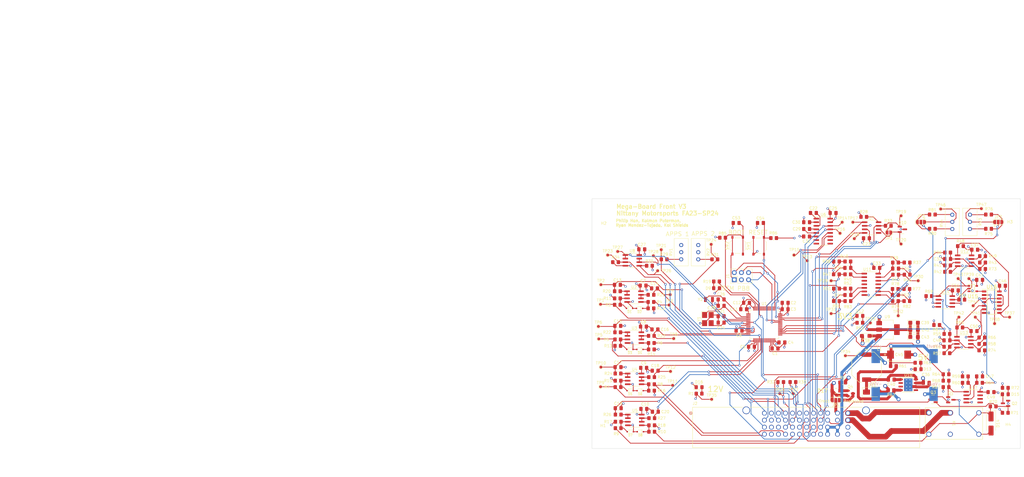
<source format=kicad_pcb>
(kicad_pcb (version 20240108) (generator "pcbnew") (generator_version "8.0")
  (layers (0 "F.Cu" signal) (1 "In1.Cu" signal) (2 "In2.Cu" signal) (31 "B.Cu" signal) (34 "B.Paste" user) (35 "F.Paste" user) (36 "B.SilkS" user "B.Silkscreen") (37 "F.SilkS" user "F.Silkscreen") (38 "B.Mask" user) (39 "F.Mask" user) (44 "Edge.Cuts" user))
  (net 0 "")
  (net 1 "Net-(U1-VCAP_1)")
  (net 2 "GND")
  (net 3 "+3V3")
  (net 4 "+12V")
  (net 5 "/FR_WSS_ADC")
  (net 6 "/FL_WSS_ADC")
  (net 7 "/F_BrakePressure_ADC")
  (net 8 "/R_BrakePressure_ADC")
  (net 9 "/SteeringAngle_ADC")
  (net 10 "/RCC_OSC_IN")
  (net 11 "Net-(U6-C1+)")
  (net 12 "Net-(U6-C1-)")
  (net 13 "/RCC_OSC_OUT")
  (net 14 "/RCC_OSC32_IN")
  (net 15 "/RCC_OSC32_OUT")
  (net 16 "Net-(U6-C2-)")
  (net 17 "Net-(U6-C2+)")
  (net 18 "Net-(U6-VS+)")
  (net 19 "Net-(U6-VS-)")
  (net 20 "Net-(U12A--)")
  (net 21 "+5V")
  (net 22 "Net-(C34-Pad1)")
  (net 23 "Net-(C35-Pad1)")
  (net 24 "Net-(U10-BOOT)")
  (net 25 "Net-(D11-K)")
  (net 26 "Net-(C44-Pad1)")
  (net 27 "Net-(U17A-+)")
  (net 28 "Net-(U13A--)")
  (net 29 "Net-(D9-A)")
  (net 30 "/CANH")
  (net 31 "/CANL")
  (net 32 "Net-(D12-A)")
  (net 33 "Net-(D13-A)")
  (net 34 "Net-(D14-A)")
  (net 35 "Net-(D15-K)")
  (net 36 "Net-(D15-A)")
  (net 37 "/SYS_JTCK-SWCLK")
  (net 38 "/SYS_JTMS-SWDIO")
  (net 39 "/MBF_NRST")
  (net 40 "/SYS_JTDO-SWO")
  (net 41 "Net-(JP1-A)")
  (net 42 "Net-(Q1-G)")
  (net 43 "Net-(Q2-G)")
  (net 44 "/MBF_BOOT")
  (net 45 "/RightWheelSpeedSensor_Signal")
  (net 46 "Net-(U2A-+)")
  (net 47 "/LeftWheelSpeedSensor_Signal")
  (net 48 "Net-(U2B-+)")
  (net 49 "/BrakePressureFront_Signal")
  (net 50 "Net-(U3A-+)")
  (net 51 "/BrakePressureRear_Signal")
  (net 52 "Net-(U3B-+)")
  (net 53 "/SteeringPot_Signal")
  (net 54 "Net-(U4A-+)")
  (net 55 "Net-(U4B-+)")
  (net 56 "Net-(U5A-+)")
  (net 57 "Net-(U5B-+)")
  (net 58 "Net-(U2A--)")
  (net 59 "Net-(U2B--)")
  (net 60 "Net-(U3A--)")
  (net 61 "Net-(U3B--)")
  (net 62 "Net-(U4A--)")
  (net 63 "Net-(U4B--)")
  (net 64 "Net-(U5A--)")
  (net 65 "Net-(U5B--)")
  (net 66 "Net-(U7-Rs)")
  (net 67 "Net-(R29-Pad1)")
  (net 68 "/Power_To_Apps1")
  (net 69 "/Apps1_Pin_1")
  (net 70 "Net-(R31-Pad1)")
  (net 71 "/Power_To_Apps2")
  (net 72 "/Apps2_Pin_1")
  (net 73 "/POT 1")
  (net 74 "/POT 2")
  (net 75 "/Paddle_Shift_Right_Conn")
  (net 76 "/Paddle_Shift_Left_Conn")
  (net 77 "Net-(U12A-+)")
  (net 78 "Net-(U12B-_)")
  (net 79 "Net-(R44-Pad1)")
  (net 80 "/Paddle_Shift_Right")
  (net 81 "Net-(R45-Pad1)")
  (net 82 "/Paddle_Shift_Left")
  (net 83 "/BrakeUnder4.75")
  (net 84 "/BrakeOver0.25")
  (net 85 "/BrakeUnderThresh")
  (net 86 "/LogicOkSignal")
  (net 87 "/CurrentSensor_1_Signal")
  (net 88 "Net-(U13A-+)")
  (net 89 "Net-(U13B-_)")
  (net 90 "Net-(U17A--)")
  (net 91 "Net-(U10-VSENSE)")
  (net 92 "/BSPD1")
  (net 93 "/AccelUnder4.75")
  (net 94 "/AccelOver0.25")
  (net 95 "/AccelUnderThresh")
  (net 99 "Net-(C52-Pad1)")
  (net 102 "/Apps1_ADC")
  (net 103 "/Apps2_ADC")
  (net 104 "/Ready_To_Drive_EXTI")
  (net 108 "Net-(JP2-B)")
  (net 115 "/CAN1_RX")
  (net 116 "/CAN1_TX")
  (net 124 "/UART1_TX")
  (net 125 "/UART1_RX")
  (net 131 "/UART1_RX_CONN")
  (net 132 "/UART1_TX_CONN")
  (net 137 "/BSPD_Fault_LED_GND")
  (net 138 "/Shutdown IN")
  (net 139 "/Shutdown OUT")
  (net 140 "Net-(U15-Y)")
  (net 141 "Net-(U16-1B)")
  (net 142 "Net-(U16-2Y)")
  (net 143 "Net-(U16-3Y)")
  (net 144 "Net-(U1-PB8)")
  (net 145 "/BTN_IN_1")
  (net 146 "Net-(R83-Pad1)")
  (net 147 "Net-(R79-Pad1)")
  (net 148 "Net-(JP3-B)")
  (net 149 "Net-(JP2-A)")
  (net 150 "Net-(JP3-A)")
  (net 154 "/Motor_Controller_Fault_Reset")
  (net 155 "Net-(JP3-C)")
  (net 156 "Net-(JP2-C)")
  (net 157 "/ADC1_IN3")
  (net 158 "/ADC1_IN6")
  (net 159 "/ADC1_IN7")
  (net 160 "/ADC1_IN3_Sense")
  (net 161 "/ADC1_IN6_Sense")
  (net 162 "/ADC1_IN7_Sense")
  (net 163 "/MC_Fault_Reset_Conn")
  (net 164 "Net-(D16-A)")
  (net 165 "Net-(D17-A)")
  (net 166 "+12VA")
  (net 167 "Net-(JP4-A)")
  (net 168 "/BSPD_Reset_BTN_Signal")
  (footprint "TestPoint:TestPoint_Pad_D1.0mm" (layer "F.Cu") (at 92.202 129.921)
    (property "Reference" "TP11")
    (property "Value" "~")
  )
  (footprint "Resistor_SMD:R_0805_2012Metric_Pad1.20x1.40mm_HandSolder" (layer "F.Cu") (at 84.69 129.54 180)
    (property "Reference" "R8")
    (property "Value" "10k")
  )
  (footprint "Resistor_SMD:R_0805_2012Metric_Pad1.20x1.40mm_HandSolder" (layer "F.Cu") (at 84.69 131.826 180)
    (property "Reference" "R16")
    (property "Value" "3k8")
  )
  (footprint "Resistor_SMD:R_0805_2012Metric_Pad1.20x1.40mm_HandSolder" (layer "F.Cu") (at 130.6482 128.7526)
    (property "Reference" "R32")
    (property "Value" "453")
  )
  (footprint "Resistor_SMD:R_0805_2012Metric_Pad1.20x1.40mm_HandSolder" (layer "F.Cu") (at 84.4756 102.5398 180)
    (property "Reference" "R12")
    (property "Value" "3k8")
  )
  (footprint "Package_TO_SOT_SMD:SOT-23" (layer "F.Cu") (at 173.9415 74.422)
    (property "Reference" "D10")
    (property "Value" "NUP2105L")
  )
  (footprint "FSAE Footprints Library:SOT95P280X125-5N" (layer "F.Cu") (at 199.012 95.504)
    (property "Reference" "U15")
    (property "Value" "BU4S71G2-TR" (hide yes))
  )
  (footprint "FSAE Footprints Library:SOD323_F_" (layer "F.Cu") (at 76.871853 102.538543 180)
    (property "Reference" "D1")
    (property "Value" "1PS76SB17-115")
  )
  (footprint "Resistor_SMD:R_0805_2012Metric_Pad1.20x1.40mm_HandSolder" (layer "F.Cu") (at 72.768 130.556)
    (property "Reference" "R7")
    (property "Value" "10k")
  )
  (footprint "TestPoint:TestPoint_Pad_D1.0mm" (layer "F.Cu") (at 148.59 92.71)
    (property "Reference" "TP29")
    (property "Value" "~")
  )
  (footprint "Capacitor_SMD:C_0805_2012Metric_Pad1.18x1.45mm_HandSolder" (layer "F.Cu") (at 86.041 139.319 180)
    (property "Reference" "C20")
    (property "Value" "1u")
  )
  (footprint "Package_TO_SOT_SMD:SOT-23" (layer "F.Cu") (at 184.8635 134.94 180)
    (property "Reference" "Q3")
    (property "Value" "MMBF170")
  )
  (footprint "TestPoint:TestPoint_Pad_D1.0mm" (layer "F.Cu") (at 193.802 91.948)
    (property "Reference" "TP43")
    (property "Value" "~")
  )
  (footprint "Resistor_SMD:R_0805_2012Metric_Pad1.20x1.40mm_HandSolder" (layer "F.Cu") (at 194.375 109.347 180)
    (property "Reference" "R65")
    (property "Value" "10k")
  )
  (footprint "Resistor_SMD:R_0805_2012Metric_Pad1.20x1.40mm_HandSolder" (layer "F.Cu") (at 189.803 118.491)
    (property "Reference" "R57")
    (property "Value" "10k")
  )
  (footprint "Resistor_SMD:R_0805_2012Metric_Pad1.20x1.40mm_HandSolder" (layer "F.Cu") (at 184.612 74.227 180)
    (property "Reference" "R80")
    (property "Value" "DNP")
  )
  (footprint "TestPoint:TestPoint_Pad_D1.0mm" (layer "F.Cu") (at 202.057 67.056)
    (property "Reference" "TP47")
    (property "Value" "~")
  )
  (footprint "Capacitor_SMD:C_0805_2012Metric_Pad1.18x1.45mm_HandSolder" (layer "F.Cu") (at 199.4335 110.617)
    (property "Reference" "C50")
    (property "Value" "0.1u")
  )
  (footprint "Capacitor_Tantalum_SMD:CP_EIA-3216-18_Kemet-A" (layer "F.Cu") (at 178.1175 112.716)
    (property "Reference" "C43")
    (property "Value" "10u")
  )
  (footprint "LED_SMD:LED_0805_2012Metric_Pad1.15x1.40mm_HandSolder" (layer "F.Cu") (at 179.5526 124.1806)
    (property "Reference" "D13")
    (property "Value" "NCD0805R1")
  )
  (footprint "Resistor_SMD:R_0805_2012Metric_Pad1.20x1.40mm_HandSolder" (layer "F.Cu") (at 72.6806 115.8748)
    (property "Reference" "R13")
    (property "Value" "9.7k")
  )
  (footprint "Capacitor_SMD:C_0805_2012Metric_Pad1.18x1.45mm_HandSolder" (layer "F.Cu") (at 154.5375 88.138 180)
    (property "Reference" "C35")
    (property "Value" "1u")
  )
  (footprint "Capacitor_SMD:C_0805_2012Metric_Pad1.18x1.45mm_HandSolder" (layer "F.Cu") (at 209.55 94.488)
    (property "Reference" "C46")
    (property "Value" "0.1u")
  )
  (footprint "Resistor_SMD:R_0805_2012Metric_Pad1.20x1.40mm_HandSolder" (layer "F.Cu") (at 72.5536 101.2698)
    (property "Reference" "R3")
    (property "Value" "10k")
  )
  (footprint "Capacitor_SMD:C_0805_2012Metric_Pad1.18x1.45mm_HandSolder" (layer "F.Cu") (at 190.057 84.963 180)
    (property "Reference" "C32")
    (property "Value" "1n")
  )
  (footprint "TestPoint:TestPoint_Pad_D1.0mm" (layer "F.Cu") (at 72.644 82.296)
    (property "Reference" "TP27")
    (property "Value" "~")
  )
  (footprint "Package_SO:SOIC-8_3.9x4.9mm_P1.27mm" (layer "F.Cu") (at 196.088 85.598)
    (property "Reference" "U12")
    (property "Value" "LM393")
  )
  (footprint "Resistor_SMD:R_0805_2012Metric_Pad1.20x1.40mm_HandSolder" (layer "F.Cu") (at 171.577 90.551)
    (property "Reference" "R44")
    (property "Value" "5k")
  )
  (footprint "TestPoint:TestPoint_Pad_D1.0mm" (layer "F.Cu") (at 66.548 101.092)
    (property "Reference" "TP1")
    (property "Value" "~")
  )
  (footprint "Package_SO:SOIC-8_3.9x4.9mm_P1.27mm" (layer "F.Cu") (at 78.74 142.24)
    (property "Reference" "U5")
    (property "Value" "LM358")
  )
  (footprint "Resistor_SMD:R_0805_2012Metric_Pad1.20x1.40mm_HandSolder" (layer "F.Cu") (at 72.833 142.875)
    (property "Reference" "R17")
    (property "Value" "3k8")
  )
  (footprint "Crystal:Crystal_SMD_3215-2Pin_3.2x1.5mm" (layer "F.Cu") (at 105.12 99.354 180)
    (property "Reference" "Y2")
    (property "Value" "Crystal_GND23_Small")
  )
  (footprint "Resistor_SMD:R_0805_2012Metric_Pad1.20x1.40mm_HandSolder" (layer "F.Cu") (at 128.143 77.5208 180)
    (property "Reference" "R86")
    (property "Value" "10k")
  )
  (footprint "Capacitor_SMD:C_0805_2012Metric_Pad1.18x1.45mm_HandSolder" (layer "F.Cu") (at 171.45 97.79)
    (property "Reference" "C52")
    (property "Value" "1u")
  )
  (footprint "Resistor_SMD:R_0805_2012Metric_Pad1.20x1.40mm_HandSolder" (layer "F.Cu") (at 175.546 99.949 180)
    (property "Reference" "R82")
    (property "Value" "9.7k")
  )
  (footprint "Resistor_SMD:R_0805_2012Metric_Pad1.20x1.40mm_HandSolder" (layer "F.Cu") (at 196.342 129.032 180)
    (property "Reference" "R60")
    (property "Value" "100k")
  )
  (footprint "Package_SO:TI_SO-PowerPAD-8_ThermalVias" (layer "F.Cu") (at 176.0505 129.729)
    (property "Reference" "U10")
    (property "Value" "TPS5431DDA")
  )
  (footprint "TestPoint:TestPoint_Pad_D1.0mm" (layer "F.Cu") (at 173.482 69.596)
    (property "Reference" "TP19")
    (property "Value" "~")
  )
  (footprint "Resistor_SMD:R_0805_2012Metric_Pad1.20x1.40mm_HandSolder" (layer "F.Cu") (at 189.787 116.205)
    (property "Reference" "R56")
    (property "Value" "15k")
  )
  (footprint "TestPoint:TestPoint_Pad_D1.0mm" (layer "F.Cu") (at 156.845 77.724)
    (property "Reference" "TP18")
    (property "Value" "~")
  )
  (footprint "TestPoint:TestPoint_Pad_D1.0mm" (layer "F.Cu") (at 148.59 104.394)
    (property "Reference" "TP31")
    (property "Value" "~")
  )
  (footprint "Capacitor_SMD:C_0805_2012Metric_Pad1.18x1.45mm_HandSolder" (layer "F.Cu") (at 85.7616 95.4278 180)
    (property "Reference" "C14")
    (property "Value" "DNP")
  )
  (footprint "Resistor_SMD:R_0805_2012Metric_Pad1.20x1.40mm_HandSolder" (layer "F.Cu") (at 84.755 144.145 180)
    (property "Reference" "R18")
    (property "Value" "3k8")
  )
  (footprint "MountingHole:MountingHole_3.2mm_M3" (layer "F.Cu") (at 212.09 67.31)
    (property "Reference" "H3")
    (property "Value" "MountingHole")
  )
  (footprint "Resistor_SMD:R_0805_2012Metric_Pad1.20x1.40mm_HandSolder" (layer "F.Cu") (at 72.82 145.161)
    (property "Reference" "R9")
    (property "Value" "10k")
  )
  (footprint "Capacitor_SMD:C_0805_2012Metric_Pad1.18x1.45mm_HandSolder" (layer "F.Cu") (at 81.8246 109.0168)
    (property "Reference" "C8")
    (property "Value" "0.1u")
  )
  (footprint "Resistor_SMD:R_0805_2012Metric_Pad1.20x1.40mm_HandSolder" (layer "F.Cu") (at 201.422 129.032 180)
    (property "Reference" "R54")
    (property "Value" "68k")
  )
  (footprint "Resistor_SMD:R_0805_2012Metric_Pad1.20x1.40mm_HandSolder" (layer "F.Cu") (at 101.6 132.88)
    (property "Reference" "R1")
    (property "Value" "2k2")
  )
  (footprint "Capacitor_SMD:C_0805_2012Metric_Pad1.18x1.45mm_HandSolder" (layer "F.Cu") (at 169.9895 127.889 180)
    (property "Reference" "C40")
    (property "Value" "10n")
  )
  (footprint "Resistor_SMD:R_0805_2012Metric_Pad1.20x1.40mm_HandSolder" (layer "F.Cu") (at 154.54 95.504)
    (property "Reference" "R52")
    (property "Value" "18k")
  )
  (footprint "Package_SO:SOIC-8_3.9x4.9mm_P1.27mm" (layer "F.Cu") (at 195.834 114.554)
    (property "Reference" "U13")
    (property "Value" "LM393")
  )
  (footprint "MountingHole:MountingHole_3.2mm_M3" (layer "F.Cu") (at 67.437 148.463)
    (property "Reference" "H1")
    (property "Value" "MountingHole")
  )
  (footprint "Resistor_SMD:R_0805_2012Metric_Pad1.20x1.40mm_HandSolder" (layer "F.Cu") (at 160.212 69.977 180)
    (property "Reference" "R28")
    (property "Value" "0R")
  )
  (footprint "Package_SO:SOIC-8_3.9x4.9mm_P1.27mm" (layer "F.Cu") (at 78.4606 98.3488)
    (property "Reference" "U2")
    (property "Value" "LM358")
  )
  (footprint "Capacitor_SMD:C_0805_2012Metric_Pad1.18x1.45mm_HandSolder" (layer "F.Cu") (at 123.444 72.136)
    (property "Reference" "C54")
    (property "Value" "1u" (hide yes))
  )
  (footprint "Resistor_SMD:R_0805_2012Metric_Pad1.20x1.40mm_HandSolder" (layer "F.Cu") (at 72.5536 96.4438 180)
    (property "Reference" "R20")
    (property "Value" "0R")
  )
  (footprint "Capacitor_SMD:C_0805_2012Metric_Pad1.18x1.45mm_HandSolder" (layer "F.Cu") (at 81.8905 123.698)
    (property "Reference" "C9")
    (property "Value" "0.1u")
  )
  (footprint "Resistor_SMD:R_0805_2012Metric_Pad1.20x1.40mm_HandSolder" (layer "F.Cu") (at 202.487 88.519)
    (property "Reference" "R73")
    (property "Value" "1k")
  )
  (footprint "Capacitor_SMD:C_0805_2012Metric_Pad1.18x1.45mm_HandSolder" (layer "F.Cu") (at 72.768 123.444)
    (property "Reference" "C17")
    (property "Value" "1u")
  )
  (footprint "FSAE Footprints Library:SOIC127P600X175-14N" (layer "F.Cu") (at 205.74 100.33)
    (property "Reference" "U16")
    (property "Value" "HEF4081BT,653" (hide yes))
  )
  (footprint "Capacitor_SMD:C_0805_2012Metric_Pad1.18x1.45mm_HandSolder" (layer "F.Cu") (at 139.889 74.295)
    (property "Reference" "C29")
    (property "Value" "0.1u")
  )
  (footprint "Capacitor_SMD:C_0805_2012Metric_Pad1.18x1.45mm_HandSolder" (layer "F.Cu") (at 72.833 138.049)
    (property "Reference" "C19")
    (property "Value" "1u")
  )
  (footprint "FSAE Footprints Library:SOD323_F_" (layer "F.Cu") (at 77.086253 131.824743 180)
    (property "Reference" "D5")
    (property "Value" "1PS76SB17-115")
  )
  (footprint "TestPoint:TestPoint_Pad_D1.0mm" (layer "F.Cu") (at 91.44 124.968)
    (property "Reference" "TP12")
    (property "Value" "~")
  )
  (footprint "Package_SO:SOIC-8_3.9x4.9mm_P1.27mm" (layer "F.Cu") (at 189.23 100.076)
    (property "Reference" "U14")
    (property "Value" "LM393")
  )
  (footprint "Diode_SMD:D_SMA_Handsoldering" (layer "F.Cu") (at 205.486 143.51 -90)
    (property "Reference" "D14")
    (property "Value" "1N4004")
  )
  (footprint "Potentiometer_THT:Potentiometer_Bourns_3296W_Vertical" (layer "F.Cu") (at 101.319 80.01 90)
    (property "Reference" "RV2")
    (property "Value" "1k")
  )
  (footprint "Capacitor_SMD:C_0805_2012Metric_Pad1.18x1.45mm_HandSolder" (layer "F.Cu") (at 81.6761 94.4118)
    (property "Reference" "C7")
    (property "Value" "0.1u")
  )
  (footprint "Package_SO:SOIC-8_3.9x4.9mm_P1.27mm" (layer "F.Cu") (at 163.006 73.787)
    (property "Reference" "U7")
    (property "Value" "SN65HVD230")
  )
  (footprint "FSAE Footprints Library:SOD323_F_" (layer "F.Cu") (at 76.9986 117.1448 180)
    (property "Reference" "D3")
    (property "Value" "1PS76SB17-115")
  )
  (footprint "Resistor_SMD:R_0805_2012Metric_Pad1.20x1.40mm_HandSolder" (layer "F.Cu") (at 171.434 95.631 180)
    (property "Reference" "R78")
    (property "Value" "18k")
  )
  (footprint "Jumper:SolderJumper-3_P1.3mm_Open_RoundedPad1.0x1.5mm" (layer "F.Cu") (at 208.056 71.814)
    (property "Reference" "JP2")
    (property "Value" "SolderJumper_3_Open")
  )
  (footprint "TestPoint:TestPoint_Pad_D1.0mm" (layer "F.Cu") (at 206.756 107.95)
    (property "Reference" "TP38")
    (property "Value" "~")
  )
  (footprint "Capacitor_SMD:C_0805_2012Metric_Pad1.18x1.45mm_HandSolder" (layer "F.Cu") (at 164.8245 88.138 180)
    (property "Reference" "C33")
    (property "Value" "0.1u")
  )
  (footprint "Capacitor_SMD:C_0805_2012Metric_Pad1.18x1.45mm_HandSolder" (layer "F.Cu") (at 72.5536 94.1578)
    (property "Reference" "C13")
    (property "Value" "DNP")
  )
  (footprint "Resistor_SMD:R_0805_2012Metric_Pad1.20x1.40mm_HandSolder" (layer "F.Cu") (at 175.641 90.551 180)
    (property "Reference" "R46")
    (property "Value" "9.7k")
  )
  (footprint "FSAE Footprints Library:SOD323_F_" (layer "F.Cu") (at 80.4276 102.5398)
    (property "Reference" "D2")
    (property "Value" "1PS76SB17-115")
  )
  (footprint "Resistor_SMD:R_0805_2012Metric_Pad1.20x1.40mm_HandSolder" (layer "F.Cu") (at 175.609 86.233 180)
    (property "Reference" "R37")
    (property "Value" "82k")
  )
  (footprint "Button_Switch_SMD:SW_Push_1P1T_XKB_TS-1187A" (layer "F.Cu") (at 122.809 80.264 90)
    (property "Reference" "SW1")
    (property "Value" "SW_MEC_5G")
  )
  (footprint "Capacitor_SMD:C_0805_2012Metric_Pad1.18x1.45mm_HandSolder" (layer "F.Cu") (at 117.479 102.843 180)
    (property "Reference" "C11")
    (property "Value" "0.1u")
  )
  (footprint "Capacitor_SMD:C_0805_2012Metric_Pad1.18x1.45mm_HandSolder" (layer "F.Cu") (at 189.803 113.919 180)
    (property "Reference" "C48")
    (property "Value" "1n")
  )
  (footprint "Resistor_SMD:R_0805_2012Metric_Pad1.20x1.40mm_HandSolder" (layer "F.Cu") (at 84.755 146.431 180)
    (property "Reference" "R10")
    (property "Value" "10k")
  )
  (footprint "Resistor_SMD:R_0805_2012Metric_Pad1.20x1.40mm_HandSolder" (layer "F.Cu") (at 84.771 141.605)
    (property "Reference" "R27")
    (property "Value" "82")
  )
  (footprint "Connector_PinHeader_2.54mm:PinHeader_2x03_P2.54mm_Vertical" (layer "F.Cu") (at 114.1372 92.3594 90)
    (property "Reference" "J1")
    (property "Value" "Conn_01x06")
  )
  (footprint "Resistor_SMD:R_0805_2012Metric_Pad1.20x1.40mm_HandSolder" (layer "F.Cu") (at 190.057 89.535)
    (property "Reference" "R42")
    (property "Value" "10k")
  )
  (footprint "Package_SO:SOIC-14_3.9x8.7mm_P1.27mm" (layer "F.Cu") (at 162.876 93.98)
    (property "Reference" "U11")
    (property "Value" "74HC14")
  )
  (footprint "Resistor_SMD:R_0805_2012Metric_Pad1.20x1.40mm_HandSolder" (layer "F.Cu") (at 83.947 87.366)
    (property "Reference" "R35")
    (property "Value" "1M")
  )
  (footprint "TestPoint:TestPoint_Pad_D1.0mm" (layer "F.Cu") (at 92.583 113.284)
    (property "Reference" "TP8")
    (property "Value" "~")
  )
  (footprint "Resistor_SMD:R_0805_2012Metric_Pad1.20x1.40mm_HandSolder" (layer "F.Cu") (at 196.342 126.746)
    (property "Reference" "R59")
    (property "Value" "100k")
  )
  (footprint "Crystal:Crystal_SMD_3225-4Pin_3.2x2.5mm_HandSoldering" (layer "F.Cu") (at 104.739 106.339 -90)
    (property "Reference" "Y1")
    (property "Value" "Crystal_GND24_Small")
  )
  (footprint "Resistor_SMD:R_0805_2012Metric_Pad1.20x1.40mm_HandSolder" (layer "F.Cu") (at 202.233 115.189)
    (property "Reference" "R58")
    (property "Value" "47k")
  )
  (footprint "Resistor_SMD:R_0805_2012Metric_Pad1.20x1.40mm_HandSolder" (layer "F.Cu") (at 171.529 86.233 180)
    (property "Reference" "R39")
    (property "Value" "18k")
  )
  (footprint "Resistor_SMD:R_0805_2012Metric_Pad1.20x1.40mm_HandSolder" (layer "F.Cu") (at 109.982 77.3938 180)
    (property "Reference" "R85")
    (property "Value" "10k")
  )
  (footprint "Resistor_SMD:R_0805_2012Metric_Pad1.20x1.40mm_HandSolder" (layer "F.Cu") (at 184.612 69.147)
    (property "Reference" "R81")
    (property "Value" "DNP")
  )
  (footprint "FSAE Footprints Library:SOD323_F_" (layer "F.Cu") (at 77.151253 146.429743 180)
    (property "Reference" "D7")
    (property "Value" "1PS76SB17-115")
  )
  (footprint "FSAE Footprints Library:SOD323_F_" (layer "F.Cu") (at 80.707 146.431)
    (property "Reference" "D8")
    (property "Value" "1PS76SB17-115")
  )
  (footprint "Resistor_SMD:R_0805_2012Metric_Pad1.20x1.40mm_HandSolder" (layer "F.Cu") (at 190.057 82.677)
    (property "Reference" "R36")
    (property "Value" "10k")
  )
  (footprint "Button_Switch_SMD:SW_Push_1P1T_XKB_TS-1187A" (layer "F.Cu") (at 115.346 80.2358 90)
    (property "Reference" "SW2")
    (property "Value" "SW_MEC_5G")
  )
  (footprint "Resistor_SMD:R_0805_2012Metric_Pad1.20x1.40mm_HandSolder" (layer "F.Cu") (at 154.559 99.949 180)
    (property "Reference" "R83")
    (property "Value" "5k")
  )
  (footprint "Capacitor_SMD:C_0805_2012Metric_Pad1.18x1.45mm_HandSolder" (layer "F.Cu") (at 132.211 102.843)
    (property "Reference" "C3")
    (property "Value" "0.1u")
  )
  (footprint "Jumper:SolderJumper-3_P1.3mm_Open_RoundedPad1.0x1.5mm" (layer "F.Cu") (at 150.26 135.19 180)
    (property "Reference" "JP4")
    (property "Value" "SolderJumper_3_Open")
  )
  (footprint "Jumper:SolderJumper-3_P1.3mm_Open_RoundedPad1.0x1.5mm" (layer "F.Cu") (at 180.548 71.814 180)
    (property "Reference" "JP3")
    (property "Value" "SolderJumper_3_Open")
  )
  (footprint "Resistor_SMD:R_0805_2012Metric_Pad1.20x1.40mm_HandSolder" (layer "F.Cu") (at 72.768 128.27)
    (property "Reference" "R15")
    (property "Value" "3k8")
  )
  (footprint "Resistor_SMD:R_0805_2012Metric_Pad1.20x1.40mm_HandSolder" (layer "F.Cu") (at 84.6186 114.8588 180)
    (property "Reference" "R6")
    (property "Value" "5k")
  )
  (footprint "Diode_SMD:D_SMA" (layer "F.Cu") (at 163.1885 132.334)
    (property "Reference" "D11")
    (property "Value" "SS34")
  )
  (footprint "Capacitor_SMD:C_0805_2012Metric_Pad1.18x1.45mm_HandSolder" (layer "F.Cu") (at 142.2805 68.58)
    (property "Reference" "C22")
    (property "Value" "0.1u")
  )
  (footprint "Capacitor_Tantalum_SMD:CP_EIA-3216-18_Kemet-A" (layer "F.Cu") (at 178.1175 110.151)
    (property "Reference" "C42")
    (property "Value" "10u")
  )
  (footprint "Resistor_SMD:R_0805_2012Metric_Pad1.20x1.40mm_HandSolder" (layer "F.Cu") (at 84.4916 97.7138)
    (property "Reference" "R21")
    (property "Value" "0R")
  )
  (footprint "TestPoint:TestPoint_Pad_D1.0mm" (layer "F.Cu") (at 197.612 91.948)
    (property "Reference" "TP39")
    (property "Value" "~")
  )
  (footprint "Resistor_SMD:R_0805_2012Metric_Pad1.20x1.40mm_HandSolder" (layer "F.Cu") (at 84.4756 100.2538 180)
    (property "Reference" "R4")
    (property "Value" "10k")
  )
  (footprint "Package_TO_SOT_SMD:SOT-23" (layer "F.Cu") (at 210.6445 136.332 180)
    (property "Reference" "Q2")
    (property "Value" "MMBF170")
  )
  (footprint "Capacitor_Tantalum_SMD:CP_EIA-3216-18_Kemet-A" (layer "F.Cu") (at 178.1175 107.636)
    (property "Reference" "C39")
    (property "Value" "10u")
  )
  (footprint "Capacitor_SMD:C_0805_2012Metric_Pad1.18x1.45mm_HandSolder" (layer "F.Cu") (at 81.9555 138.303)
    (property "Reference" "C10")
    (property "Value" "0.1u")
  )
  (footprint "TestPoint:TestPoint_Pad_D1.0mm" (layer "F.Cu") (at 90.932 101.346)
    (property "Reference" "TP3")
    (property "Value" "~")
  )
  (footprint "Potentiometer_THT:Potentiometer_Bourns_3296W_Vertical" (layer "F.Cu") (at 191.702 74.305 -90)
    (property "Reference" "RV4")
    (property "Value" "100k")
  )
  (footprint "Resistor_SMD:R_0805_2012Metric_Pad1.20x1.40mm_HandSolder" (layer "F.Cu") (at 154.5375 85.852)
    (property "Reference" "R40")
    (property "Value" "18k")
  )
  (footprint "FSAE Footprints Library:HPZRC14X" (layer "F.Cu") (at 150.34 131.88)
    (property "Reference" "D17")
    (property "Value" "HPZR-C14X" (hide yes))
  )
  (footprint "TestPoint:TestPoint_Pad_D1.0mm" (layer "F.Cu") (at 88.138 81.661)
    (property "Reference" "TP21")
    (property "Value" "~")
  )
  (footprint "Resistor_SMD:R_0805_2012Metric_Pad1.20x1.40mm_HandSolder" (layer "F.Cu") (at 154.5375 90.424 180)
    (property "Reference" "R45")
    (property "Value" "5k")
  )
  (footprint "Capacitor_SMD:C_0805_2012Metric_Pad1.18x1.45mm_HandSolder" (layer "F.Cu") (at 182.4355 129.032)
    (property "Reference" "C36")
    (property "Value" "10u")
  )
  (footprint "TestPoint:TestPoint_Pad_D1.0mm" (layer "F.Cu") (at 65.786 108.966)
    (property "Reference" "TP6")
    (property "Value" "~")
  )
  (footprint "Resistor_SMD:R_0805_2012Metric_Pad1.20x1.40mm_HandSolder" (layer "F.Cu") (at 170.7515 123.063)
    (property "Reference" "R61")
    (property "Value" "10k")
  )
  (footprint "Resistor_SMD:R_0805_2012Metric_Pad1.20x1.40mm_HandSolder" (layer "F.Cu") (at 194.629 80.391 180)
    (property "Reference" "R48")
    (property "Value" "10k")
  )
  (footprint "Resistor_SMD:R_0805_2012Metric_Pad1.20x1.40mm_HandSolder" (layer "F.Cu") (at 202.487 83.947 180)
    (property "Reference" "R49")
    (property "Value" "10k")
  )
  (footprint "Capacitor_SMD:C_0805_2012Metric_Pad1.18x1.45mm_HandSolder" (layer "F.Cu") (at 118.495 100.557 180)
    (property "Reference" "C12")
    (property "Value" "0.1u")
  )
  (footprint "Resistor_SMD:R_0805_2012Metric_Pad1.20x1.40mm_HandSolder" (layer "F.Cu") (at 72.768 125.73 180)
    (property "Reference" "R24")
    (property "Value" "82")
  )
  (footprint "Capacitor_SMD:C_0805_2012Metric_Pad1.18x1.45mm_HandSolder" (layer "F.Cu") (at 109.4595 107.609 180)
    (property "Reference" "C24")
    (property "Value" "C_Small")
  )
  (footprint "Resistor_SMD:R_0805_2012Metric_Pad1.20x1.40mm_HandSolder" (layer "F.Cu") (at 202.233 117.475)
    (property "Reference" "R74")
    (property "Value" "1k")
  )
  (footprint "TestPoint:TestPoint_Pad_D1.0mm" (layer "F.Cu") (at 179.578 92.71)
    (property "Reference" "TP30")
    (property "Value" "~")
  )
  (footprint "Resistor_SMD:R_0805_2012Metric_Pad1.20x1.40mm_HandSolder" (layer "F.Cu") (at 152.72 128.9)
    (property "Reference" "R2")
    (property "Value" "100k")
  )
  (footprint "TestPoint:TestPoint_Pad_D1.0mm" (layer "F.Cu") (at 140.081 85.598)
    (property "Reference" "TP13")
    (property "Value" "~")
  )
  (footprint "Resistor_SMD:R_0805_2012Metric_Pad1.20x1.40mm_HandSolder" (layer "F.Cu") (at 150.495 99.949)
    (property "Reference" "R84")
    (property "Value" "9.7k")
  )
  (footprint "Resistor_SMD:R_0805_2012Metric_Pad1.20x1.40mm_HandSolder" (layer "F.Cu") (at 189.484 125.984 180)
    (property "Reference" "R64")
    (property "Value" "3k8")
  )
  (footprint "Resistor_SMD:R_0805_2012Metric_Pad1.20x1.40mm_HandSolder" (layer "F.Cu") (at 186.166 108.458 180)
    (property "Reference" "R87")
    (property "Value" "100k")
  )
  (footprint "Capacitor_SMD:C_0805_2012Metric_Pad1.18x1.45mm_HandSolder" (layer "F.Cu") (at 201.428 92.39)
    (property "Reference" "C41")
    (property "Value" "0.1u")
  )
  (footprint "Resistor_SMD:R_0805_2012Metric_Pad1.20x1.40mm_HandSolder" (layer "F.Cu") (at 89.154 85.09 180)
    (property "Reference" "R29")
    (property "Value" "15k")
  )
  (footprint "FSAE Footprints Library:RELAY_DSP2A_PAN" (layer "F.Cu") (at 201.1553 139.7 -90)
    (property "Reference" "K1")
    (property "Value" "DSP2A-DC12V")
  )
  (footprint "TestPoint:TestPoint_Pad_D1.0mm" (layer "F.Cu") (at 194.056 105.664)
    (property "Reference" "TP42")
    (property "Value" "~")
  )
  (footprint "TestPoint:TestPoint_Pad_D1.0mm" (layer "F.Cu") (at 66.675 123.444)
    (property "Reference" "TP10")
    (property "Value" "~")
  )
  (footprint "Resistor_SMD:R_0805_2012Metric_Pad1.20x1.40mm_HandSolder" (layer "F.Cu") (at 202.487 86.233)
    (property "Reference" "R43")
    (property "Value" "47k")
  )
  (footprint "FSAE Footprints Library:IND_CDRH104_SUM" (layer "F.Cu") (at 161.2265 123.439 -90)
    (property "Reference" "L1")
    (property "Value" "15uH")
  )
  (footprint "Resistor_SMD:R_0805_2012Metric_Pad1.20x1.40mm_HandSolder" (layer "F.Cu") (at 107.204 85.09)
    (property "Reference" "R31")
    (property "Value" "14k")
  )
  (footprint "TestPoint:TestPoint_Pad_D1.0mm" (layer "F.Cu") (at 66.548 130.429)
    (property "Reference" "TP9")
    (property "Value" "~")
  )
  (footprint "Capacitor_SMD:C_0805_2012Metric_Pad1.18x1.45mm_HandSolder" (layer "F.Cu") (at 154.559 97.79 180)
    (property "Reference" "C44")
    (property "Value" "1u")
  )
  (footprint "Resistor_SMD:R_0805_2012Metric_Pad1.20x1.40mm_HandSolder" (layer "F.Cu") (at 71.898 86.096 180)
    (property "Reference" "R34")
    (property "Value" "1M")
  )
  (footprint "LED_SMD:LED_0805_2012Metric_Pad1.15x1.40mm_HandSolder" (layer "F.Cu") (at 210.566 133.096)
    (property "Reference" "D15")
    (property "Value" "LED")
  )
  (footprint "Capacitor_SMD:C_0805_2012Metric_Pad1.18x1.45mm_HandSolder" (layer "F.Cu") (at 72.6806 108.7628)
    (property "Reference" "C15")
    (property "Value" "1u")
  )
  (footprint "Resistor_SMD:R_0805_2012Metric_Pad1.20x1.40mm_HandSolder" (layer "F.Cu") (at 150.4735 90.424)
    (property "Reference" "R47")
    (property "Value" "9.7k")
  )
  (footprint "TestPoint:TestPoint_Pad_D1.0mm" (layer "F.Cu") (at 65.913 113.411)
    (property "Reference" "TP5")
    (property "Value" "~")
  )
  (footprint "TestPoint:TestPoint_Pad_D1.0mm" (layer "F.Cu") (at 105.918 79.756)
    (property "Reference" "TP24")
    (property "Value" "~")
  )
  (footprint "Package_TO_SOT_SMD:SOT-23" (layer "F.Cu") (at 191.1835 135.062)
    (property "Reference" "Q1")
    (property "Value" "MMBF170")
  )
  (footprint "Potentiometer_THT:Potentiometer_Bourns_3296W_Vertical" (layer "F.Cu") (at 95.25 80.01 90)
    (property "Reference" "RV1")
    (property "Value" "1k")
  )
  (footprint "Resistor_SMD:R_0805_2012Metric_Pad1.20x1.40mm_HandSolder" (layer "F.Cu") (at 84.6346 117.1448 180)
    (property "Reference" "R14")
    (property "Value" "9.7k")
  )
  (footprint "TestPoint:TestPoint_Pad_D1.0mm" (layer "F.Cu") (at 69.088 83.566)
    (property "Reference" "TP23")
    (property "Value" "~")
  )
  (footprint "LED_SMD:LED_0805_2012Metric_Pad1.15x1.40mm_HandSolder" (layer "F.Cu") (at 158.8172 105.2068)
    (property "Reference" "D12")
    (property "Value" "NCD0805R1")
  )
  (footprint "Capacitor_SMD:C_0805_2012Metric_Pad1.18x1.45mm_HandSolder" (layer "F.Cu") (at 149.287 68.58)
    (property "Reference" "C25")
    (property "Value" "0.1u")
  )
  (footprint "Resistor_SMD:R_0805_2012Metric_Pad1.20x1.40mm_HandSolder" (layer "F.Cu") (at 84.706 127)
    (property "Reference" "R25")
    (property "Value" "82")
  )
  (footprint "Resistor_SMD:R_0805_2012Metric_Pad1.20x1.40mm_HandSolder" (layer "F.Cu") (at 189.803 111.633)
    (property "Reference" "R55")
    (property "Value" "10k")
  )
  (footprint "Resistor_SMD:R_0805_2012Metric_Pad1.20x1.40mm_HandSolder" (layer "F.Cu") (at 158.8186 107.6602)
    (property "Reference" "R53")
    (property "Value" "200")
  )
  (footprint "TestPoint:TestPoint_Pad_D1.0mm" (layer "F.Cu") (at 187.579 67.183)
    (property "Reference" "TP46")
    (property "Value" "~")
  )
  (footprint "Package_SO:SOIC-16_3.9x9.9mm_P1.27mm" (layer "F.Cu") (at 145.796 75.057)
    (property "Reference" "U6")
    (property "Value" "MAX3232")
  )
  (footprint "TestPoint:TestPoint_Pad_D1.0mm" (layer "F.Cu") (at 135.382 83.566)
    (property "Reference" "TP15")
    (property "Value" "~")
  )
  (footprint "TestPoint:TestPoint_Pad_D1.0mm" (layer "F.Cu") (at 151.765 75.819)
    (property "Reference" "TP16")
    (property "Value" "~")
  )
  (footprint "FSAE Footprints Library:SOD323_F_" (layer "F.Cu") (at 80.642 131.826)
    (property "Reference" "D6")
    (property "Value" "1PS76SB17-115")
  )
  (footprint "Resistor_SMD:R_0805_2012Metric_Pad1.20x1.40mm_HandSolder" (layer "F.Cu") (at 150.511 95.504)
    (property "Reference" "R51")
    (property "Value" "82k")
  )
  (footprint "TestPoint:TestPoint_Pad_D1.0mm" (layer "F.Cu") (at 152.527 71.882)
    (property "Reference" "TP14")
    (property "Value" "~")
  )
  (footprint "Capacitor_SMD:C_0805_2012Metric_Pad1.18x1.45mm_HandSolder" (layer "F.Cu") (at 109.438 105.323 180)
    (property "Reference" "C21")
    (property "Value" "_MHz")
  )
  (footprint "Resistor_SMD:R_0805_2012Metric_Pad1.20x1.40mm_HandSolder" (layer "F.Cu") (at 179.492 121.8916)
    (property "Reference" "R63")
    (property "Value" "330R")
  )
  (footprint "Capacitor_SMD:C_0805_2012Metric_Pad1.18x1.45mm_HandSolder" (layer "F.Cu") (at 139.8675 76.962 180)
    (property "Reference" "C31")
    (property "Value" "0.1u")
  )
  (footprint "TestPoint:TestPoint_Pad_D1.0mm" (layer "F.Cu") (at 135.128 132.842)
    (property "Reference" "TP22")
    (property "Value" "~")
  )
  (footprint "TestPoint:TestPoint_Pad_D1.0mm" (layer "F.Cu") (at 85.344 83.82)
    (property "Reference" "TP28")
    (property "Value" "~")
  )
  (footprint "Resistor_SMD:R_0805_2012Metric_Pad1.20x1.40mm_HandSolder" (layer "F.Cu") (at 72.5536 98.9838)
    (property "Reference" "R11")
    (property "Value" "3k8")
  )
  (footprint "TestPoint:TestPoint_Pad_D1.0mm" (layer "F.Cu") (at 172.466 105.156)
    (property "Reference" "TP32")
    (property "Value" "~")
  )
  (footprint "Package_QFP:LQFP-64_10x10mm_P0.5mm" (layer "F.Cu") (at 124.805 108.244)
    (property "Reference" "U1")
    (property "Value" "STM32F446RETx")
  )
  (footprint "Capacitor_SMD:C_0805_2012Metric_Pad1.18x1.45mm_HandSolder" (layer "F.Cu") (at 115.828 110.463 180)
    (property "Reference" "C6")
    (property "Value" "0.1u")
  )
  (footprint "Capacitor_SMD:C_0805_2012Metric_Pad1.18x1.45mm_HandSolder" (layer "F.Cu") (at 128.6335 116.813)
    (property "Reference" "C1")
    (property "Value" "0.1u")
  )
  (footprint "TestPoint:TestPoint_Pad_D1.0mm" (layer "F.Cu") (at 199.898 105.664)
    (property "Reference" "TP41")
    (property "Value" "~")
  )
  (footprint "TestPoint:TestPoint_Pad_D1.0mm" (layer "F.Cu") (at 173.482 79.629)
    (property "Reference" "TP20")
    (property "Value" "~")
  )
  (footprint "TestPoint:TestPoint_Pad_D1.0mm" (layer "F.Cu") (at 199.136 101.6)
    (property "Reference" "TP44")
    (property "Value" "~")
  )
  (footprint "Capacitor_Tantalum_SMD:CP_EIA-3216-18_Kemet-A" (layer "F.Cu") (at 160.8925 112.335 180)
    (property "Reference" "C38")
    (property "Value" "10u")
  )
  (footprint "Capacitor_SMD:C_0805_2012Metric_Pad1.18x1.45mm_HandSolder" (layer "F.Cu") (at 132.2325 100.557)
    (property "Reference" "C2")
    (property "Value" "4.7u")
  )
  (footprint "Resistor_SMD:R_0805_2012Metric_Pad1.20x1.40mm_HandSolder" (layer "F.Cu") (at 189.484 130.556)
    (property "Reference" "R67")
    (property "Value" "2k")
  )
  (footprint "Resistor_SMD:R_0805_2012Metric_Pad1.20x1.40mm_HandSolder" (layer "F.Cu") (at 202.233 112.903 180)
    (property "Reference" "R66")
    (property "Value" "10k")
  )
  (footprint "Capacitor_SMD:C_0805_2012Metric_Pad1.18x1.45mm_HandSolder" (layer "F.Cu") (at 85.976 124.714 180)
    (property "Reference" "C18")
    (property "Value" "1u")
  )
  (footprint "Capacitor_SMD:C_0805_2012Metric_Pad1.18x1.45mm_HandSolder" (layer "F.Cu") (at 139.889 71.882 180)
    (property "Reference" "C30")
    (property "Value" "0.1u")
  )
  (footprint "TestPoint:TestPoint_Pad_D1.0mm" (layer "F.Cu") (at 212.09 105.664)
    (property "Reference" "TP37")
    (property "Value" "~")
  )
  (footprint "TestPoint:TestPoint_Pad_D1.0mm" (layer "F.Cu") (at 91.313 97.663)
    (property "Reference" "TP4")
    (property "Value" "~")
  )
  (footprint "Resistor_SMD:R_0805_2012Metric_Pad1.20x1.40mm_HandSolder" (layer "F.Cu") (at 210.55 139.7)
    (property "Reference" "R71")
    (property "Value" "100k")
  )
  (footprint "Capacitor_SMD:C_0805_2012Metric_Pad1.18x1.45mm_HandSolder" (layer "F.Cu") (at 120.2515 116.178 180)
    (property "Reference" "C5")
    (property "Value" "0.1u")
  )
  (footprint "Resistor_SMD:R_0805_2012Metric_Pad1.20x1.40mm_HandSolder" (layer "F.Cu") (at 183.388 98.171)
    (property "Reference" "R69")
    (property "Value" "10k")
  )
  (footprint "Resistor_SMD:R_0805_2012Metric_Pad1.20x1.40mm_HandSolder" (layer "F.Cu") (at 210.566 130.81)
    (property "Reference" "R72")
    (property "Value" "300")
  )
  (footprint "TestPoint:TestPoint_Pad_D1.0mm" (layer "F.Cu") (at 86.868 89.154)
    (property "Reference" "TP26")
    (property "Value" "~")
  )
  (footprint "Jumper:SolderJumper-2_P1.3mm_Open_RoundedPad1.0x1.5mm" (layer "F.Cu") (at 169.149 75.565)
    (property "Reference" "JP1")
    (property "Value" "NC")
  )
  (footprint "Capacitor_SMD:C_0805_2012Metric_Pad1.18x1.45mm_HandSolder" (layer "F.Cu") (at 161.163 77.597 180)
    (property "Reference" "C23")
    (property "Value" "0.1u")
  )
  (footprint "Resistor_SMD:R_0805_2012Metric_Pad1.20x1.40mm_HandSolder" (layer "F.Cu") (at 190.041 87.249)
    (property "Reference" "R41")
    (property "Value" "15k")
  )
  (footprint "Capacitor_SMD:C_0805_2012Metric_Pad1.18x1.45mm_HandSolder" (layer "F.Cu") (at 109.438 99.354 180)
    (property "Reference" "C26")
    (property "Value" "_MHz")
  )
  (footprint "Capacitor_SMD:C_0805_2012Metric_Pad1.18x1.45mm_HandSolder" (layer "F.Cu") (at 205.486 132.334)
    (property "Reference" "C49")
    (property "Value" "0.1u")
  )
  (footprint "LED_SMD:LED_0805_2012Metric_Pad1.15x1.40mm_HandSolder" (layer "F.Cu") (at 107.832 95.3516 180)
    (property "Reference" "D9")
    (property "Value" "NCD0805R1")
  )
  (footprint "Resistor_SMD:R_0805_2012Metric_Pad1.20x1.40mm_HandSolder" (layer "F.Cu") (at 204.619 69.147 180)
    (property "Reference" "R76")
    (property "Value" "DNP")
  )
  (footprint "Resistor_SMD:R_0805_2012Metric_Pad1.20x1.40mm_HandSolder" (layer "F.Cu") (at 72.6806 113.5888)
    (property "Reference" "R5")
    (property "Value" "5k")
  )
  (footprint "Resistor_SMD:R_0805_2012Metric_Pad1.20x1.40mm_HandSolder" (layer "F.Cu") (at 175.514 95.631 180)
    (property "Reference" "R77")
    (property "Value" "82k")
  )
  (footprint "TestPoint:TestPoint_Pad_D1.0mm" (layer "F.Cu") (at 66.675 94.107)
    (property "Reference" "TP2")
    (property "Value" "~")
  )
  (footprint "Resistor_SMD:R_0805_2012Metric_Pad1.20x1.40mm_HandSolder" (layer "F.Cu") (at 168.926 73.152 180)
    (property "Reference" "R33")
    (property "Value" "120")
  )
  (footprint "Resistor_SMD:R_0805_2012Metric_Pad1.20x1.40mm_HandSolder" (layer "F.Cu") (at 84.6186 112.3188)
    (property "Reference" "R23")
    (property "Value" "82")
  )
  (footprint "MountingHole:MountingHole_3.2mm_M3" (layer "F.Cu") (at 67.691 67.945)
    (property "Reference" "H2")
    (property "Value" "MountingHole")
  )
  (footprint "FSAE Footprints Library:CONN_500762-1001_MOL" (layer "F.Cu") (at 139.7 162.369099)
    (property "Reference" "J2")
    (property "Value" "5007621001")
  )
  (footprint "Resistor_SMD:R_0805_2012Metric_Pad1.20x1.40mm_HandSolder" (layer "F.Cu") (at 135.001 128.7526 180)
    (property "Reference" "R30")
    (property "Value" "66")
  )
  (footprint "Package_SO:SOIC-8_3.9x4.9mm_P1.27mm" (layer "F.Cu") (at 77.851 85.461)
    (property "Reference" "U8")
    (property "Value" "LM358")
  )
  (footprint "TestPoint:TestPoint_Pad_D1.0mm" (layer "F.Cu") (at 106.08 134.8926)
    (property "Reference" "TP35")
    (property "Value" "~")
  )
  (footprint "FSAE Footprints Library:SOD323_F_" (layer "F.Cu") (at 80.5546 117.1448)
    (property "Reference" "D4")
    (property "Value" "1PS76SB17-115")
  )
  (footprint "Capacitor_SMD:C_0805_2012Metric_Pad1.18x1.45mm_HandSolder" (layer "F.Cu") (at 201.422 126.746)
    (property "Reference" "C47")
    (property "Value" "10u")
  )
  (footprint "Capacitor_SMD:C_0805_2012Metric_Pad1.18x1.45mm_HandSolder" (layer "F.Cu") (at 81.215 81.524)
    (property "Reference" "C27")
    (property "Value" "0.1u")
  )
  (footprint "Capacitor_SMD:C_0805_2012Metric_Pad1.18x1.45mm_HandSolder" (layer "F.Cu") (at 85.8886 110.0328 180)
    (property "Reference" "C16")
    (property "Value" "1u")
  )
  (footprint "Package_SO:SOIC-8_3.9x4.9mm_P1.27mm" (layer "F.Cu") (at 199.136 134.112)
    (property "Reference" "U17")
    (property "Value" "LM393")
  )
  (footprint "Resistor_SMD:R_0805_2012Metric_Pad1.20x1.40mm_HandSolder" (layer "F.Cu") (at 204.619 74.227)
    (property "Reference" "R75")
    (property "Value" "DNP")
  )
  (footprint "TestPoint:TestPoint_Pad_D1.0mm" (layer "F.Cu") (at 153.67 119.38)
    (property "Reference" "TP34")
    (property "Value" "~")
  )
  (footprint "Package_TO_SOT_SMD:SOT-23" (layer "F.Cu") (at 155.42 132.79)
    (property "Reference" "Q4")
    (property "Value" "MMFTP2319")
  )
  (footprint "Resistor_SMD:R_0805_2012Metric_Pad1.20x1.40mm_HandSolder" (layer "F.Cu") (at 72.6646 111.0488 180)
    (property "Reference" "R22")
    (property "Value" "82")
  )
  (footprint "MountingHole:MountingHole_3.2mm_M3" (layer "F.Cu") (at 211.582 148.082)
    (property "Reference" "H4")
    (property "Value" "MountingHole")
  )
  (footprint "TestPoint:TestPoint_Pad_D1.0mm" (layer "F.Cu") (at 156.337 71.882)
    (property "Reference" "TP17")
    (property "Value" "~")
  )
  (footprint "Resistor_SMD:R_0805_2012Metric_Pad1.20x1.40mm_HandSolder" (layer "F.Cu") (at 189.484 128.27 180)
    (property "Reference" "R68")
    (property "Value" "10k")
  )
  (footprint "TestPoint:TestPoint_Pad_D1.0mm" (layer "F.Cu") (at 162.56 107.696)
    (property "Reference" "TP33")
    (property "Value" "~")
  )
  (footprint "Capacitor_SMD:C_0805_2012Metric_Pad1.18x1.45mm_HandSolder" (layer "F.Cu") (at 114.808 72.136 180)
    (property "Reference" "C53")
    (property "Value" "1u" (hide yes))
  )
  (footprint "Resistor_SMD:R_0805_2012Metric_Pad1.20x1.40mm_HandSolder" (layer "F.Cu") (at 171.482 99.949)
    (property "Reference" "R79")
    (property "Value" "5k")
  )
  (footprint "LED_SMD:LED_0805_2012Metric_Pad1.15x1.40mm_HandSolder" (layer "F.Cu") (at 101.6102 130.5708)
    (property "Reference" "D16")
    (property "Value" "NCD0805R1")
  )
  (footprint "Resistor_SMD:R_0805_2012Metric_Pad1.20x1.40mm_HandSolder" (layer "F.Cu") (at 150.4895 85.852)
    (property "Reference" "R38")
    (property "Value" "82k")
  )
  (footprint "TestPoint:TestPoint_Pad_D1.0mm" (layer "F.Cu") (at 130.302 132.842)
    (property "Reference" "TP25")
    (property "Value" "~")
  )
  (footprint "Resistor_SMD:R_0805_2012Metric_Pad1.20x1.40mm_HandSolder" (layer "F.Cu") (at 206.248 137.414)
    (property "Reference" "R70")
    (property "Value" "1k")
  )
  (footprint "Capacitor_SMD:C_0805_2012Metric_Pad1.18x1.45mm_HandSolder" (layer "F.Cu") (at 199.6875 81.661)
    (property "Reference" "C37")
    (property "Value" "0.1u")
  )
  (footprint "Capacitor_SMD:C_0805_2012Metric_Pad1.18x1.45mm_HandSolder" (layer "F.Cu") (at 171.545 88.392)
    (property "Reference" "C34")
    (property "Value" "1u")
  )
  (footprint "Resistor_SMD:R_0805_2012Metric_Pad1.20x1.40mm_HandSolder" (layer "F.Cu") (at 195.072 99.441 180)
    (property "Reference" "R50")
    (property "Value" "10k")
  )
  (footprint "Capacitor_SMD:C_0805_2012Metric_Pad1.18x1.45mm_HandSolder" (layer "F.Cu") (at 109.4595 101.64 180)
    (property "Reference" "C28")
    (property "Value" "C_Small")
  )
  (footprint "Resistor_SMD:R_0805_2012Metric_Pad1.20x1.40mm_HandSolder" (layer "F.Cu") (at 169.9195 131.656 180)
    (property "Reference" "R62")
    (property "Value" "3.24k")
  )
  (footprint "Package_TO_SOT_SMD:SOT-223-3_TabPin2" (layer "F.Cu") (at 168.8465 110.099)
    (property "Reference" "U9")
    (property "Value" "AMS1117-3.3")
  )
  (footprint "Package_SO:SOIC-8_3.9x4.9mm_P1.27mm" (layer "F.Cu") (at 78.675 127.635)
    (property "Reference" "U4")
    (property "Value" "LM358")
  )
  (footprint "Resistor_SMD:R_0805_2012Metric_Pad1.20x1.40mm_HandSolder" (layer "F.Cu") (at 107.825 92.964)
    (property "Reference" "R19")
    (property "Value" "200")
  )
  (footprint "FSAE Footprints Library:PCAP_TPB_D4_PAN" (layer "F.Cu") (at 172.7835 118.999)
    (property "Reference" "C45")
    (property "Value" "220u")
  )
  (footprint "Capacitor_SMD:C_0805_2012Metric_Pad1.18x1.45mm_HandSolder" (layer "F.Cu") (at 131.068 114.654)
    (property "Reference" "C4")
    (property "Value" "0.1u")
  )
  (footprint "Potentiometer_THT:Potentiometer_Bourns_3296W_Vertical" (layer "F.Cu") (at 197.993 74.295 -90)
    (property "Reference" "RV3")
    (property "Value" "100k")
  )
  (footprint "Resistor_SMD:R_0805_2012Metric_Pad1.20x1.40mm_HandSolder" (layer "F.Cu") (at 72.833 140.335 180)
    (property "Reference" "R26")
    (property "Value" "82")
  )
  (footprint "Capacitor_SMD:C_0805_2012Metric_Pad1.18x1.45mm_HandSolder" (layer "F.Cu") (at 192.786 96.139)
    (property "Reference" "C51")
    (property "Value" "0.1u")
  )
  (footprint "Package_SO:SOIC-8_3.9x4.9mm_P1.27mm" (layer "F.Cu") (at 78.5876 112.9538)
    (property "Reference" "U3")
    (property "Value" "LM358")
  )
  (footprint "TestPoint:TestPoint_Pad_D1.0mm" (layer "B.Cu") (at 164.465 119.507 180)
    (property "Reference" "+Vin1")
    (property "Value" "~")
  )
  (footprint "TestPoint:TestPoint_Pad_D1.0mm" (layer "B.Cu") (at 164.465 132.969 180)
    (property "Reference" "-Vin1")
    (property "Value" "~")
  )
  (footprint "TestPoint:TestPoint_Pad_D1.0mm" (layer "B.Cu") (at 185.039 132.969 180)
    (property "Reference" "-Vout1")
    (property "Value" "~")
  )
  (footprint "TestPoint:TestPoint_Pad_D1.0mm" (layer "B.Cu") (at 185.039 119.507 180)
    (property "Reference" "+Vout1")
    (property "Value" "~")
  )
  (gr_rect (start 63.5 63.5) (end 215.9 152.4) (stroke (width 0.1)) (fill none) (layer "Edge.Cuts"))
  (gr_text "BOOT" (at 111.887 76.3778 0) (layer "F.SilkS") (effects (font (size 1.5 1.5) (thickness 0.17)) (justify left bottom)))
  (gr_text "STM PB8\n" (at 109.692 96.3116 0) (layer "F.SilkS") (effects (font (size 1.5 1.5) (thickness 0.17)) (justify left bottom)))
  (gr_text "12V" (at 104.49 132.45 0) (layer "F.SilkS") (effects (font (size 2 2) (thickness 0.3)) (justify left bottom)))
  (gr_text "APPS 2" (at 98.806 76.835 0) (layer "F.SilkS") (effects (font (size 1.5 1.5) (thickness 0.17)) (justify left bottom)))
  (gr_text "Protected" (at 152.91 136.15 0) (layer "F.SilkS") (effects (font (size 1 1)) (justify left bottom)))
  (gr_text "Philip Han, Kolman Puterman, \nRyan Mendez-Tejada, Kol Shields" (at 71.882 73.533 0) (layer "F.SilkS") (effects (font (size 1 1) (thickness 0.25) (bold yes)) (justify left bottom)))
  (gr_text "5V" (at 179.264936 121.1566 0) (layer "F.SilkS") (effects (font (size 2 2) (thickness 0.3)) (justify left bottom)))
  (gr_text "Direct" (at 143.49 136.07 0) (layer "F.SilkS") (effects (font (size 1 1)) (justify left bottom)))
  (gr_text "RESET" (at 119.126 76.3778 0) (layer "F.SilkS") (effects (font (size 1.5 1.5) (thickness 0.17)) (justify left bottom)))
  (gr_text "Mega-Board Front V3\nNittany Motorsports FA23-SP24 " (at 72.009 69.596 0) (layer "F.SilkS") (effects (font (size 1.5 1.5) (thickness 0.3) (bold yes)) (justify left bottom)))
  (gr_text "APPS 1" (at 89.662 76.962 0) (layer "F.SilkS") (effects (font (size 1.5 1.5) (thickness 0.17)) (justify left bottom)))
  (gr_text "3V3\n" (at 150.495 106.553 0) (layer "F.SilkS") (effects (font (size 2 2) (thickness 0.3)) (justify left bottom)))
  (segment (start 127.555 116.772) (end 127.555 113.919) (width 0.25) (layer "F.Cu") (net 1))
  (segment (start 127.596 116.813) (end 127.555 116.772) (width 0.25) (layer "F.Cu") (net 1))
  (segment (start 136.001 128.7526) (end 136.001 130.286) (width 0.25) (layer "F.Cu") (net 2))
  (segment (start 153.5 88.138) (end 151.7595 88.138) (width 0.25) (layer "F.Cu") (net 2))
  (segment (start 82.928 124.838) (end 83.312 125.222) (width 0.25) (layer "F.Cu") (net 2))
  (segment (start 71.833 142.875) (end 71.501 142.875) (width 0.25) (layer "F.Cu") (net 2))
  (segment (start 149.4735 89.1485) (end 149.352 89.027) (width 0.25) (layer "F.Cu") (net 2))
  (segment (start 71.5536 98.9838) (end 71.2978 98.9838) (width 0.25) (layer "F.Cu") (net 2))
  (segment (start 85.4756 102.5398) (end 85.4756 104.0176) (width 0.25) (layer "F.Cu") (net 2))
  (segment (start 191.327 118.491) (end 193.359 116.459) (width 0.25) (layer "F.Cu") (net 2))
  (segment (start 202.057 81.661) (end 202.184 81.788) (width 0.25) (layer "F.Cu") (net 2))
  (segment (start 84.9385 124.714) (end 83.944 124.714) (width 0.25) (layer "F.Cu") (net 2))
  (segment (start 78.0986 117.1448) (end 78.0986 115.1826) (width 0.25) (layer "F.Cu") (net 2))
  (segment (start 197.612 96.454) (end 198.694 96.454) (width 0.25) (layer "F.Cu") (net 2))
  (segment (start 185.166 108.458) (end 185.166 106.934) (width 0.25) (layer "F.Cu") (net 2))
  (segment (start 133.2485 102.843) (end 133.2485 104.6265) (width 0.25) (layer "F.Cu") (net 2))
  (segment (start 73.5911 94.1578) (end 74.8538 94.1578) (width 0.25) (layer "F.Cu") (net 2))
  (segment (start 84.947 87.366) (end 84.947 88.757) (width 0.25) (layer "F.Cu") (net 2))
  (segment (start 189.0195 84.963) (end 188.341 84.963) (width 0.25) (layer "F.Cu") (net 2))
  (segment (start 153.72 128.3) (end 154.83 127.19) (width 1.016) (layer "F.Cu") (net 2))
  (segment (start 160.1255 78.6995) (end 159.704 79.121) (width 0.25) (layer "F.Cu") (net 2))
  (segment (start 149.495 99.949) (end 149.495 98.695) (width 0.25) (layer "F.Cu") (net 2))
  (segment (start 201.422 109.666) (end 200.471 110.617) (width 0.25) (layer "F.Cu") (net 2))
  (segment (start 101.981 107.823) (end 103.555 107.823) (width 0.25) (layer "F.Cu") (net 2))
  (segment (start 201.422 108.966) (end 201.422 109.666) (width 0.25) (layer "F.Cu") (net 2))
  (segment (start 174.879 74.422) (end 173.453609 74.422) (width 0.25) (layer "F.Cu") (net 2))
  (segment (start 178.7505 130.364) (end 176.7155 130.364) (width 1.016) (layer "F.Cu") (net 2))
  (segment (start 176.546 98.441) (end 176.53 98.425) (width 0.25) (layer "F.Cu") (net 2))
  (segment (start 183.473 129.032) (end 183.473 129.757) (width 1.016) (layer "F.Cu") (net 2))
  (segment (start 85.69 131.826) (end 85.69 133.188) (width 0.25) (layer "F.Cu") (net 2))
  (segment (start 107.9665 104.889) (end 108.4005 105.323) (width 0.25) (layer "F.Cu") (net 2))
  (segment (start 121.555 100.953826) (end 119.955174 99.354) (width 0.25) (layer "F.Cu") (net 2))
  (segment (start 86.233 144.145) (end 87.376 145.288) (width 0.25) (layer "F.Cu") (net 2))
  (segment (start 82.993 138.303) (end 82.993 139.635) (width 0.25) (layer "F.Cu") (net 2))
  (segment (start 194.945 116.459) (end 195.072 116.332) (width 0.25) (layer "F.Cu") (net 2))
  (segment (start 185.612 69.147) (end 191.624 69.147) (width 0.25) (layer "F.Cu") (net 2))
  (segment (start 206.5235 132.334) (end 207.772 132.334) (width 0.25) (layer "F.Cu") (net 2))
  (segment (start 129.671 116.813) (end 128.055 115.197) (width 0.25) (layer "F.Cu") (net 2))
  (segment (start 113.585 73.867) (end 113.538 73.914) (width 0.25) (layer "F.Cu") (net 2))
  (segment (start 83.9875 138.303) (end 85.0035 139.319) (width 0.25) (layer "F.Cu") (net 2))
  (segment (start 193.8235 96.139) (end 193.8235 97.2605) (width 0.25) (layer "F.Cu") (net 2))
  (segment (start 190.484 124.476) (end 190.484 125.984) (width 0.25) (layer "F.Cu") (net 2))
  (segment (start 76.1126 114.8588) (end 77.6732 114.8588) (width 0.25) (layer "F.Cu") (net 2))
  (segment (start 85.6346 117.1448) (end 87.0712 117.1448) (width 0.25) (layer "F.Cu") (net 2))
  (segment (start 100.5108 130.5708) (end 99.1 129.16) (width 0.25) (layer "F.Cu") (net 2))
  (segment (start 82.8621 109.0168) (end 82.8621 110.2941) (width 0.25) (layer "F.Cu") (net 2))
  (segment (start 203.551 69.215) (end 203.619 69.147) (width 0.25) (layer "F.Cu") (net 2))
  (segment (start 103.589 107.789) (end 103.589 107.67938) (width 0.25) (layer "F.Cu") (net 2))
  (segment (start 190.803 118.491) (end 191.327 118.491) (width 0.25) (layer "F.Cu") (net 2))
  (segment (start 116.4415 102.843) (end 116.4415 101.573) (width 0.25) (layer "F.Cu") (net 2))
  (segment (start 85.69 133.188) (end 85.852 133.35) (width 0.25) (layer "F.Cu") (net 2))
  (segment (start 162.371 73.152) (end 162.498 73.025) (width 0.25) (layer "F.Cu") (net 2))
  (segment (start 174.482 88.392) (end 176.641 90.551) (width 0.25) (layer "F.Cu") (net 2))
  (segment (start 160.531 73.152) (end 162.371 73.152) (width 0.25) (layer "F.Cu") (net 2))
  (segment (start 176.641 89.043) (end 176.657 89.027) (width 0.25) (layer "F.Cu") (net 2))
  (segment (start 75.9856 100.2538) (end 77.971853 102.240053) (width 0.25) (layer "F.Cu") (net 2))
  (segment (start 108.422 99.3755) (end 108.4005 99.354) (width 0.25) (layer "F.Cu") (net 2))
  (segment (start 149.495 98.695) (end 149.352 98.552) (width 0.25) (layer "F.Cu") (net 2))
  (segment (start 78.186253 131.824743) (end 78.186253 129.748253) (width 0.25) (layer "F.Cu") (net 2))
  (segment (start 175.83785 118.999) (end 178.4885 118.999) (width 1.016) (layer "F.Cu") (net 2))
  (segment (start 183.473 129.757) (end 182.765 130.465) (width 1.016) (layer "F.Cu") (net 2))
  (segment (start 133.2485 100.5785) (end 133.27 100.557) (width 0.25) (layer "F.Cu") (net 2))
  (segment (start 153.5215 97.79) (end 151.654 97.79) (width 0.25) (layer "F.Cu") (net 2))
  (segment (start 196.661 136.017) (end 198.501 136.017) (width 0.25) (layer "F.Cu") (net 2))
  (segment (start 71.6806 115.8748) (end 71.6806 117.2954) (width 0.25) (layer "F.Cu") (net 2))
  (segment (start 132.1055 116.1835) (end 131.917 116.372) (width 0.25) (layer "F.Cu") (net 2))
  (segment (start 209.55 139.7) (end 209.55 139.446) (width 0.25) (layer "F.Cu") (net 2))
  (segment (start 82.7136 95.6676) (end 83.058 96.012) (width 0.25) (layer "F.Cu") (net 2))
  (segment (start 75.376 87.366) (end 77.206 87.366) (width 0.25) (layer "F.Cu") (net 2))
  (segment (start 193.613 87.503) (end 195.199 87.503) (width 0.25) (layer "F.Cu") (net 2))
  (segment (start 116.4415 101.573) (end 117.4575 100.557) (width 0.25) (layer "F.Cu") (net 2))
  (segment (start 78.0986 115.1826) (end 77.724 114.808) (width 0.25) (layer "F.Cu") (net 2))
  (segment (start 82.993 138.303) (end 83.9875 138.303) (width 0.25) (layer "F.Cu") (net 2))
  (segment (start 77.6732 114.8588) (end 77.724 114.808) (width 0.25) (layer "F.Cu") (net 2))
  (segment (start 121.555 113.919) (end 121.555 114.796) (width 0.25) (layer "F.Cu") (net 2))
  (segment (start 149.4735 90.424) (end 149.4735 89.1485) (width 0.25) (layer "F.Cu") (net 2))
  (segment (start 78.251253 146.429743) (end 79.605743 146.429743) (width 0.25) (layer "F.Cu") (net 2))
  (segment (start 73.8705 138.049) (end 73.8705 137.2035) (width 0.25) (layer "F.Cu") (net 2))
  (segment (start 118.173 109.994) (end 119.13 109.994) (width 0.25) (layer "F.Cu") (net 2))
  (segment (start 122.141 72.263) (end 122.141 73.754) (width 0.25) (layer "F.Cu") (net 2))
  (segment (start 72.168 87.366) (end 70.898 86.096) (width 0.25) (layer "F.Cu") (net 2))
  (segment (start 132.1055 114.654) (end 132.1055 116.1835) (width 0.25) (layer "F.Cu") (net 2))
  (segment (start 119.955174 99.354) (end 118.6605 99.354) (width 0.25) (layer "F.Cu") (net 2))
  (segment (start 74.8538 94.1578) (end 75.438 94.742) (width 0.25) (layer "F.Cu") (net 2))
  (segment (start 121.223 115.128) (end 120.264 115.128) (width 0.25) (layer "F.Cu") (net 2))
  (segment (start 129.6482 128.7526) (end 129.6482 130.143) (width 0.25) (layer "F.Cu") (net 2))
  (segment (start 202.4655 93.6985) (end 202.184 93.98) (width 0.25) (layer "F.Cu") (net 2))
  (segment (start 117.4575 98.8645) (end 117.439 98.846) (width 0.25) (layer "F.Cu") (net 2))
  (segment (start 129.671 116.813) (end 129.9465 116.813) (width 0.25) (layer "F.Cu") (net 2))
  (segment (start 129.9465 116.813) (end 132.1055 114.654) (width 0.25) (layer "F.Cu") (net 2))
  (segment (start 103.555 107.823) (end 103.589 107.789) (width 0.25) (layer "F.Cu") (net 2))
  (segment (start 176.641 90.551) (end 176.641 89.043) (width 0.25) (layer "F.Cu") (net 2))
  (segment (start 203.487 88.519) (end 203.487 89.883) (width 0.25) (layer "F.Cu") (net 2))
  (segment (start 176.546 99.949) (end 176.546 98.441) (width 0.25) (layer "F.Cu") (net 2))
  (segment (start 71.6806 117.2954) (end 71.628 117.348) (width 0.25) (layer "F.Cu") (net 2))
  (segment (start 120.934 83.264) (end 121.2568 83.264) (width 0.25) (layer "F.Cu") (net 2))
  (segment (start 114.7905 110.463) (end 114.7905 109.1145) (width 0.25) (layer "F.Cu") (net 2))
  (segment (start 186.755 101.981) (end 184.912 101.981) (width 0.25) (layer "F.Cu") (net 2))
  (segment (start 78.186253 131.824743) (end 79.540743 131.824743) (width 0.25) (layer "F.Cu") (net 2))
  (segment (start 71.768 128.27) (end 71.247 128.27) (width 0.25) (layer "F.Cu") (net 2))
  (segment (start 75.9856 100.2538) (end 77.8002 100.2538) (width 0.25) (layer "F.Cu") (net 2))
  (segment (start 105.889 105.37938) (end 105.889 104.889) (width 0.25) (layer "F.Cu") (net 2))
  (segment (start 195.342 129.032) (end 195.342 130.54) (width 0.25) (layer "F.Cu") (net 2))
  (segment (start 178.4885 118.999) (end 178.4985 118.989) (width 1.016) (layer "F.Cu") (net 2))
  (segment (start 200.725 81.661) (end 202.057 81.661) (width 0.25) (layer "F.Cu") (net 2))
  (segment (start 82.7136 94.4118) (end 83.7081 94.4118) (width 0.25) (layer "F.Cu") (net 2))
  (segment (start 210.5875 94.488) (end 210.5875 96.2445) (width 0.25) (layer "F.Cu") (net 2))
  (segment (start 203.233 119.093) (end 203.2 119.126) (width 0.25) (layer "F.Cu") (net 2))
  (segment (start 82.8621 110.2941) (end 83.058 110.49) (width 0.25) (layer "F.Cu") (net 2))
  (segment (start 108.422 101.64) (end 108.422 99.3755) (width 0.25) (layer "F.Cu") (net 2))
  (segment (start 122.141 73.754) (end 122.174 73.787) (width 0.25) (layer "F.Cu") (net 2))
  (segment (start 107.315 100.838) (end 108.117 101.64) (width 0.25) (layer "F.Cu") (net 2))
  (segment (start 118.6605 99.354) (end 117.4575 100.557) (width 0.25) (layer "F.Cu") (net 2))
  (segment (start 128.055 115.197) (end 128.055 113.919) (width 0.25) (layer "F.Cu") (net 2))
  (segment (start 138.8515 70.3175) (end 138.938 70.231) (width 0.25) (layer "F.Cu") (net 2))
  (segment (start 193.8235 97.2605) (end 193.548 97.536) (width 0.25) (layer "F.Cu") (net 2))
  (segment (start 82.993 139.635) (end 83.312 139.954) (width 0.25) (layer "F.Cu") (net 2))
  (segment (start 165.6965 107.799) (end 165.6965 105.629) (width 1.016) (layer "F.Cu") (net 2))
  (segment (start 108.855 77.2668) (end 107.569 77.2668) (width 0.25) (layer "F.Cu") (net 2))
  (segment (start 119.214 117.639) (end 119.217 117.642) (width 0.25) (layer "F.Cu") (net 2))
  (segment (start 153.72 128.9) (end 153.72 128.3) (width 1.016) (layer "F.Cu") (net 2))
  (segment (start 107.569 77.2668) (end 107.442 77.1398) (width 0.25) (layer "F.Cu") (net 2))
  (segment (start 157.4378 105.2068) (end 156.227 106.4176) (width 0.25) (layer "F.Cu") (net 2))
  (segment (start 198.501 136.017) (end 198.628 135.89) (width 0.25) (layer "F.Cu") (net 2))
  (segment (start 129.6482 130.143) (end 129.54 130.2512) (width 0.25) (layer "F.Cu") (net 2))
  (segment (start 182.765 130.465) (end 178.8515 130.465) (width 1.016) (layer "F.Cu") (net 2))
  (segment (start 176.7155 130.364) (end 176.6505 130.429) (width 1.016) (layer "F.Cu") (net 2))
  (segment (start 130.48 104.994) (end 131.8225 104.994) (width 0.25) (layer "F.Cu") (net 2))
  (segment (start 113.585 72.39) (end 113.585 73.867) (width 0.25) (layer "F.Cu") (net 2))
  (segment (start 138.83 76.962) (end 137.541 76.962) (width 0.25) (layer "F.Cu") (net 2))
  (segment (start 114.7905 110.463) (end 115.8405 109.413) (width 0.25) (layer "F.Cu") (net 2))
  (segment (start 133.2485 102.843) (end 133.2485 100.5785) (width 0.25) (layer "F.Cu") (net 2))
  (segment (start 79.605743 146.429743) (end 79.607 146.431) (width 0.25) (layer "F.Cu") (net 2))
  (segment (start 76.2 129.54) (end 77.978 129.54) (width 0.25) (layer "F.Cu") (net 2))
  (segment (start 159.7835 112.576) (end 159.5425 112.335) (width 1.016) (layer "F.Cu") (net 2))
  (segment (start 78.186253 129.748253) (end 77.978 129.54) (width 0.25) (layer "F.Cu") (net 2))
  (segment (start 108.422 107.609) (end 108.422 105.3445) (width 0.25) (layer "F.Cu") (net 2))
  (segment (start 83.8351 109.0168) (end 84.8511 110.0328) (width 0.25) (layer "F.Cu") (net 2))
  (segment (start 77.851 144.145) (end 77.978 144.018) (width 0.25) (layer "F.Cu") (net 2))
  (segment (start 108.857 95.4606) (end 107.188 97.1296) (width 0.25) (layer "F.Cu") (net 2))
  (segment (start 174.387 97.79) (end 176.546 99.949) (width 0.25) (layer "F.Cu") (net 2))
  (segment (start 159.212 69.977) (end 159.212 69.231) (width 0.25) (layer "F.Cu") (net 2))
  (segment (start 157.7922 105.2068) (end 157.4378 105.2068) (width 0.25) (layer "F.Cu") (net 2))
  (segment (start 202.4655 92.39) (end 202.4655 93.6985) (width 0.25) (layer "F.Cu") (net 2))
  (segment (start 159.7835 114.995067) (end 159.7835 112.576) (width 1.016) (layer "F.Cu") (net 2))
  (segment (start 103.589 107.67938) (end 105.889 105.37938) (width 0.25) (layer "F.Cu") (net 2))
  (segment (start 160.401 97.79) (end 161.925 97.79) (width 0.25) (layer "F.Cu") (net 2))
  (segment (start 87.0712 117.1448) (end 87.122 117.094) (width 0.25) (layer "F.Cu") (net 2))
  (segment (start 172.5825 88.392) (end 174.482 88.392) (width 0.25) (layer "F.Cu") (net 2))
  (segment (start 131.8225 104.994) (end 133.2485 103.568) (width 0.25) (layer "F.Cu") (net 2))
  (segment (start 179.4675 107.636) (end 179.4675 112.716) (width 1.016) (layer "F.Cu") (net 2))
  (segment (start 77.206 87.366) (end 77.216 87.376) (width 0.25) (layer "F.Cu") (net 2))
  (segment (start 160.1255 77.597) (end 160.1255 78.6995) (width 0.25) (layer "F.Cu") (net 2))
  (segment (start 73.7181 108.7628) (end 75.1332 108.7628) (width 0.25) (layer "F.Cu") (net 2))
  (segment (start 75.376 87.366) (end 72.168 87.366) (width 0.25) (layer "F.Cu") (net 2))
  (segment (start 151.654 97.79) (end 149.495 99.949) (width 0.25) (layer "F.Cu") (net 2))
  (segment (start 79.3276 102.5398) (end 77.97311 102.5398) (width 0.25) (layer "F.Cu") (net 2))
  (segment (start 188.224 133.99) (end 190.246 136.012) (width 0.25) (layer "F.Cu") (net 2))
  (segment (start 150.3245 68.58) (end 150.3245 70.2745) (width 0.25) (layer "F.Cu") (net 2))
  (segment (start 168.2415 132.334) (end 168.9195 131.656) (width 1.016) (layer "F.Cu") (net 2))
  (segment (start 179.4675 112.716) (end 179.4675 114.37) (width 1.016) (layer "F.Cu") (net 2))
  (segment (start 168.9195 131.656) (end 168.9195 131.254) (width 1.016) (layer "F.Cu") (net 2))
  (segment (start 137.541 76.962) (end 137.414 76.835) (width 0.25) (layer "F.Cu") (net 2))
  (segment (start 117.592 109.413) (end 118.173 109.994) (width 0.25) (layer "F.Cu") (net 2))
  (segment (start 121.555 102.569) (end 121.555 100.953826) (width 0.25) (layer "F.Cu") (net 2))
  (segment (start 203.015 104.14) (end 204.724 104.14) (width 0.25) (layer "F.Cu") (net 2))
  (segment (start 120.934 83.264) (end 120.934 77.264) (width 0.25) (layer "F.Cu") (net 2))
  (segment (start 148.271 71.882) (end 148.717 71.882) (width 0.25) (layer "F.Cu") (net 2))
  (segment (start 172.4875 97.79) (end 174.387 97.79) (width 0.25) (layer "F.Cu") (net 2))
  (segment (start 188.341 113.919) (end 187.198 112.776) (width 0.25) (layer "F.Cu") (net 2))
  (segment (start 108.422 105.3445) (end 108.4005 105.323) (width 0.25) (layer "F.Cu") (net 2))
  (segment (start 150.3245 70.2745) (end 150.114 70.485) (width 0.25) (layer "F.Cu") (net 2))
  (segment (start 117.4575 100.557) (end 117.4575 98.8645) (width 0.25) (layer "F.Cu") (net 2))
  (segment (start 203.487 89.883) (end 203.454 89.916) (width 0.25) (layer "F.Cu") (net 2))
  (segment (start 165.1885 132.334) (end 168.2415 132.334) (width 1.016) (layer "F.Cu") (net 2))
  (segment (start 71.247 128.27) (end 70.358 127.381) (width 0.25) (layer "F.Cu") (net 2))
  (segment (start 191.581 89.535) (end 191.057 89.535) (width 0.25) (layer "F.Cu") (net 2))
  (segment (start 178.8515 130.465) (end 178.7505 130.364) (width 1.016) (layer "F.Cu") (net 2))
  (segment (start 73.8055 123.444) (end 75.438 123.444) (width 0.25) (layer "F.Cu") (net 2))
  (segment (start 202.4595 126.746) (end 202.4595 125.2435) (width 0.25) (layer "F.Cu") (net 2))
  (segment (start 151.7595 88.138) (end 149.4735 90.424) (width 0.25) (layer "F.Cu") (net 2))
  (segment (start 78.251253 146.429743) (end 78.251253 144.291253) (width 0.25) (layer "F.Cu") (net 2))
  (segment (start 79.540743 131.824743) (end 79.542 131.826) (width 0.25) (layer "F.Cu") (net 2))
  (segment (start 190.5 124.46) (end 190.484 124.476) (width 0.25) (layer "F.Cu") (net 2))
  (segment (start 197.993 69.215) (end 203.551 69.215) (width 0.25) (layer "F.Cu") (net 2))
  (segment (start 82.8621 109.0168) (end 83.8351 109.0168) (width 0.25) (layer "F.Cu") (net 2))
  (segment (start 121.555 114.796) (end 121.223 115.128) (width 0.25) (layer "F.Cu") (net 2))
  (segment (start 71.501 142.875) (end 70.358 144.018) (width 0.25) (layer "F.Cu") (net 2))
  (segment (start 168.9195 131.254) (end 167.8305 130.165) (width 1.016) (layer "F.Cu") (net 2))
  (segment (start 195.199 87.503) (end 195.326 87.376) (width 0.25) (layer "F.Cu") (net 2))
  (segment (start 77.8002 100.2538) (end 77.978 100.076) (width 0.25) (layer "F.Cu") (net 2))
  (segment (start 202.4595 125.2435) (end 202.438 125.222) (width 0.25) (layer "F.Cu") (net 2))
  (segment (start 121.2568 83.264) (end 122.301 82.2198) (width 0.25) (layer "F.Cu") (net 2))
  (segment (start 108.857 95.3516) (end 108.857 95.4606) (width 0.25) (layer "F.Cu") (net 2))
  (segment (start 211.582 135.382) (end 211.582 136.3825) (width 0.25) (layer "F.Cu") (net 2))
  (segment (start 83.944 124.714) (end 82.928 123.698) (width 0.25) (layer "F.Cu") (net 2))
  (segment (start 85.4756 104.0176) (end 85.598 104.14) (width 0.25) (layer "F.Cu") (net 2))
  (segment (start 108.117 101.64) (end 108.422 101.64) (width 0.25) (layer "F.Cu") (net 2))
  (segment (start 136.001 130.286) (end 136.1694 130.4544) (width 0.25) (layer "F.Cu") (net 2))
  (segment (start 188.7655 113.919) (end 188.341 113.919) (width 0.25) (layer "F.Cu") (net 2))
  (segment (start 82.2525 81.524) (end 82.2525 83.2685) (width 0.25) (layer "F.Cu") (net 2))
  (segment (start 190.246 136.012) (end 190.246 135.0115) (width 0.25) (layer "F.Cu") (net 2))
  (segment (start 159.212 69.231) (end 158.434 68.453) (width 0.25) (layer "F.Cu") (net 2))
  (segment (start 77.971853 102.240053) (end 77.971853 102.538543) (width 0.25) (layer "F.Cu") (net 2))
  (segment (start 120.264 115.128) (end 119.214 116.178) (width 0.25) (layer "F.Cu") (net 2))
  (segment (start 163.787 87.46) (end 163.068 86.741) (width 0.25) (layer "F.Cu") (net 2))
  (segment (start 77.97311 102.5398) (end 77.971853 102.538543) (width 0.25) (layer "F.Cu") (net 2))
  (segment (start 73.8705 137.2035) (end 74.676 136.398) (width 0.25) (layer "F.Cu") (net 2))
  (segment (start 210.5875 96.2445) (end 210.566 96.266) (width 0.25) (layer "F.Cu") (net 2))
  (segment (start 138.8515 71.882) (end 138.8515 70.3175) (width 0.25) (layer "F.Cu") (net 2))
  (segment (start 75.1332 108.7628) (end 75.184 108.712) (width 0.25) (layer "F.Cu") (net 2))
  (segment (start 148.717 71.882) (end 150.114 70.485) (width 0.25) (layer "F.Cu") (net 2))
  (segment (start 115.8405 109.413) (end 117.592 109.413) (width 0.25) (layer "F.Cu") (net 2))
  (segment (start 185.801 133.99) (end 188.224 133.99) (width 0.25) (layer "F.Cu") (net 2))
  (segment (start 82.2525 83.2685) (end 82.296 83.312) (width 0.25) (layer "F.Cu") (net 2))
  (segment (start 82.928 123.698) (end 82.928 124.838) (width 0.25) (layer "F.Cu") (net 2))
  (segment (start 193.359 116.459) (end 194.945 116.459) (width 0.25) (layer "F.Cu") (net 2))
  (segment (start 119.214 116.178) (end 119.214 117.639) (width 0.25) (layer "F.Cu") (net 2))
  (segment (start 198.694 96.454) (end 198.882 96.266) (width 0.25) (layer "F.Cu") (net 2))
  (segment (start 203.233 117.475) (end 203.233 119.093) (width 0.25) (layer "F.Cu") (net 2))
  (segment (start 178.5276 124.1806) (end 177.0888 124.1806) (width 0.25) (layer "F.Cu") (net 2))
  (segment (start 100.5852 130.5708) (end 100.5108 130.5708) (width 0.25) (layer "F.Cu") (net 2))
  (segment (start 133.2485 104.6265) (end 133.187 104.688) (width 0.25) (layer "F.Cu") (net 2))
  (segment (start 82.7136 94.4118) (end 82.7136 95.6676) (width 0.25) (layer "F.Cu") (net 2))
  (segment (start 78.251253 144.291253) (end 77.978 144.018) (width 0.25) (layer "F.Cu") (net 2))
  (segment (start 85.755 144.145) (end 86.233 144.145) (width 0.25) (layer "F.Cu") (net 2))
  (segment (start 173.453609 74.422) (end 173.403109 74.3715) (width 0.25) (layer "F.Cu") (net 2))
  (segment (start 191.624 69.147) (end 191.702 69.225) (width 0.25) (layer "F.Cu") (net 2))
  (segment (start 159.59 97.79) (end 160.401 97.79) (width 0.25) (layer "F.Cu") (net 2))
  (segment (start 79.4546 117.1448) (end 78.0986 117.1448) (width 0.25) (layer "F.Cu") (net 2))
  (segment (start 83.7081 94.4118) (end 84.7241 95.4278) (width 0.25) (layer "F.Cu") (net 2))
  (segment (start 76.265 144.145) (end 77.851 144.145) (width 0.25) (layer "F.Cu") (net 2))
  (segment (start 188.341 84.963) (end 187.452 84.074) (width 0.25) (layer "F.Cu") (net 2))
  (segment (start 163.787 88.138) (end 163.787 87.46) (width 0.25) (layer "F.Cu") (net 2))
  (segment (start 71.2978 98.9838) (end 70.104 97.79) (width 0.25) (layer "F.Cu") (net 2))
  (segment (start 84.947 88.757) (end 85.09 88.9) (width 0.25) (layer "F.Cu") (net 2))
  (segment (start 207.772 132.334) (end 208.026 132.588) (width 0.25) (layer "F.Cu") (net 2))
  (segment (start 165.6965 105.629) (end 165.7985 105.527) (width 1.016) (layer "F.Cu") (net 2))
  (segment (start 105.889 104.889) (end 107.9665 104.889) (width 0.25) (layer "F.Cu") (net 2))
  (segment (start 179.4675 114.37) (end 179.5145 114.417) (width 1.016) (layer "F.Cu") (net 2))
  (segment (start 195.342 130.54) (end 195.326 130.556) (width 0.25) (layer "F.Cu") (net 2))
  (segment (start 209.55 139.446) (end 208.534 138.43) (width 0.25) (layer "F.Cu") (net 2))
  (segment (start 114.7905 109.1145) (end 114.899 109.006) (width 0.25) (layer "F.Cu") (net 2))
  (segment (start 193.613 87.503) (end 191.581 89.535) (width 0.25) (layer "F.Cu") (net 2))
  (segment (start 133.2485 103.568) (end 133.2485 102.843) (width 0.25) (layer "F.Cu") (net 2))
  (via (at 187.452 84.074) (size 0.8) (drill 0.4) (layers "F.Cu" "B.Cu") (net 2))
  (via (at 198.628 135.89) (size 0.8) (drill 0.4) (layers "F.Cu" "B.Cu") (net 2))
  (via (at 195.072 116.332) (size 0.8) (drill 0.4) (layers "F.Cu" "B.Cu") (net 2))
  (via (at 149.352 89.027) (size 0.8) (drill 0.4) (layers "F.Cu" "B.Cu") (net 2))
  (via (at 87.122 117.094) (size 0.8) (drill 0.4) (layers "F.Cu" "B.Cu") (net 2))
  (via (at 149.352 98.552) (size 0.8) (drill 0.4) (layers "F.Cu" "B.Cu") (net 2))
  (via (at 75.184 108.712) (size 0.8) (drill 0.4) (layers "F.Cu" "B.Cu") (net 2))
  (via (at 203.454 89.916) (size 0.8) (drill 0.4) (layers "F.Cu" "B.Cu") (net 2))
  (via (at 184.912 101.981) (size 0.8) (drill 0.4) (layers "F.Cu" "B.Cu") (net 2))
  (via (at 172.593 134.8655) (size 1.4) (drill 0.8) (layers "F.Cu" "B.Cu") (net 2))
  (via (at 77.978 144.018) (size 0.8) (drill 0.4) (layers "F.Cu" "B.Cu") (net 2))
  (via (at 202.184 81.788) (size 0.8) (drill 0.4) (layers "F.Cu" "B.Cu") (net 2))
  (via (at 70.358 127.381) (size 0.8) (drill 0.4) (layers "F.Cu" "B.Cu") (net 2))
  (via (at 211.582 136.3825) (size 0.8) (drill 0.4) (layers "F.Cu" "B.Cu") (net 2))
  (via (at 165.7985 105.527) (size 1.4) (drill 0.8) (layers "F.Cu" "B.Cu") (net 2))
  (via (at 107.442 77.1398) (size 0.8) (drill 0.4) (layers "F.Cu" "B.Cu") (net 2))
  (via (at 70.358 144.018) (size 0.8) (drill 0.4) (layers "F.Cu" "B.Cu") (net 2))
  (via (at 173.403109 74.3715) (size 0.8) (drill 0.4) (layers "F.Cu" "B.Cu") (net 2))
  (via (at 82.296 83.312) (size 0.8) (drill 0.4) (layers "F.Cu" "B.Cu") (net 2))
  (via (at 77.978 129.54) (size 0.8) (drill 0.4) (layers "F.Cu" "B.Cu") (net 2))
  (via (at 83.312 125.222) (size 0.8) (drill 0.4) (layers "F.Cu" "B.Cu") (net 2))
  (via (at 177.0888 124.1806) (size 0.8) (drill 0.4) (layers "F.Cu" "B.Cu") (net 2))
  (via (at 176.657 89.027) (size 0.8) (drill 0.4) (layers "F.Cu" "B.Cu") (net 2))
  (via (at 75.438 94.742) (size 0.8) (drill 0.4) (layers "F.Cu" "B.Cu") (net 2))
  (via (at 195.326 87.376) (size 0.8) (drill 0.4) (layers "F.Cu" "B.Cu") (net 2))
  (via (at 193.548 97.536) (size 0.8) (drill 0.4) (layers "F.Cu" "B.Cu") (net 2))
  (via (at 71.628 117.348) (size 0.8) (drill 0.4) (layers "F.Cu" "B.Cu") (net 2))
  (via (at 190.5 124.46) (size 0.8) (drill 0.4) (layers "F.Cu" "B.Cu") (net 2))
  (via (at 129.54 130.2512) (size 0.8) (drill 0.4) (layers "F.Cu" "B.Cu") (net 2))
  (via (at 101.981 107.823) (size 0.8) (drill 0.4) (layers "F.Cu" "B.Cu") (net 2))
  (via (at 138.938 70.231) (size 0.8) (drill 0.4) (layers "F.Cu" "B.Cu") (net 2))
  (via (at 107.188 97.1296) (size 0.8) (drill 0.4) (layers "F.Cu" "B.Cu") (net 2))
  (via (at 187.198 112.776) (size 0.8) (drill 0.4) (layers "F.Cu" "B.Cu") (net 2))
  (via (at 204.724 104.14) (size 0.8) (drill 0.4) (layers "F.Cu" "B.Cu") (net 2))
  (via (at 202.438 125.222) (size 0.8) (drill 0.4) (layers "F.Cu" "B.Cu") (net 2))
  (via (at 119.217 117.642) (size 0.8) (drill 0.4) (layers "F.Cu" "B.Cu") (net 2))
  (via (at 136.1694 130.4544) (size 0.8) (drill 0.4) (layers "F.Cu" "B.Cu") (net 2))
  (via (at 87.376 145.288) (size 0.8) (drill 0.4) (layers "F.Cu" "B.Cu") (net 2))
  (via (at 176.53 98.425) (size 0.8) (drill 0.4) (layers "F.Cu" "B.Cu") (net 2))
  (via (at 83.312 139.954) (size 0.8) (drill 0.4) (layers "F.Cu" "B.Cu") (net 2))
  (via (at 77.724 114.808) (size 0.8) (drill 0.4) (layers "F.Cu" "B.Cu") (net 2))
  (via (at 83.058 110.49) (size 0.8) (drill 0.4) (layers "F.Cu" "B.Cu") (net 2))
  (via (at 113.538 73.914) (size 0.8) (drill 0.4) (layers "F.Cu" "B.Cu") (net 2))
  (via (at 74.676 136.398) (size 0.8) (drill 0.4) (layers "F.Cu" "B.Cu") (net 2))
  (via (at 167.8305 130.165) (size 1.4) (drill 0.8) (layers "F.Cu" "B.Cu") (net 2))
  (via (at 154.83 127.19) (size 1.4) (drill 0.8) (layers "F.Cu" "B.Cu") (net 2))
  (via (at 156.227 106.4176) (size 0.8) (drill 0.4) (layers "F.Cu" "B.Cu") (net 2))
  (via (at 181.991 133.096) (size 1.4) (drill 0.8) (layers "F.Cu" "B.Cu") (net 2))
  (via (at 83.058 96.012) (size 0.8) (drill 0.4) (layers "F.Cu" "B.Cu") (net 2))
  (via (at 85.598 104.14) (size 0.8) (drill 0.4) (layers "F.Cu" "B.Cu") (net 2))
  (via (at 201.422 108.966) (size 0.8) (drill 0.4) (layers "F.Cu" "B.Cu") (net 2))
  (via (at 122.174 73.787) (size 0.8) (drill 0.4) (layers "F.Cu" "B.Cu") (net 2))
  (via (at 178.4985 118.989) (size 1.4) (drill 0.8) (layers "F.Cu" "B.Cu") (net 2))
  (via (at 179.5145 114.417) (size 1.4) (drill 0.8) (layers "F.Cu" "B.Cu") (net 2))
  (via (at 77.216 87.376) (size 0.8) (drill 0.4) (layers "F.Cu" "B.Cu") (net 2))
  (via (at 85.852 133.35) (size 0.8) (drill 0.4) (layers "F.Cu" "B.Cu") (net 2))
  (via (at 137.414 76.835) (size 0.8) (drill 0.4) (layers "F.Cu" "B.Cu") (net 2))
  (via (at 107.315 100.838) (size 0.8) (drill 0.4) (layers "F.Cu" "B.Cu") (net 2))
  (via (at 122.301 82.2198) (size 0.8) (drill 0.4) (layers "F.Cu" "B.Cu") (net 2))
  (via (at 190.246 135.0115) (size 0.8) (drill 0.4) (layers "F.Cu" "B.Cu") (net 2))
  (via (at 162.498 73.025) (size 0.8) (drill 0.4) (layers "F.Cu" "B.Cu") (net 2))
  (via (at 75.438 123.444) (size 0.8) (drill 0.4) (layers "F.Cu" "B.Cu") (net 2))
  (via (at 203.2 119.126) (size 0.8) (drill 0.4) (layers "F.Cu" "B.Cu") (net 2))
  (via (at 159.704 79.121) (size 0.8) (drill 0.4) (layers "F.Cu" "B.Cu") (net 2))
  (via (at 185.166 106.934) (size 0.8) (drill 0.4) (layers "F.Cu" "B.Cu") (net 2))
  (via (at 133.187 104.688) (size 0.8) (drill 0.4) (layers "F.Cu" "B.Cu") (net 2))
  (via (at 99.1 129.16) (size 0.8) (drill 0.4) (layers "F.Cu" "B.Cu") (net 2))
  (via (at 163.068 86.741) (size 0.8) (drill 0.4) (layers "F.Cu" "B.Cu") (net 2))
  (via (at 161.925 97.79) (size 0.8) (drill 0.4) (layers "F.Cu" "B.Cu") (net 2))
  (via (at 208.026 132.588) (size 0.8) (drill 0.4) (layers "F.Cu" "B.Cu") (net 2))
  (via (at 198.882 96.266) (size 0.8) (drill 0.4) (layers "F.Cu" "B.Cu") (net 2))
  (via (at 131.917 116.372) (size 0.8) (drill 0.4) (layers "F.Cu" "B.Cu") (net 2))
  (via (at 208.534 138.43) (size 0.8) (drill 0.4) (layers "F.Cu" "B.Cu") (net 2))
  (via (at 195.326 130.556) (size 0.8) (drill 0.4) (layers "F.Cu" "B.Cu") (net 2))
  (via (at 158.434 68.453) (size 0.8) (drill 0.4) (layers "F.Cu" "B.Cu") (net 2))
  (via (at 85.09 88.9) (size 0.8) (drill 0.4) (layers "F.Cu" "B.Cu") (net 2))
  (via (at 159.7835 114.995067) (size 1.4) (drill 0.8) (layers "F.Cu" "B.Cu") (net 2))
  (via (at 70.104 97.79) (size 0.8) (drill 0.4) (layers "F.Cu" "B.Cu") (net 2))
  (via (at 117.439 98.846) (size 0.8) (drill 0.4) (layers "F.Cu" "B.Cu") (net 2))
  (via (at 202.184 93.98) (size 0.8) (drill 0.4) (layers "F.Cu" "B.Cu") (net 2))
  (via (at 114.899 109.006) (size 0.8) (drill 0.4) (layers "F.Cu" "B.Cu") (net 2))
  (via (at 150.114 70.485) (size 0.8) (drill 0.4) (layers "F.Cu" "B.Cu") (net 2))
  (via (at 210.566 96.266) (size 0.8) (drill 0.4) (layers "F.Cu" "B.Cu") (net 2))
  (via (at 77.978 100.076) (size 0.8) (drill 0.4) (layers "F.Cu" "B.Cu") (net 2))
  (segment (start 164.465 132.969) (end 170.6965 132.969) (width 1.016) (layer "B.Cu") (net 2))
  (segment (start 182.118 132.969) (end 181.991 133.096) (width 1.016) (layer "B.Cu") (net 2))
  (segment (start 170.6965 132.969) (end 172.593 134.8655) (width 1.016) (layer "B.Cu") (net 2))
  (segment (start 185.039 132.969) (end 182.118 132.969) (width 1.016) (layer "B.Cu") (net 2))
  (segment (start 121.289 116.178) (end 122.055 115.412) (width 0.25) (layer "F.Cu") (net 3))
  (segment (start 120.519 110.494) (end 120.523 110.49) (width 0.25) (layer "F.Cu") (net 3))
  (segment (start 162.56 107.696) (end 161.29 108.966) (width 0.25) (layer "F.Cu") (net 3))
  (segment (start 129.115299 115.232701) (end 129.694 114.654) (width 0.25) (layer "F.Cu") (net 3))
  (segment (start 119.13 110.494) (end 120.519 110.494) (width 0.25) (layer "F.Cu") (net 3))
  (segment (start 165.6965 110.099) (end 171.9965 110.099) (width 1.016) (layer "F.Cu") (net 3))
  (segment (start 130.48 104.494) (end 130.48 103.5365) (width 0.25) (layer "F.Cu") (net 3))
  (segment (start 112.9622 91.1844) (end 112.9622 83.7446) (width 0.25) (layer "F.Cu") (net 3))
  (segment (start 148.2495 68.58) (end 148.2495 70.5905) (width 0.25) (layer "F.Cu") (net 3))
  (segment (start 122.055 115.412) (end 122.055 113.919) (width 0.25) (layer "F.Cu") (net 3))
  (segment (start 121.289 116.178) (end 121.289 117.598) (width 0.25) (layer "F.Cu") (net 3))
  (segment (start 114.1372 92.3594) (end 112.9622 91.1844) (width 0.25) (layer "F.Cu") (net 3))
  (segment (start 129.143 77.5208) (end 135.509 77.5208) (width 0.25) (layer "F.Cu") (net 3))
  (segment (start 130.275 102.843) (end 129.794 102.362) (width 0.25) (layer "F.Cu") (net 3))
  (segment (start 162.2005 75.1165) (end 161.506 74.422) (width 0.25) (layer "F.Cu") (net 3))
  (segment (start 118.5165 101.573) (end 119.5325 100.557) (width 0.25) (layer "F.Cu") (net 3))
  (segment (start 130.48 103.5365) (end 131.1735 102.843) (width 0.25) (layer "F.Cu") (net 3))
  (segment (start 161.534 110.099) (end 161.29 109.855) (width 1.016) (layer "F.Cu") (net 3))
  (segment (start 121.289 117.598) (end 121.285 117.602) (width 0.25) (layer "F.Cu") (net 3))
  (segment (start 176.7155 110.099) (end 176.7675 110.151) (width 1.016) (layer "F.Cu") (net 3))
  (segment (start 131.1735 102.843) (end 130.275 102.843) (width 0.25) (layer "F.Cu") (net 3))
  (segment (start 113.471 83.2358) (end 113.471 77.2358) (width 0.25) (layer "F.Cu") (net 3))
  (segment (start 121.055 102.569) (end 119.5325 101.0465) (width 0.25) (layer "F.Cu") (net 3))
  (segment (start 148.2495 68.58) (end 148.2495 67.9235) (width 0.25) (layer "F.Cu") (net 3))
  (segment (start 119.13 104.494) (end 119.13 103.4565) (width 0.25) (layer "F.Cu") (net 3))
  (segment (start 161.29 108.966) (end 161.29 109.855) (width 0.25) (layer "F.Cu") (net 3))
  (segment (start 162.2005 77.597) (end 162.2005 75.1165) (width 0.25) (layer "F.Cu") (net 3))
  (segment (start 165.6965 110.099) (end 161.534 110.099) (width 1.016) (layer "F.Cu") (net 3))
  (segment (start 129.694 114.654) (end 130.0305 114.654) (width 0.25) (layer "F.Cu") (net 3))
  (segment (start 116.8655 110.463) (end 116.8965 110.494) (width 0.25) (layer "F.Cu") (net 3))
  (segment (start 176.7675 107.636) (end 176.7675 112.716) (width 1.016) (layer "F.Cu") (net 3))
  (segment (start 119.153 102.843) (end 119.634 102.362) (width 0.25) (layer "F.Cu") (net 3))
  (segment (start 130.0305 114.654) (end 129.29 114.654) (width 0.25) (layer "F.Cu") (net 3))
  (segment (start 118.5165 102.843) (end 118.5165 101.573) (width 0.25) (layer "F.Cu") (net 3))
  (segment (start 119.13 103.4565) (end 118.5165 102.843) (width 0.25) (layer "F.Cu") (net 3))
  (segment (start 162.2005 77.597) (end 162.2005 78.6345) (width 0.25) (layer "F.Cu") (net 3))
  (segment (start 171.9965 110.099) (end 176.7155 110.099) (width 1.016) (layer "F.Cu") (net 3))
  (segment (start 131.195 100.557) (end 131.195 102.8215) (width 0.25) (layer "F.Cu") (net 3))
  (segment (start 112.9622 83.7446) (end 113.471 83.2358) (width 0.25) (layer "F.Cu") (net 3))
  (segment (start 129.29 114.654) (end 128.555 113.919) (width 0.25) (layer "F.Cu") (net 3))
  (segment (start 131.195 102.8215) (end 131.1735 102.843) (width 0.25) (layer "F.Cu") (net 3))
  (segment (start 162.2005 78.6345) (end 162.7925 79.2265) (width 0.25) (layer "F.Cu") (net 3))
  (segment (start 148.2495 67.9235) (end 147.3605 67.0345) (width 0.25) (layer "F.Cu") (net 3))
  (segment (start 116.8965 110.494) (end 119.13 110.494) (width 0.25) (layer "F.Cu") (net 3))
  (segment (start 148.2495 70.5905) (end 148.271 70.612) (width 0.25) (layer "F.Cu") (net 3))
  (segment (start 118.5165 102.843) (end 119.153 102.843) (width 0.25) (layer "F.Cu") (net 3))
  (segment (start 119.5325 101.0465) (end 119.5325 100.557) (width 0.25) (layer "F.Cu") (net 3))
  (segment (start 161.506 74.422) (end 160.531 74.422) (width 0.25) (layer "F.Cu") (net 3))
  (segment (start 156.83 107.6602) (end 156.0322 108.458) (width 0.25) (layer "F.Cu") (net 3))
  (segment (start 157.8186 107.6602) (end 156.83 107.6602) (width 0.25) (layer "F.Cu") (net 3))
  (via (at 121.285 117.602) (size 0.8) (drill 0.4) (layers "F.Cu" "B.Cu") (net 3))
  (via (at 147.3605 67.0345) (size 0.8) (drill 0.4) (layers "F.Cu" "B.Cu") (net 3))
  (via (at 161.29 109.855) (size 0.8) (drill 0.4) (layers "F.Cu" "B.Cu") (net 3))
  (via (at 120.523 110.49) (size 0.8) (drill 0.4) (layers "F.Cu" "B.Cu") (net 3))
  (via (at 129.794 102.362) (size 0.8) (drill 0.4) (layers "F.Cu" "B.Cu") (net 3))
  (via (at 135.509 77.5208) (size 0.8) (drill 0.4) (layers "F.Cu" "B.Cu") (net 3))
  (via (at 119.634 102.362) (size 0.8) (drill 0.4) (layers "F.Cu" "B.Cu") (net 3))
  (via (at 156.0322 108.458) (size 0.8) (drill 0.4) (layers "F.Cu" "B.Cu") (net 3))
  (via (at 162.7925 79.2265) (size 0.8) (drill 0.4) (layers "F.Cu" "B.Cu") (net 3))
  (via (at 129.115299 115.232701) (size 0.8) (drill 0.4) (layers "F.Cu" "B.Cu") (net 3))
  (segment (start 185.612 74.227) (end 191.624 74.227) (width 0.25) (layer "F.Cu") (net 4))
  (segment (start 203.233 113.189) (end 203.233 112.903) (width 0.25) (layer "F.Cu") (net 4))
  (segment (start 203.619 74.227) (end 198.061 74.227) (width 0.25) (layer "F.Cu") (net 4))
  (segment (start 188.595 116.205) (end 187.452 115.062) (width 0.25) (layer "F.Cu") (net 4))
  (segment (start 80.6386 94.4118) (end 79.9338 94.4118) (width 0.25) (layer "F.Cu") (net 4))
  (segment (start 188.787 116.205) (end 188.595 116.205) (width 0.25) (layer "F.Cu") (net 4))
  (segment (start 198.396 110.617) (end 198.396 112.562) (width 0.25) (layer "F.Cu") (net 4))
  (segment (start 79.629 140.335) (end 79.502 140.208) (width 0.25) (layer "F.Cu") (net 4))
  (segment (start 181.398 129.032) (end 181.398 127.4765) (width 1.016) (layer "F.Cu") (net 4))
  (segment (start 198.501 81.661) (end 197.358 80.518) (width 0.25) (layer "F.Cu") (net 4))
  (segment (start 189.041 87.249) (end 188.595 87.249) (width 0.25) (layer "F.Cu") (net 4))
  (segment (start 81.0626 111.0488) (end 81.0626 109.2923) (width 0.25) (layer "F.Cu") (net 4))
  (segment (start 154.1825 133.44) (end 150.5 133.44) (width 1.016) (layer "F.Cu") (net 4))
  (segment (start 198.309 112.649) (end 196.723 112.649) (width 0.25) (layer "F.Cu") (net 4))
  (segment (start 196.899 81.661) (end 195.629 80.391) (width 0.25) (layer "F.Cu") (net 4))
  (segment (start 198.563 83.693) (end 198.563 81.748) (width 0.25) (layer "F.Cu") (net 4))
  (segment (start 201.487 85.947) (end 203.487 83.947) (width 0.25) (layer "F.Cu") (net 4))
  (segment (start 198.396 112.562) (end 198.309 112.649) (width 0.25) (layer "F.Cu") (net 4))
  (segment (start 81.0626 109.2923) (end 80.7871 109.0168) (width 0.25) (layer "F.Cu") (net 4))
  (segment (start 80.1775 80.9395) (end 79.248 80.01) (width 0.25) (layer "F.Cu") (net 4))
  (segment (start 201.233 115.189) (end 203.233 113.189) (width 0.25) (layer "F.Cu") (net 4))
  (segment (start 100.6 132.88) (end 102.6126 134.8926) (width 0.25) (layer "F.Cu") (net 4))
  (segment (start 80.326 81.6725) (end 80.1775 81.524) (width 0.25) (layer "F.Cu") (net 4))
  (segment (start 150.5 133.44) (end 148.94 131.88) (width 1.016) (layer "F.Cu") (net 4))
  (segment (start 203.487 83.947) (end 203.487 82.583) (width 0.25) (layer "F.Cu") (net 4))
  (segment (start 203.233 111.539) (end 203.2 111.506) (width 0.25) (layer "F.Cu") (net 4))
  (segment (start 80.7871 107.9651) (end 80.264 107.442) (width 0.25) (layer "F.Cu") (net 4))
  (segment (start 209.566 129.302) (end 209.55 129.286) (width 0.25) (layer "F.Cu") (net 4))
  (segment (start 154.4825 133.74) (end 154.1825 133.44) (width 1.016) (layer "F.Cu") (net 4))
  (segment (start 188.595 87.249) (end 187.452 86.106) (width 0.25) (layer "F.Cu") (net 4))
  (segment (start 200.3905 92.39) (end 200.3905 94.5325) (width 0.25) (layer "F.Cu") (net 4))
  (segment (start 203.233 112.903) (end 203.233 111.539) (width 0.25) (layer "F.Cu") (net 4))
  (segment (start 196.723 112.649) (end 196.596 112.776) (width 0.25) (layer "F.Cu") (net 4))
  (segment (start 208.5125 94.488) (end 208.5125 93.9585) (width 0.25) (layer "F.Cu") (net 4))
  (segment (start 197.126 109.347) (end 198.396 110.617) (width 0.25) (layer "F.Cu") (net 4))
  (segment (start 100.6 134.42) (end 100.34 134.68) (width 0.25) (layer "F.Cu") (net 4))
  (segment (start 81.15 125.73) (end 81.15 123.995) (width 0.25) (layer "F.Cu") (net 4))
  (segment (start 188.484 130.556) (end 188.484 132.064) (width 0.25) (layer "F.Cu") (net 4))
  (segment (start 182.388 98.171) (end 182.388 99.552) (width 0.25) (layer "F.Cu") (net 4))
  (segment (start 209.566 130.81) (end 209.566 129.302) (width 0.25) (layer "F.Cu") (net 4))
  (segment (start 80.6386 94.4118) (end 80.6386 96.1468) (width 0.25) (layer "F.Cu") (net 4))
  (segment (start 181.398 129.032) (end 181.336 129.094) (width 1.016) (layer "F.Cu") (net 4))
  (segment (start 80.1775 81.524) (end 80.1775 80.9395) (width 0.25) (layer "F.Cu") (net 4))
  (segment (start 208.5125 96.4725) (end 208.465 96.52) (width 0.25) (layer "F.Cu") (net 4))
  (segment (start 208.5125 94.488) (end 208.5125 96.4725) (width 0.25) (layer "F.Cu") (net 4))
  (segment (start 208.5125 93.9585) (end 207.264 92.71) (width 0.25) (layer "F.Cu") (net 4))
  (segment (start 81.15 125.73) (end 79.502 125.73) (width 0.25) (layer "F.Cu") (net 4))
  (segment (start 148.94 131.88) (end 148.94 129.7) (width 1.016) (layer "F.Cu") (net 4))
  (segment (start 201.738 132.334) (end 201.611 132.207) (width 0.25) (layer "F.Cu") (net 4))
  (segment (start 81.15 123.995) (end 80.853 123.698) (width 0.25) (layer "F.Cu") (net 4))
  (segment (start 204.4485 132.334) (end 201.738 132.334) (width 0.25) (layer "F.Cu") (net 4))
  (segment (start 195.375 109.347) (end 197.126 109.347) (width 0.25) (layer "F.Cu") (net 4))
  (segment (start 191.705 98.171) (end 191.705 96.1825) (width 0.25) (layer "F.Cu") (net 4))
  (segment (start 198.061 74.227) (end 197.993 74.295) (width 0.25) (layer "F.Cu") (net 4))
  (segment (start 200.3905 94.5325) (end 200.412 94.554) (width 0.25) (layer "F.Cu") (net 4))
  (segment (start 181.336 129.094) (end 178.7505 129.094) (width 1.016) (layer "F.Cu") (net 4))
  (segment (start 188.484 132.064) (end 188.468 132.08) (width 0.25) (layer "F.Cu") (net 4))
  (segment (start 148.94 129.7) (end 149.56 129.08) (width 1.016) (layer "F.Cu") (net 4))
  (segment (start 191.7485 96.139) (end 190.627 96.139) (width 0.25) (layer "F.Cu") (net 4))
  (segment (start 80.6386 96.1468) (end 80.9356 96.4438) (width 0.25) (layer "F.Cu") (net 4))
  (segment (start 195.342 125.238) (end 195.326 125.222) (width 0.25) (layer "F.Cu") (net 4))
  (segment (start 100.6 132.88) (end 100.6 134.42) (width 0.25) (layer "F.Cu") (net 4))
  (segment (start 196.072 99.441) (end 196.072 97.806) (width 0.25) (layer "F.Cu") (net 4))
  (segment (start 201.611 132.207) (end 201.611 131.383) (width 0.25) (layer "F.Cu") (net 4))
  (segment (start 198.65 81.661) (end 198.501 81.661) (width 0.25) (layer "F.Cu") (net 4))
  (segment (start 81.215 140.335) (end 79.629 140.335) (width 0.25) (layer "F.Cu") (net 4))
  (segment (start 196.072 97.806) (end 196.088 97.79) (width 0.25) (layer "F.Cu") (net 4))
  (segment (start 102.6126 134.8926) (end 106.08 134.8926) (width 0.25) (layer "F.Cu") (net 4))
  (segment (start 80.326 83.556) (end 80.326 81.6725) (width 0.25) (layer "F.Cu") (net 4))
  (segment (start 80.7871 109.0168) (end 80.7871 107.9651) (width 0.25) (layer "F.Cu") (net 4))
  (segment (start 182.388 99.552) (end 182.372 99.568) (width 0.25) (layer "F.Cu") (net 4))
  (segment (start 191.624 74.227) (end 191.702 74.305) (width 0.25) (layer "F.Cu") (net 4))
  (segment (start 195.342 126.746) (end 195.342 125.238) (width 0.25) (layer "F.Cu") (net 4))
  (segment (start 148.94 131.88) (end 148.94 135.17) (width 1.016) (layer "F.Cu") (net 4))
  (segment (start 81.215 140.335) (end 81.215 138.6) (width 0.25) (layer "F.Cu") (net 4))
  (segment (start 190.627 96.139) (end 190.246 95.758) (width 0.25) (layer "F.Cu") (net 4))
  (segment (start 198.65 81.661) (end 196.899 81.661) (width 0.25) (layer "F.Cu") (net 4))
  (segment (start 198.563 81.748) (end 198.65 81.661) (width 0.25) (layer "F.Cu") (net 4))
  (segment (start 181.398 127.4765) (end 181.2925 127.371) (width 1.016) (layer "F.Cu") (net 4))
  (segment (start 203.487 82.583) (end 203.454 82.55) (width 0.25) (layer "F.Cu") (net 4))
  (segment (start 79.9338 94.4118) (end 79.248 93.726) (width 0.25) (layer "F.Cu") (net 4))
  (segment (start 148.94 135.17) (end 148.96 135.19) (width 1.016) (layer "F.Cu") (net 4))
  (segment (start 81.215 138.6) (end 80.918 138.303) (width 0.25) (layer "F.Cu") (net 4))
  (segment (start 200.3905 92.39) (end 199.202 92.39) (width 0.25) (layer "F.Cu") (net 4))
  (segment (start 199.202 92.39) (end 199.136 92.456) (width 0.25) (layer "F.Cu") (net 4))
  (segment (start 201.487 86.233) (end 201.487 85.947) (width 0.25) (layer "F.Cu") (net 4))
  (segment (start 201.611 131.383) (end 202.184 130.81) (width 0.25) (layer "F.Cu") (net 4))
  (via (at 190.246 95.758) (size 0.8) (drill 0.4) (layers "F.Cu" "B.Cu") (net 4))
  (via (at 203.454 82.55) (size 0.8) (drill 0.4) (layers "F.Cu" "B.Cu") (net 4))
  (via (at 187.452 115.062) (size 0.8) (drill 0.4) (layers "F.Cu" "B.Cu") (net 4))
  (via (at 207.264 92.71) (size 0.8) (drill 0.4) (layers "F.Cu" "B.Cu") (net 4))
  (via (at 79.502 140.208) (size 0.8) (drill 0.4) (layers "F.Cu" "B.Cu") (net 4))
  (via (at 182.372 99.568) (size 0.8) (drill 0.4) (layers "F.Cu" "B.Cu") (net 4))
  (via (at 79.502 125.73) (size 0.8) (drill 0.4) (layers "F.Cu" "B.Cu") (net 4))
  (via (at 188.468 132.08) (size 0.8) (drill 0.4) (layers "F.Cu" "B.Cu") (net 4))
  (via (at 196.088 97.79) (size 0.8) (drill 0.4) (layers "F.Cu" "B.Cu") (net 4))
  (via (at 195.326 125.222) (size 0.8) (drill 0.4) (layers "F.Cu" "B.Cu") (net 4))
  (via (at 209.55 129.286) (size 0.8) (drill 0.4) (layers "F.Cu" "B.Cu") (net 4))
  (via (at 80.264 107.442) (size 0.8) (drill 0.4) (layers "F.Cu" "B.Cu") (net 4))
  (via (at 187.452 86.106) (size 0.8) (drill 0.4) (layers "F.Cu" "B.Cu") (net 4))
  (via (at 79.248 80.01) (size 0.8) (drill 0.4) (layers "F.Cu" "B.Cu") (net 4))
  (via (at 181.2925 127.371) (size 1.4) (drill 0.8) (layers "F.Cu" "B.Cu") (net 4))
  (via (at 199.136 92.456) (size 0.8) (drill 0.4) (layers "F.Cu" "B.Cu") (net 4))
  (via (at 202.184 130.81) (size 0.8) (drill 0.4) (layers "F.Cu" "B.Cu") (net 4))
  (via (at 100.34 134.68) (size 0.8) (drill 0.4) (layers "F.Cu" "B.Cu") (net 4))
  (via (at 196.596 112.776) (size 0.8) (drill 0.4) (layers "F.Cu" "B.Cu") (net 4))
  (via (at 167.767 121.92) (size 1.4) (drill 0.8) (layers "F.Cu" "B.Cu") (net 4))
  (via (at 197.358 80.518) (size 0.8) (drill 0.4) (layers "F.Cu" "B.Cu") (net 4))
  (via (at 203.2 111.506) (size 0.8) (drill 0.4) (layers "F.Cu" "B.Cu") (net 4))
  (via (at 149.56 129.08) (size 1.4) (drill 0.8) (layers "F.Cu" "B.Cu") (net 4))
  (via (at 79.248 93.726) (size 0.8) (drill 0.4) (layers "F.Cu" "B.Cu") (net 4))
  (segment (start 165.354 119.507) (end 167.767 121.92) (width 1.016) (layer "B.Cu") (net 4))
  (segment (start 164.465 119.507) (end 165.354 119.507) (width 1.016) (layer "B.Cu") (net 4))
  (segment (start 119.13 110.994) (end 120.001695 110.994) (width 0.25) (layer "F.Cu") (net 5))
  (segment (start 95.504 95.885) (end 88.881974 95.885) (width 0.25) (layer "F.Cu") (net 5))
  (segment (start 120.823305 111.215) (end 121.248 110.790305) (width 0.25) (layer "F.Cu") (net 5))
  (segment (start 120.001695 110.994) (end 120.222695 111.215) (width 0.25) (layer "F.Cu") (net 5))
  (segment (start 71.4653 94.107) (end 71.5161 94.1578) (width 0.25) (layer "F.Cu") (net 5))
  (segment (start 66.675 94.107) (end 71.4653 94.107) (width 0.25) (layer "F.Cu") (net 5))
  (segment (start 72.6729 93.001) (end 71.5161 94.1578) (width 0.25) (layer "F.Cu") (net 5))
  (segment (start 71.5536 96.4438) (end 71.5536 94.1953) (width 0.25) (layer "F.Cu") (net 5))
  (segment (start 120.222695 111.215) (end 120.823305 111.215) (width 0.25) (layer "F.Cu") (net 5))
  (segment (start 88.881974 95.885) (end 85.997974 93.001) (width 0.25) (layer "F.Cu") (net 5))
  (segment (start 121.248 110.790305) (end 121.248 109.818) (width 0.25) (layer "F.Cu") (net 5))
  (segment (start 121.248 109.818) (end 120.777 109.347) (width 0.25) (layer "F.Cu") (net 5))
  (segment (start 71.5536 94.1953) (end 71.5161 94.1578) (width 0.25) (layer "F.Cu") (net 5))
  (segment (start 85.997974 93.001) (end 72.6729 93.001) (width 0.25) (layer "F.Cu") (net 5))
  (via (at 95.504 95.885) (size 0.8) (drill 0.4) (layers "F.Cu" "B.Cu") (net 5))
  (via (at 120.777 109.347) (size 0.8) (drill 0.4) (layers "F.Cu" "B.Cu") (net 5))
  (segment (start 102.365 109.731) (end 101.854 109.22) (width 0.25) (layer "B.Cu") (net 5))
  (segment (start 120.393 109.731) (end 102.365 109.731) (width 0.25) (layer "B.Cu") (net 5))
  (segment (start 95.504 102.87) (end 95.504 95.885) (width 0.25) (layer "B.Cu") (net 5))
  (segment (start 120.777 109.347) (end 120.393 109.731) (width 0.25) (layer "B.Cu") (net 5))
  (segment (start 101.854 109.22) (end 95.504 102.87) (width 0.25) (layer "B.Cu") (net 5))
  (segment (start 123.063 112.141) (end 123.063 113.911) (width 0.25) (layer "F.Cu") (net 6))
  (segment (start 86.7991 95.4278) (end 101.9883 110.617) (width 0.25) (layer "F.Cu") (net 6))
  (segment (start 101.9883 110.617) (end 105.41 110.617) (width 0.25) (layer "F.Cu") (net 6))
  (segment (start 85.4916 97.7138) (end 85.4916 96.7353) (width 0.25) (layer "F.Cu") (net 6))
  (segment (start 123.063 113.911) (end 123.055 113.919) (width 0.25) (layer "F.Cu") (net 6))
  (segment (start 89.0343 97.663) (end 86.7991 95.4278) (width 0.25) (layer "F.Cu") (net 6))
  (segment (start 91.313 97.663) (end 89.0343 97.663) (width 0.25) (layer "F.Cu") (net 6))
  (segment (start 85.4916 96.7353) (end 86.7991 95.4278) (width 0.25) (layer "F.Cu") (net 6))
  (via (at 105.41 110.617) (size 0.8) (drill 0.4) (layers "F.Cu" "B.Cu") (net 6))
  (via (at 123.063 112.141) (size 0.8) (drill 0.4) (layers "F.Cu" "B.Cu") (net 6))
  (segment (start 106.934 112.141) (end 123.063 112.141) (width 0.25) (layer "B.Cu") (net 6))
  (segment (start 105.41 110.617) (end 106.934 112.141) (width 0.25) (layer "B.Cu") (net 6))
  (segment (start 71.6646 108.7843) (end 71.6431 108.7628) (width 0.25) (layer "F.Cu") (net 7))
  (segment (start 71.6431 108.7628) (end 73.6889 106.717) (width 0.25) (layer "F.Cu") (net 7))
  (segment (start 73.6889 106.717) (end 90.207 106.717) (width 0.25) (layer "F.Cu") (net 7))
  (segment (start 71.6646 111.0488) (end 71.6646 108.7843) (width 0.25) (layer "F.Cu") (net 7))
  (segment (start 118.11 111.544) (end 118.16 111.494) (width 0.25) (layer "F.Cu") (net 7))
  (segment (start 95.034 111.544) (end 118.11 111.544) (width 0.25) (layer "F.Cu") (net 7))
  (segment (start 118.16 111.494) (end 119.13 111.494) (width 0.25) (layer "F.Cu") (net 7))
  (segment (start 65.786 108.966) (end 71.4399 108.966) (width 0.25) (layer "F.Cu") (net 7))
  (segment (start 71.4399 108.966) (end 71.6431 108.7628) (width 0.25) (layer "F.Cu") (net 7))
  (segment (start 90.207 106.717) (end 95.034 111.544) (width 0.25) (layer "F.Cu") (net 7))
  (segment (start 86.5838 113.284) (end 85.6186 112.3188) (width 0.25) (layer "F.Cu") (net 8))
  (segment (start 86.9261 110.0328) (end 88.8873 111.994) (width 0.25) (layer "F.Cu") (net 8))
  (segment (start 85.6186 111.3403) (end 86.9261 110.0328) (width 0.25) (layer "F.Cu") (net 8))
  (segment (start 85.6186 112.3188) (end 85.6186 111.3403) (width 0.25) (layer "F.Cu") (net 8))
  (segment (start 92.583 113.284) (end 86.5838 113.284) (width 0.25) (layer "F.Cu") (net 8))
  (segment (start 88.8873 111.994) (end 119.13 111.994) (width 0.25) (layer "F.Cu") (net 8))
  (segment (start 71.768 125.73) (end 71.768 123.4815) (width 0.25) (layer "F.Cu") (net 9))
  (segment (start 74.0165 121.158) (end 71.7305 123.444) (width 0.25) (layer "F.Cu") (net 9))
  (segment (start 66.675 123.444) (end 71.7305 123.444) (width 0.25) (layer "F.Cu") (net 9))
  (segment (start 71.768 123.4815) (end 71.7305 123.444) (width 0.25) (layer "F.Cu") (net 9))
  (segment (start 122.555 117.357305) (end 118.754305 121.158) (width 0.25) (layer "F.Cu") (net 9))
  (segment (start 122.555 113.919) (end 122.555 117.357305) (width 0.25) (layer "F.Cu") (net 9))
  (segment (start 118.754305 121.158) (end 74.0165 121.158) (width 0.25) (layer "F.Cu") (net 9))
  (segment (start 103.589 104.77938) (end 104.85438 103.514) (width 0.25) (layer "F.Cu") (net 10))
  (segment (start 119.13 106.494) (end 111.6465 106.494) (width 0.25) (layer "F.Cu") (net 10))
  (segment (start 103.589 104.889) (end 103.589 104.77938) (width 0.25) (layer "F.Cu") (net 10))
  (segment (start 108.6665 103.514) (end 110.4755 105.323) (width 0.25) (layer "F.Cu") (net 10))
  (segment (start 111.6465 106.494) (end 110.4755 105.323) (width 0.25) (layer "F.Cu") (net 10))
  (segment (start 104.85438 103.514) (end 108.6665 103.514) (width 0.25) (layer "F.Cu") (net 10))
  (segment (start 143.321 70.612) (end 141.289 68.58) (width 0.25) (layer "F.Cu") (net 11))
  (segment (start 141.289 68.58) (end 141.243 68.58) (width 0.25) (layer "F.Cu") (net 11))
  (segment (start 144.621 69.883) (end 144.621 72.93) (width 0.25) (layer "F.Cu") (net 12))
  (segment (start 144.621 72.93) (end 144.399 73.152) (width 0.25) (layer "F.Cu") (net 12))
  (segment (start 143.318 68.58) (end 144.621 69.883) (width 0.25) (layer "F.Cu") (net 12))
  (segment (start 144.399 73.152) (end 143.321 73.152) (width 0.25) (layer "F.Cu") (net 12))
  (segment (start 119.13 106.994) (end 111.112 106.994) (width 0.25) (layer "F.Cu") (net 13))
  (segment (start 105.889 107.789) (end 106.759 108.659) (width 0.25) (layer "F.Cu") (net 13))
  (segment (start 109.447 108.659) (end 110.497 107.609) (width 0.25) (layer "F.Cu") (net 13))
  (segment (start 106.759 108.659) (end 109.447 108.659) (width 0.25) (layer "F.Cu") (net 13))
  (segment (start 111.112 106.994) (end 110.497 107.609) (width 0.25) (layer "F.Cu") (net 13))
  (segment (start 116.6155 105.494) (end 110.4755 99.354) (width 0.25) (layer "F.Cu") (net 14))
  (segment (start 105.095 98.129) (end 109.2505 98.129) (width 0.25) (layer "F.Cu") (net 14))
  (segment (start 119.13 105.494) (end 116.6155 105.494) (width 0.25) (layer "F.Cu") (net 14))
  (segment (start 103.87 99.354) (end 105.095 98.129) (width 0.25) (layer "F.Cu") (net 14))
  (segment (start 109.2505 98.129) (end 110.4755 99.354) (width 0.25) (layer "F.Cu") (net 14))
  (segment (start 107.152 102.91) (end 109.227 102.91) (width 0.25) (layer "F.Cu") (net 15))
  (segment (start 106.263 99.461) (end 106.263 102.021) (width 0.25) (layer "F.Cu") (net 15))
  (segment (start 106.263 102.021) (end 107.152 102.91) (width 0.25) (layer "F.Cu") (net 15))
  (segment (start 119.13 105.994) (end 114.851 105.994) (width 0.25) (layer "F.Cu") (net 15))
  (segment (start 114.851 105.994) (end 110.497 101.64) (width 0.25) (layer "F.Cu") (net 15))
  (segment (start 106.37 99.354) (end 106.263 99.461) (width 0.25) (layer "F.Cu") (net 15))
  (segment (start 109.227 102.91) (end 110.497 101.64) (width 0.25) (layer "F.Cu") (net 15))
  (segment (start 140.2485 75.692) (end 143.321 75.692) (width 0.25) (layer "F.Cu") (net 16))
  (segment (start 138.8515 74.295) (end 140.2485 75.692) (width 0.25) (layer "F.Cu") (net 16))
  (segment (start 143.194 74.295) (end 143.321 74.422) (width 0.25) (layer "F.Cu") (net 17))
  (segment (start 140.9265 74.295) (end 143.194 74.295) (width 0.25) (layer "F.Cu") (net 17))
  (segment (start 140.9265 71.882) (end 143.321 71.882) (width 0.25) (layer "F.Cu") (net 18))
  (segment (start 140.905 76.962) (end 143.321 76.962) (width 0.25) (layer "F.Cu") (net 19))
  (segment (start 195.646248 84.963) (end 198.186248 87.503) (width 0.25) (layer "F.Cu") (net 20))
  (segment (start 191.057 84.9255) (end 191.0945 84.963) (width 0.25) (layer "F.Cu") (net 20))
  (segment (start 191.705 100.711) (end 194.564 100.711) (width 0.25) (layer "F.Cu") (net 20))
  (segment (start 191.057 82.677) (end 191.057 84.9255) (width 0.25) (layer "F.Cu") (net 20))
  (segment (start 193.613 84.963) (end 191.0945 84.963) (width 0.25) (layer "F.Cu") (net 20))
  (segment (start 196.596 87.503) (end 198.563 87.503) (width 0.25) (layer "F.Cu") (net 20))
  (segment (start 194.564 100.711) (end 194.818 100.965) (width 0.25) (layer "F.Cu") (net 20))
  (segment (start 198.186248 87.503) (end 198.563 87.503) (width 0.25) (layer "F.Cu") (net 20))
  (segment (start 193.613 84.963) (end 195.646248 84.963) (width 0.25) (layer "F.Cu") (net 20))
  (via (at 194.818 100.965) (size 0.8) (drill 0.4) (layers "F.Cu" "B.Cu") (net 20))
  (via (at 196.596 87.503) (size 0.8) (drill 0.4) (layers "F.Cu" "B.Cu") (net 20))
  (segment (start 194.818 89.281) (end 196.596 87.503) (width 0.25) (layer "B.Cu") (net 20))
  (segment (start 194.818 100.965) (end 194.818 89.281) (width 0.25) (layer "B.Cu") (net 20))
  (segment (start 169.7515 121.8438) (end 169.7515 119.02135) (width 1.016) (layer "F.Cu") (net 21))
  (segment (start 169.71915 118.989) (end 169.72915 118.999) (width 1.016) (layer "F.Cu") (net 21))
  (segment (start 158.76 118.989) (end 158.369 119.38) (width 1.016) (layer "F.Cu") (net 21))
  (segment (start 176.609 87.709) (end 176.657 87.757) (width 0.25) (layer "F.Cu") (net 21))
  (segment (start 176.609 86.233) (end 176.609 87.709) (width 0.25) (layer "F.Cu") (net 21))
  (segment (start 165.862 89.659) (end 165.351 90.17) (width 0.25) (layer "F.Cu") (net 21))
  (segment (start 149.511 96.869) (end 149.479 96.901) (width 0.25) (layer "F.Cu") (net 21))
  (segment (start 161.2265 118.989) (end 158.76 118.989) (width 1.016) (layer "F.Cu") (net 21))
  (segment (start 176.514 95.631) (end 176.514 97.139) (width 0.25) (layer "F.Cu") (net 21))
  (segment (start 165.989 88.138) (end 167.132 86.995) (width 0.25) (layer "F.Cu") (net 21))
  (segment (start 169.7993 121.8916) (end 169.7515 121.8438) (width 0.25) (layer "F.Cu") (net 21))
  (segment (start 165.862 88.138) (end 165.862 89.659) (width 0.25) (layer "F.Cu") (net 21))
  (segment (start 149.511 95.504) (end 149.511 96.869) (width 0.25) (layer "F.Cu") (net 21))
  (segment (start 161.2265 118.989) (end 169.71915 118.989) (width 1.016) (layer "F.Cu") (net 21))
  (segment (start 162.2425 112.335) (end 165.6325 112.335) (width 1.016) (layer "F.Cu") (net 21))
  (segment (start 165.6325 112.335) (end 165.6965 112.399) (width 1.016) (layer "F.Cu") (net 21))
  (segment (start 165.3325 90.1515) (end 165.351 90.17) (width 0.25) (layer "F.Cu") (net 21))
  (segment (start 149.4895 87.2385) (end 149.479 87.249) (width 0.25) (layer "F.Cu") (net 21))
  (segment (start 149.4895 85.852) (end 149.4895 87.2385) (width 0.25) (layer "F.Cu") (net 21))
  (segment (start 169.7515 119.02135) (end 169.72915 118.999) (width 1.016) (layer "F.Cu") (net 21))
  (segment (start 169.926 115.951) (end 169.926 118.80215) (width 1.016) (layer "F.Cu") (net 21))
  (segment (start 165.862 88.138) (end 165.989 88.138) (width 0.25) (layer "F.Cu") (net 21))
  (segment (start 178.492 121.8916) (end 169.7993 121.8916) (width 0.25) (layer "F.Cu") (net 21))
  (segment (start 163.9225 114.173) (end 165.6965 112.399) (width 1.016) (layer "F.Cu") (net 21))
  (segment (start 169.926 118.80215) (end 169.72915 118.999) (width 1.016) (layer "F.Cu") (net 21))
  (segment (start 163.83 114.173) (end 163.9225 114.173) (width 1.016) (layer "F.Cu") (net 21))
  (segment (start 169.7515 123.063) (end 169.7515 121.8438) (width 1.016) (layer "F.Cu") (net 21))
  (segment (start 176.514 97.139) (end 176.53 97.155) (width 0.25) (layer "F.Cu") (net 21))
  (segment (start 153.67 119.38) (end 158.369 119.38) (width 0.25) (layer "F.Cu") (net 21))
  (via (at 163.83 114.173) (size 0.8) (drill 0.4) (layers "F.Cu" "B.Cu") (net 21))
  (via (at 149.479 96.901) (size 0.8) (drill 0.4) (layers "F.Cu" "B.Cu") (net 21))
  (via (at 176.657 87.757) (size 0.8) (drill 0.4) (layers "F.Cu" "B.Cu") (net 21))
  (via (at 167.132 86.995) (size 0.8) (drill 0.4) (layers "F.Cu" "B.Cu") (net 21))
  (via (at 149.479 87.249) (size 0.8) (drill 0.4) (layers "F.Cu" "B.Cu") (net 21))
  (via (at 176.53 97.155) (size 0.8) (drill 0.4) (layers "F.Cu" "B.Cu") (net 21))
  (via (at 169.926 115.951) (size 1.4) (drill 0.8) (layers "F.Cu" "B.Cu") (net 21))
  (via (at 158.369 119.38) (size 0.8) (drill 0.4) (layers "F.Cu" "B.Cu") (net 21))
  (segment (start 181.483 115.951) (end 169.926 115.951) (width 1.016) (layer "B.Cu") (net 21))
  (segment (start 185.039 119.507) (end 181.483 115.951) (width 1.016) (layer "B.Cu") (net 21))
  (segment (start 158.369 119.38) (end 152.4089 125.3401) (width 1.016) (layer "B.Cu") (net 21))
  (segment (start 147.35 144.82) (end 147.35 147.32) (width 1.016) (layer "B.Cu") (net 21))
  (segment (start 158.369 119.38) (end 163.576 114.173) (width 1.016) (layer "B.Cu") (net 21))
  (segment (start 152.4089 143.2611) (end 150.85 144.82) (width 1.016) (layer "B.Cu") (net 21))
  (segment (start 163.576 114.173) (end 163.83 114.173) (width 1.016) (layer "B.Cu") (net 21))
  (segment (start 150.85 147.32) (end 150.85 144.82) (width 1.016) (layer "B.Cu") (net 21))
  (segment (start 147.35 144.82) (end 150.85 144.82) (width 1.016) (layer "B.Cu") (net 21))
  (segment (start 152.4089 125.3401) (end 152.4089 143.2611) (width 1.016) (layer "B.Cu") (net 21))
  (segment (start 170.529 86.233) (end 170.529 88.3705) (width 0.25) (layer "F.Cu") (net 22))
  (segment (start 170.529 88.3705) (end 170.5075 88.392) (width 0.25) (layer "F.Cu") (net 22))
  (segment (start 167.4595 91.44) (end 170.5075 88.392) (width 0.25) (layer "F.Cu") (net 22))
  (segment (start 165.351 91.44) (end 167.4595 91.44) (width 0.25) (layer "F.Cu") (net 22))
  (segment (start 157.607 90.17) (end 155.575 88.138) (width 0.25) (layer "F.Cu") (net 23))
  (segment (start 160.401 90.17) (end 157.607 90.17) (width 0.25) (layer "F.Cu") (net 23))
  (segment (start 155.5375 85.852) (end 155.5375 88.1005) (width 0.25) (layer "F.Cu") (net 23))
  (segment (start 155.5375 88.1005) (end 155.575 88.138) (width 0.25) (layer "F.Cu") (net 23))
  (segment (start 173.2855 127.889) (end 173.3505 127.824) (width 1.016) (layer "F.Cu") (net 24))
  (segment (start 171.027 127.889) (end 173.2855 127.889) (width 1.016) (layer "F.Cu") (net 24))
  (segment (start 168.952 127.889) (end 161.2265 127.889) (width 1.016) (layer "F.Cu") (net 25))
  (segment (start 178.0375 126.355) (end 178.7505 127.068) (width 1.016) (layer "F.Cu") (net 25))
  (segment (start 178.7505 127.068) (end 178.7505 127.824) (width 1.016) (layer "F.Cu") (net 25))
  (segment (start 169.761 126.355) (end 178.0375 126.355) (width 1.016) (layer "F.Cu") (net 25))
  (segment (start 168.952 127.164) (end 169.761 126.355) (width 1.016) (layer "F.Cu") (net 25))
  (segment (start 161.1885 132.334) (end 161.1885 127.927) (width 1.016) (layer "F.Cu") (net 25))
  (segment (start 161.1885 127.927) (end 161.2265 127.889) (width 1.016) (layer "F.Cu") (net 25))
  (segment (start 168.952 127.889) (end 168.952 127.164) (width 1.016) (layer "F.Cu") (net 25))
  (segment (start 158.1365 95.25) (end 160.401 95.25) (width 0.25) (layer "F.Cu") (net 26))
  (segment (start 155.5965 95.5605) (end 155.54 95.504) (width 0.25) (layer "F.Cu") (net 26))
  (segment (start 155.5965 97.79) (end 158.1365 95.25) (width 0.25) (layer "F.Cu") (net 26))
  (segment (start 155.5965 97.79) (end 155.5965 95.5605) (width 0.25) (layer "F.Cu") (net 26))
  (segment (start 200.422 129.032) (end 200.422 126.7835) (width 0.25) (layer "F.Cu") (net 27))
  (segment (start 198.501 134.747) (end 199.39 133.858) (width 0.25) (layer "F.Cu") (net 27))
  (segment (start 196.661 134.747) (end 198.501 134.747) (width 0.25) (layer "F.Cu") (net 27))
  (segment (start 199.39 130.064) (end 200.422 129.032) (width 0.25) (layer "F.Cu") (net 27))
  (segment (start 200.422 126.7835) (end 200.3845 126.746) (width 0.25) (layer "F.Cu") (net 27))
  (segment (start 199.39 133.858) (end 199.39 130.064) (width 0.25) (layer "F.Cu") (net 27))
  (segment (start 190.8405 113.919) (end 193.359 113.919) (width 0.25) (layer "F.Cu") (net 28))
  (segment (start 190.881 111.555) (end 190.803 111.633) (width 0.25) (layer "F.Cu") (net 28))
  (segment (start 190.881 109.982) (end 190.881 111.555) (width 0.25) (layer "F.Cu") (net 28))
  (segment (start 198.309 116.459) (end 196.275752 116.459) (width 0.25) (layer "F.Cu") (net 28))
  (segment (start 196.275752 116.459) (end 193.735752 113.919) (width 0.25) (layer "F.Cu") (net 28))
  (segment (start 190.8405 111.6705) (end 190.803 111.633) (width 0.25) (layer "F.Cu") (net 28))
  (segment (start 188.087 99.441) (end 188.341 99.695) (width 0.25) (layer "F.Cu") (net 28))
  (segment (start 190.8405 113.919) (end 190.8405 111.6705) (width 0.25) (layer "F.Cu") (net 28))
  (segment (start 186.755 99.441) (end 188.087 99.441) (width 0.25) (layer "F.Cu") (net 28))
  (segment (start 193.735752 113.919) (end 193.359 113.919) (width 0.25) (layer "F.Cu") (net 28))
  (via (at 190.881 109.982) (size 0.8) (drill 0.4) (layers "F.Cu" "B.Cu") (net 28))
  (via (at 188.341 99.695) (size 0.8) (drill 0.4) (layers "F.Cu" "B.Cu") (net 28))
  (segment (start 188.341 99.695) (end 188.341 107.442) (width 0.25) (layer "B.Cu") (net 28))
  (segment (start 188.341 107.442) (end 190.881 109.982) (width 0.25) (layer "B.Cu") (net 28))
  (segment (start 106.807 92.982) (end 106.825 92.964) (width 0.25) (layer "F.Cu") (net 29))
  (segment (start 106.807 95.3516) (end 106.807 92.982) (width 0.25) (layer "F.Cu") (net 29))
  (segment (start 164.506 73.152) (end 163.83 73.828) (width 0.25) (layer "F.Cu") (net 30))
  (segment (start 165.481 73.152) (end 164.506 73.152) (width 0.25) (layer "F.Cu") (net 30))
  (segment (start 171.659 72.127) (end 173.004 73.472) (width 0.25) (layer "F.Cu") (net 30))
  (segment (start 168.951 72.127) (end 171.659 72.127) (width 0.25) (layer "F.Cu") (net 30))
  (segment (start 167.926 73.152) (end 168.951 72.127) (width 0.25) (layer "F.Cu") (net 30))
  (segment (start 163.83 73.828) (end 163.83 78.994) (width 0.25) (layer "F.Cu") (net 30))
  (segment (start 173.004 70.074) (end 173.004 73.472) (width 0.25) (layer "F.Cu") (net 30))
  (segment (start 165.481 73.152) (end 167.926 73.152) (width 0.25) (layer "F.Cu") (net 30))
  (segment (start 173.482 69.596) (end 173.004 70.074) (width 0.25) (layer "F.Cu") (net 30))
  (via (at 163.83 78.994) (size 0.8) (drill 0.4) (layers "F.Cu" "B.Cu") (net 30))
  (segment (start 162.526305 80.518) (end 153.035 80.518) (width 0.25) (layer "B.Cu") (net 30))
  (segment (start 146.431 87.122) (end 146.431 138.901) (width 0.25) (layer "B.Cu") (net 30))
  (segment (start 163.83 78.994) (end 163.83 79.214305) (width 0.25) (layer "B.Cu") (net 30))
  (segment (start 146.431 138.901) (end 147.35 139.82) (width 0.25) (layer "B.Cu") (net 30))
  (segment (start 163.83 79.214305) (end 162.526305 80.518) (width 0.25) (layer "B.Cu") (net 30))
  (segment (start 153.035 80.518) (end 146.431 87.122) (width 0.25) (layer "B.Cu") (net 30))
  (segment (start 147.22 137.4) (end 146.1008 138.5192) (width 0.25) (layer "F.Cu") (net 31))
  (segment (start 173.004 75.372) (end 169.992 75.372) (width 0.25) (layer "F.Cu") (net 31))
  (segment (start 173.482 79.629) (end 173.004 79.151) (width 0.25) (layer "F.Cu") (net 31))
  (segment (start 146.1008 141.0692) (end 144.85 142.32) (width 0.25) (layer "F.Cu") (net 31))
  (segment (start 169.799 75.565) (end 169.799 76.392) (width 0.25) (layer "F.Cu") (net 31))
  (segment (start 169.799 76.392) (end 169.356 76.835) (width 0.25) (layer "F.Cu") (net 31))
  (segment (start 173.004 79.151) (end 173.004 75.372) (width 0.25) (layer "F.Cu") (net 31))
  (segment (start 165.934038 74.422) (end 165.481 74.422) (width 0.25) (layer "F.Cu") (net 31))
  (segment (start 169.356 76.835) (end 168.347038 76.835) (width 0.25) (layer "F.Cu") (net 31))
  (segment (start 168.347038 76.835) (end 165.934038 74.422) (width 0.25) (layer "F.Cu") (net 31))
  (segment (start 168.347038 76.835) (end 166.061038 79.121) (width 0.25) (layer "F.Cu") (net 31))
  (segment (start 146.1008 138.5192) (end 146.1008 141.0692) (width 0.25) (layer "F.Cu") (net 31))
  (segment (start 166.061038 79.121) (end 165.1 79.121) (width 0.25) (layer "F.Cu") (net 31))
  (segment (start 169.992 75.372) (end 169.799 75.565) (width 0.25) (layer "F.Cu") (net 31))
  (via (at 165.1 79.121) (size 0.8) (drill 0.4) (layers "F.Cu" "B.Cu") (net 31))
  (via (at 147.22 137.4) (size 0.8) (drill 0.4) (layers "F.Cu" "B.Cu") (net 31))
  (segment (start 147.193 137.373) (end 147.193 87.376) (width 0.25) (layer "B.Cu") (net 31))
  (segment (start 164.555 79.294305) (end 164.555 78.576) (width 0.25) (layer "B.Cu") (net 31))
  (segment (start 153.289 81.28) (end 162.569305 81.28) (width 0.25) (layer "B.Cu") (net 31))
  (segment (start 147.193 87.376) (end 153.289 81.28) (width 0.25) (layer "B.Cu") (net 31))
  (segment (start 147.22 137.4) (end 147.193 137.373) (width 0.25) (layer "B.Cu") (net 31))
  (segment (start 164.555 78.576) (end 165.1 79.121) (width 0.25) (layer "B.Cu") (net 31))
  (segment (start 162.569305 81.28) (end 164.555 79.294305) (width 0.25) (layer "B.Cu") (net 31))
  (segment (start 159.8422 105.2068) (end 159.8422 107.6366) (width 0.25) (layer "F.Cu") (net 32))
  (segment (start 159.8422 107.6366) (end 159.8186 107.6602) (width 0.25) (layer "F.Cu") (net 32))
  (segment (start 180.492 121.8916) (end 180.492 124.095) (width 0.25) (layer "F.Cu") (net 33))
  (segment (start 180.492 124.095) (end 180.5776 124.1806) (width 0.25) (layer "F.Cu") (net 33))
  (segment (start 193.99 135.062) (end 194.183 135.255) (width 0.25) (layer "F.Cu") (net 34))
  (segment (start 201.1553 147.32) (end 204.176 147.32) (width 0.25) (layer "F.Cu") (net 34))
  (segment (start 204.176 147.32) (end 205.486 146.01) (width 0.25) (layer "F.Cu") (net 34))
  (segment (start 192.121 135.062) (end 193.99 135.062) (width 0.25) (layer "F.Cu") (net 34))
  (via (at 194.183 135.255) (size 0.8) (drill 0.4) (layers "F.Cu" "B.Cu") (net 34))
  (segment (start 194.183 140.3477) (end 201.1553 147.32) (width 0.25) (layer "B.Cu") (net 34))
  (segment (start 194.183 135.255) (end 194.183 140.3477) (width 0.25) (layer "B.Cu") (net 34))
  (segment (start 209.707 136.332) (end 209.707 133.262) (width 0.25) (layer "F.Cu") (net 35))
  (segment (start 209.707 133.262) (end 209.541 133.096) (width 0.25) (layer "F.Cu") (net 35))
  (segment (start 211.591 133.096) (end 211.591 130.835) (width 0.25) (layer "F.Cu") (net 36))
  (segment (start 211.591 130.835) (end 211.566 130.81) (width 0.25) (layer "F.Cu") (net 36))
  (segment (start 128.555 90.8106) (end 128.555 102.569) (width 0.25) (layer "F.Cu") (net 37))
  (segment (start 114.1372 89.8194) (end 117.495 86.4616) (width 0.25) (layer "F.Cu") (net 37))
  (segment (start 124.206 86.4616) (end 128.555 90.8106) (width 0.25) (layer "F.Cu") (net 37))
  (segment (start 117.495 86.4616) (end 124.206 86.4616) (width 0.25) (layer "F.Cu") (net 37))
  (segment (start 129.54 99.822) (end 129.667 99.949) (width 0.25) (layer "F.Cu") (net 38))
  (segment (start 129.075 105.494) (end 130.48 105.494) (width 0.25) (layer "F.Cu") (net 38))
  (segment (start 129.54 96.774) (end 129.54 99.822) (width 0.25) (layer "F.Cu") (net 38))
  (segment (start 126.0094 90.043) (end 123.6472 87.6808) (width 0.25) (layer "F.Cu") (net 38))
  (segment (start 118.8158 87.6808) (end 116.6772 89.8194) (width 0.25) (layer "F.Cu") (net 38))
  (segment (start 129.032 105.537) (end 129.075 105.494) (width 0.25) (layer "F.Cu") (net 38))
  (segment (start 123.6472 87.6808) (end 118.8158 87.6808) (width 0.25) (layer "F.Cu") (net 38))
  (via (at 129.032 105.537) (size 0.8) (drill 0.4) (layers "F.Cu" "B.Cu") (net 38))
  (via (at 129.54 96.774) (size 0.8) (drill 0.4) (layers "F.Cu" "B.Cu") (net 38))
  (via (at 126.0094 90.043) (size 0.8) (drill 0.4) (layers "F.Cu" "B.Cu") (net 38))
  (via (at 129.667 99.949) (size 0.8) (drill 0.4) (layers "F.Cu" "B.Cu") (net 38))
  (segment (start 129.54 96.774) (end 129.54 93.5736) (width 0.25) (layer "B.Cu") (net 38))
  (segment (start 129.54 93.5736) (end 126.0094 90.043) (width 0.25) (layer "B.Cu") (net 38))
  (segment (start 129.032 100.584) (end 129.032 105.537) (width 0.25) (layer "B.Cu") (net 38))
  (segment (start 129.667 99.949) (end 129.032 100.584) (width 0.25) (layer "B.Cu") (net 38))
  (segment (start 121.21 107.494) (end 119.13 107.494) (width 0.25) (layer "F.Cu") (net 39))
  (segment (start 124.841 77.107) (end 124.684 77.264) (width 0.25) (layer "F.Cu") (net 39))
  (segment (start 124.684 77.264) (end 124.684 83.264) (width 0.25) (layer "F.Cu") (net 39))
  (segment (start 127.143 77.5208) (end 124.9408 77.5208) (width 0.25) (layer "F.Cu") (net 39))
  (segment (start 124.6886 83.2686) (end 124.684 83.264) (width 0.25) (layer "F.Cu") (net 39))
  (segment (start 121.285 107.569) (end 121.21 107.494) (width 0.25) (layer "F.Cu") (net 39))
  (segment (start 124.9408 77.5208) (end 124.684 77.264) (width 0.25) (layer "F.Cu") (net 39))
  (segment (start 124.6886 85.3948) (end 124.6886 83.2686) (width 0.25) (layer "F.Cu") (net 39))
  (segment (start 112.5728 132.588) (end 120.7262 132.588) (width 0.25) (layer "F.Cu") (net 39))
  (segment (start 124.841 72.263) (end 124.841 77.107) (width 0.25) (layer "F.Cu") (net 39))
  (segment (start 120.7262 132.588) (end 125.293901 128.020299) (width 0.25) (layer "F.Cu") (net 39))
  (via (at 121.285 107.569) (size 0.8) (drill 0.4) (layers "F.Cu" "B.Cu") (net 39))
  (via (at 124.6886 85.3948) (size 0.8) (drill 0.4) (layers "F.Cu" "B.Cu") (net 39))
  (via (at 125.293901 128.020299) (size 0.8) (drill 0.4) (layers "F.Cu" "B.Cu") (net 39))
  (via (at 112.5728 132.588) (size 0.8) (drill 0.4) (layers "F.Cu" "B.Cu") (net 39))
  (segment (start 139.8778 149.0726) (end 124.8156 149.0726) (width 0.25) (layer "B.Cu") (net 39))
  (segment (start 124.6886 85.3948) (end 124.714 85.4202) (width 0.25) (layer "B.Cu") (net 39))
  (segment (start 124.714 85.4202) (end 124.714 90.17) (width 0.25) (layer "B.Cu") (net 39))
  (segment (start 122.8206 95.9628) (end 119.2172 92.3594) (width 0.25) (layer "B.Cu") (net 39))
  (segment (start 122.5246 92.3594) (end 119.2172 92.3594) (width 0.25) (layer "B.Cu") (net 39))
  (segment (start 123.788 110.072) (end 123.788 126.514398) (width 0.25) (layer "B.Cu") (net 39))
  (segment (start 142.350002 144.82) (end 141.097 146.073002) (width 0.25) (layer "B.Cu") (net 39))
  (segment (start 124.714 90.17) (end 122.5246 92.3594) (width 0.25) (layer "B.Cu") (net 39))
  (segment (start 122.8206 101.366905) (end 122.8206 95.9628) (width 0.25) (layer "B.Cu") (net 39))
  (segment (start 123.788 126.514398) (end 125.293901 128.020299) (width 0.25) (layer "B.Cu") (net 39))
  (segment (start 122.8344 106.0196) (end 121.285 107.569) (width 0.25) (layer "B.Cu") (net 39))
  (segment (start 112.5728 136.8298) (end 112.5728 132.588) (width 0.25) (layer "B.Cu") (net 39))
  (segment (start 124.8156 149.0726) (end 112.5728 136.8298) (width 0.25) (layer "B.Cu") (net 39))
  (segment (start 122.8206 101.366905) (end 122.8344 101.380705) (width 0.25) (layer "B.Cu") (net 39))
  (segment (start 122.8344 101.380705) (end 122.8344 106.0196) (width 0.25) (layer "B.Cu") (net 39))
  (segment (start 141.097 146.073002) (end 141.097 147.8534) (width 0.25) (layer "B.Cu") (net 39))
  (segment (start 121.285 107.569) (end 123.788 110.072) (width 0.25) (layer "B.Cu") (net 39))
  (segment (start 141.097 147.8534) (end 139.8778 149.0726) (width 0.25) (layer "B.Cu") (net 39))
  (segment (start 125.555 101.728314) (end 127.508 99.775314) (width 0.25) (layer "F.Cu") (net 40))
  (segment (start 125.555 102.569) (end 125.555 101.728314) (width 0.25) (layer "F.Cu") (net 40))
  (segment (start 123.3982 89.8194) (end 127.508 93.9292) (width 0.25) (layer "F.Cu") (net 40))
  (segment (start 119.2172 89.8194) (end 123.3982 89.8194) (width 0.25) (layer "F.Cu") (net 40))
  (segment (start 127.508 99.775314) (end 127.508 93.9292) (width 0.25) (layer "F.Cu") (net 40))
  (segment (start 168.499 74.579) (end 169.926 73.152) (width 0.25) (layer "F.Cu") (net 41))
  (segment (start 168.499 75.565) (end 168.499 74.579) (width 0.25) (layer "F.Cu") (net 41))
  (segment (start 192.135 132.207) (end 190.484 130.556) (width 0.25) (layer "F.Cu") (net 42))
  (segment (start 190.484 128.27) (end 190.484 130.556) (width 0.25) (layer "F.Cu") (net 42))
  (segment (start 196.661 132.207) (end 192.135 132.207) (width 0.25) (layer "F.Cu") (net 42))
  (segment (start 190.246 134.112) (end 190.246 130.794) (width 0.25) (layer "F.Cu") (net 42))
  (segment (start 190.246 130.794) (end 190.484 130.556) (width 0.25) (layer "F.Cu") (net 42))
  (segment (start 187.325 137.414) (end 203.634826 137.414) (width 0.25) (layer "F.Cu") (net 43))
  (segment (start 203.634826 137.414) (end 204.659826 136.389) (width 0.25) (layer "F.Cu") (net 43))
  (segment (start 185.801 135.89) (end 187.325 137.414) (width 0.25) (layer "F.Cu") (net 43))
  (segment (start 211.55 137.314) (end 211.582 137.282) (width 0.25) (layer "F.Cu") (net 43))
  (segment (start 206.223 136.389) (end 207.248 137.414) (width 0.25) (layer "F.Cu") (net 43))
  (segment (start 207.248 137.414) (end 211.45 137.414) (width 0.25) (layer "F.Cu") (net 43))
  (segment (start 211.45 137.414) (end 211.582 137.282) (width 0.25) (layer "F.Cu") (net 43))
  (segment (start 211.55 139.7) (end 211.55 137.314) (width 0.25) (layer "F.Cu") (net 43))
  (segment (start 204.659826 136.389) (end 206.223 136.389) (width 0.25) (layer "F.Cu") (net 43))
  (segment (start 110.982 94.726) (end 113.284 97.028) (width 0.25) (layer "F.Cu") (net 44))
  (segment (start 116.396 76.4108) (end 117.221 77.2358) (width 0.25) (layer "F.Cu") (net 44))
  (segment (start 111.965 76.4108) (end 116.396 76.4108) (width 0.25) (layer "F.Cu") (net 44))
  (segment (start 119.38 97.028) (end 123.055 100.703) (width 0.25) (layer "F.Cu") (net 44))
  (segment (start 117.221 77.2358) (end 117.221 73.326) (width 0.25) (layer "F.Cu") (net 44))
  (segment (start 110.982 77.3938) (end 111.965 76.4108) (width 0.25) (layer "F.Cu") (net 44))
  (segment (start 117.221 77.2358) (end 117.221 83.2358) (width 0.25) (layer "F.Cu") (net 44))
  (segment (start 117.221 73.326) (end 116.285 72.39) (width 0.25) (layer "F.Cu") (net 44))
  (segment (start 110.982 77.3938) (end 110.982 94.726) (width 0.25) (layer "F.Cu") (net 44))
  (segment (start 124.5125 126.1364) (end 143.8148 126.1364) (width 0.25) (layer "F.Cu") (net 44))
  (segment (start 113.284 97.028) (end 119.38 97.028) (width 0.25) (layer "F.Cu") (net 44))
  (segment (start 123.7234 105.3846) (end 123.055 104.7162) (width 0.25) (layer "F.Cu") (net 44))
  (segment (start 123.055 104.7162) (end 123.055 102.569) (width 0.25) (layer "F.Cu") (net 44))
  (segment (start 123.055 100.703) (end 123.055 102.569) (width 0.25) (layer "F.Cu") (net 44))
  (segment (start 143.8148 126.1364) (end 143.8402 126.111) (width 0.25) (layer "F.Cu") (net 44))
  (via (at 123.7234 105.3846) (size 0.8) (drill 0.4) (layers "F.Cu" "B.Cu") (net 44))
  (via (at 124.5125 126.1364) (size 0.8) (drill 0.4) (layers "F.Cu" "B.Cu") (net 44))
  (via (at 143.8402 126.111) (size 0.8) (drill 0.4) (layers "F.Cu" "B.Cu") (net 44))
  (segment (start 124.5125 126.1364) (end 124.4346 126.0585) (width 0.25) (layer "B.Cu") (net 44))
  (segment (start 124.4346 106.0958) (end 123.7234 105.3846) (width 0.25) (layer "B.Cu") (net 44))
  (segment (start 146.1008 139.3952) (end 146.1008 143.5692) (width 0.25) (layer "B.Cu") (net 44))
  (segment (start 143.8402 126.111) (end 143.637 126.3142) (width 0.25) (layer "B.Cu") (net 44))
  (segment (start 143.637 136.9314) (end 146.1008 139.3952) (width 0.25) (layer "B.Cu") (net 44))
  (segment (start 124.4346 126.0585) (end 124.4346 106.0958) (width 0.25) (layer "B.Cu") (net 44))
  (segment (start 146.1008 143.5692) (end 144.85 144.82) (width 0.25) (layer "B.Cu") (net 44))
  (segment (start 143.637 126.3142) (end 143.637 136.9314) (width 0.25) (layer "B.Cu") (net 44))
  (segment (start 76.3288 106.045) (end 71.5536 101.2698) (width 0.25) (layer "F.Cu") (net 45))
  (segment (start 71.3758 101.092) (end 71.5536 101.2698) (width 0.25) (layer "F.Cu") (net 45))
  (segment (start 90.805 106.045) (end 76.3288 106.045) (width 0.25) (layer "F.Cu") (net 45))
  (segment (start 128.166002 135.636) (end 132.350002 139.82) (width 0.25) (layer "F.Cu") (net 45))
  (segment (start 120.396 135.636) (end 128.166002 135.636) (width 0.25) (layer "F.Cu") (net 45))
  (segment (start 66.548 101.092) (end 71.3758 101.092) (width 0.25) (layer "F.Cu") (net 45))
  (via (at 120.396 135.636) (size 0.8) (drill 0.4) (layers "F.Cu" "B.Cu") (net 45))
  (via (at 90.805 106.045) (size 0.8) (drill 0.4) (layers "F.Cu" "B.Cu") (net 45))
  (segment (start 90.805 106.045) (end 120.396 135.636) (width 0.25) (layer "B.Cu") (net 45))
  (segment (start 74.50311 101.2698) (end 75.771853 102.538543) (width 0.25) (layer "F.Cu") (net 46))
  (segment (start 73.5536 101.2698) (end 74.50311 101.2698) (width 0.25) (layer "F.Cu") (net 46))
  (segment (start 75.9856 98.9838) (end 73.5536 98.9838) (width 0.25) (layer "F.Cu") (net 46))
  (segment (start 73.5536 98.9838) (end 73.5536 101.2698) (width 0.25) (layer "F.Cu") (net 46))
  (segment (start 86.1568 100.2538) (end 87.376 101.473) (width 0.25) (layer "F.Cu") (net 47))
  (segment (start 90.932 101.346) (end 87.503 101.346) (width 0.25) (layer "F.Cu") (net 47))
  (segment (start 85.4756 100.2538) (end 86.1568 100.2538) (width 0.25) (layer "F.Cu") (net 47))
  (segment (start 87.503 101.346) (end 87.376 101.473) (width 0.25) (layer "F.Cu") (net 47))
  (via (at 87.376 101.473) (size 0.8) (drill 0.4) (layers "F.Cu" "B.Cu") (net 47))
  (segment (start 124.850002 138.820002) (end 87.503 101.473) (width 0.25) (layer "B.Cu") (net 47))
  (segment (start 87.503 101.473) (end 87.376 101.473) (width 0.25) (layer "B.Cu") (net 47))
  (segment (start 124.850002 139.82) (end 124.850002 138.820002) (width 0.25) (layer "B.Cu") (net 47))
  (segment (start 83.4756 102.5398) (end 81.5276 102.5398) (width 0.25) (layer "F.Cu") (net 48))
  (segment (start 83.4756 102.5398) (end 83.4756 100.2538) (width 0.25) (layer "F.Cu") (net 48))
  (segment (start 80.9356 100.2538) (end 83.4756 100.2538) (width 0.25) (layer "F.Cu") (net 48))
  (segment (start 71.5028 113.411) (end 71.6806 113.5888) (width 0.25) (layer "F.Cu") (net 49))
  (segment (start 103.124 119.507) (end 72.761695 119.507) (width 0.25) (layer "F.Cu") (net 49))
  (segment (start 103.1832 119.4478) (end 103.124 119.507) (width 0.25) (layer "F.Cu") (net 49))
  (segment (start 65.913 113.411) (end 71.5028 113.411) (width 0.25) (layer "F.Cu") (net 49))
  (segment (start 70.7556 114.5138) (end 71.6806 113.5888) (width 0.25) (layer "F.Cu") (net 49))
  (segment (start 72.761695 119.507) (end 70.7556 117.500905) (width 0.25) (layer "F.Cu") (net 49))
  (segment (start 70.7556 117.500905) (end 70.7556 114.5138) (width 0.25) (layer "F.Cu") (net 49))
  (via (at 103.1832 119.4478) (size 0.8) (drill 0.4) (layers "F.Cu" "B.Cu") (net 49))
  (segment (start 120.083905 136.348503) (end 120.083905 140.053903) (width 0.25) (layer "B.Cu") (net 49))
  (segment (start 103.1832 119.4478) (end 120.083905 136.348503) (width 0.25) (layer "B.Cu") (net 49))
  (segment (start 120.083905 140.053903) (end 124.850002 144.82) (width 0.25) (layer "B.Cu") (net 49))
  (segment (start 74.6286 115.8748) (end 75.8986 117.1448) (width 0.25) (layer "F.Cu") (net 50))
  (segment (start 73.6806 115.8748) (end 73.6806 113.5888) (width 0.25) (layer "F.Cu") (net 50))
  (segment (start 73.6806 115.8748) (end 74.6286 115.8748) (width 0.25) (layer "F.Cu") (net 50))
  (segment (start 76.1126 113.5888) (end 73.6806 113.5888) (width 0.25) (layer "F.Cu") (net 50))
  (segment (start 134.801626 134.841299) (end 141.78 127.862925) (width 0.25) (layer "F.Cu") (net 51))
  (segment (start 185.801 82.677) (end 189.057 82.677) (width 0.25) (layer "F.Cu") (net 51))
  (segment (start 126.111 134.841299) (end 126.025299 134.755598) (width 0.25) (layer "F.Cu") (net 51))
  (segment (start 183.007 85.471) (end 185.801 82.677) (width 0.25) (layer "F.Cu") (net 51))
  (segment (start 141.78 127.862925) (end 141.78 127.77) (width 0.25) (layer "F.Cu") (net 51))
  (segment (start 97.536 114.808) (end 97.4852 114.8588) (width 0.25) (layer "F.Cu") (net 51))
  (segment (start 126.111 134.841299) (end 134.801626 134.841299) (width 0.25) (layer "F.Cu") (net 51))
  (segment (start 147.9095 127.77) (end 147.9175 127.762) (width 0.25) (layer "F.Cu") (net 51))
  (segment (start 126.025299 134.755598) (end 117.466402 134.755598) (width 0.25) (layer "F.Cu") (net 51))
  (segment (start 97.4852 114.8588) (end 85.6186 114.8588) (width 0.25) (layer "F.Cu") (net 51))
  (segment (start 141.78 127.77) (end 147.9095 127.77) (width 0.25) (layer "F.Cu") (net 51))
  (via (at 126.111 134.841299) (size 0.8) (drill 0.4) (layers "F.Cu" "B.Cu") (net 51))
  (via (at 117.466402 134.755598) (size 0.8) (drill 0.4) (layers "F.Cu" "B.Cu") (net 51))
  (via (at 183.007 85.471) (size 0.8) (drill 0.4) (layers "F.Cu" "B.Cu") (net 51))
  (via (at 97.536 114.808) (size 0.8) (drill 0.4) (layers "F.Cu" "B.Cu") (net 51))
  (via (at 147.9175 127.762) (size 0.8) (drill 0.4) (layers "F.Cu" "B.Cu") (net 51))
  (segment (start 117.466402 134.755598) (end 117.331198 134.755598) (width 0.25) (layer "B.Cu") (net 51))
  (segment (start 126.111 141.059002) (end 124.850002 142.32) (width 0.25) (layer "B.Cu") (net 51))
  (segment (start 147.9175 127.762) (end 149.733 125.9465) (width 0.25) (layer "B.Cu") (net 51))
  (segment (start 183.007 85.597293) (end 183.007 85.471) (width 0.25) (layer "B.Cu") (net 51))
  (segment (start 149.733 125.9465) (end 149.733 118.871293) (width 0.25) (layer "B.Cu") (net 51))
  (segment (start 149.733 118.871293) (end 183.007 85.597293) (width 0.25) (layer "B.Cu") (net 51))
  (segment (start 126.111 134.841299) (end 126.111 141.059002) (width 0.25) (layer "B.Cu") (net 51))
  (segment (start 117.331198 134.755598) (end 97.536 114.9604) (width 0.25) (layer "B.Cu") (net 51))
  (segment (start 183.007 85.471) (end 183.007 85.598) (width 0.25) (layer "B.Cu") (net 51))
  (segment (start 97.536 114.9604) (end 97.536 114.808) (width 0.25) (layer "B.Cu") (net 51))
  (segment (start 83.6186 114.8588) (end 81.0626 114.8588) (width 0.25) (layer "F.Cu") (net 52))
  (segment (start 83.6346 114.8748) (end 83.6186 114.8588) (width 0.25) (layer "F.Cu") (net 52))
  (segment (start 83.6346 117.1448) (end 83.6346 114.8748) (width 0.25) (layer "F.Cu") (net 52))
  (segment (start 81.6546 117.1448) (end 83.6346 117.1448) (width 0.25) (layer "F.Cu") (net 52))
  (segment (start 66.548 130.429) (end 71.641 130.429) (width 0.25) (layer "F.Cu") (net 53))
  (segment (start 71.641 130.429) (end 71.768 130.556) (width 0.25) (layer "F.Cu") (net 53))
  (segment (start 75.311 134.112) (end 88.9 134.112) (width 0.25) (layer "F.Cu") (net 53))
  (segment (start 71.768 130.556) (end 71.768 130.569) (width 0.25) (layer "F.Cu") (net 53))
  (segment (start 124.469002 147.701) (end 124.850002 147.32) (width 0.25) (layer "F.Cu") (net 53))
  (segment (start 102.489 147.701) (end 124.469002 147.701) (width 0.25) (layer "F.Cu") (net 53))
  (segment (start 88.9 134.112) (end 102.489 147.701) (width 0.25) (layer "F.Cu") (net 53))
  (segment (start 71.768 130.569) (end 75.311 134.112) (width 0.25) (layer "F.Cu") (net 53))
  (segment (start 74.71751 130.556) (end 75.986253 131.824743) (width 0.25) (layer "F.Cu") (net 54))
  (segment (start 73.768 128.27) (end 76.2 128.27) (width 0.25) (layer "F.Cu") (net 54))
  (segment (start 73.768 130.556) (end 74.71751 130.556) (width 0.25) (layer "F.Cu") (net 54))
  (segment (start 73.768 130.556) (end 73.768 128.27) (width 0.25) (layer "F.Cu") (net 54))
  (segment (start 83.69 129.54) (end 83.69 131.826) (width 0.25) (layer "F.Cu") (net 55))
  (segment (start 81.15 129.54) (end 83.69 129.54) (width 0.25) (layer "F.Cu") (net 55))
  (segment (start 81.742 131.826) (end 83.69 131.826) (width 0.25) (layer "F.Cu") (net 55))
  (segment (start 73.833 142.875) (end 76.265 142.875) (width 0.25) (layer "F.Cu") (net 56))
  (segment (start 73.82 142.888) (end 73.833 142.875) (width 0.25) (layer "F.Cu") (net 56))
  (segment (start 74.78251 145.161) (end 76.051253 146.429743) (width 0.25) (layer "F.Cu") (net 56))
  (segment (start 73.82 145.161) (end 73.82 142.888) (width 0.25) (layer "F.Cu") (net 56))
  (segment (start 73.82 145.161) (end 74.78251 145.161) (width 0.25) (layer "F.Cu") (net 56))
  (segment (start 83.755 146.431) (end 81.807 146.431) (width 0.25) (layer "F.Cu") (net 57))
  (segment (start 83.755 144.145) (end 83.755 146.431) (width 0.25) (layer "F.Cu") (net 57))
  (segment (start 81.215 144.145) (end 83.755 144.145) (width 0.25) (layer "F.Cu") (net 57))
  (segment (start 73.5536 96.4438) (end 75.9856 96.4438) (width 0.25) (layer "F.Cu") (net 58))
  (segment (start 75.9856 97.7138) (end 75.9856 96.4438) (width 0.25) (layer "F.Cu") (net 58))
  (segment (start 80.9356 97.7138) (end 83.4916 97.7138) (width 0.25) (layer "F.Cu") (net 59))
  (segment (start 80.9356 98.9838) (end 80.9356 97.7138) (width 0.25) (layer "F.Cu") (net 59))
  (segment (start 73.6646 111.0488) (end 76.1126 111.0488) (width 0.25) (layer "F.Cu") (net 60))
  (segment (start 76.1126 112.3188) (end 76.1126 111.0488) (width 0.25) (layer "F.Cu") (net 60))
  (segment (start 81.0626 113.5888) (end 81.0626 112.3188) (width 0.25) (layer "F.Cu") (net 61))
  (segment (start 83.6186 112.3188) (end 81.0626 112.3188) (width 0.25) (layer "F.Cu") (net 61))
  (segment (start 73.768 125.73) (end 76.2 125.73) (width 0.25) (layer "F.Cu") (net 62))
  (segment (start 76.2 127) (end 76.2 125.73) (width 0.25) (layer "F.Cu") (net 62))
  (segment (start 83.706 127) (end 81.15 127) (width 0.25) (layer "F.Cu") (net 63))
  (segment (start 81.15 128.27) (end 81.15 127) (width 0.25) (layer "F.Cu") (net 63))
  (segment (start 73.833 140.335) (end 76.265 140.335) (width 0.25) (layer "F.Cu") (net 64))
  (segment (start 76.265 140.335) (end 76.265 141.605) (width 0.25) (layer "F.Cu") (net 64))
  (segment (start 81.215 142.875) (end 81.215 141.605) (width 0.25) (layer "F.Cu") (net 65))
  (segment (start 83.771 141.605) (end 81.215 141.605) (width 0.25) (layer "F.Cu") (net 65))
  (segment (start 161.212 69.977) (end 163.576 69.977) (width 0.25) (layer "F.Cu") (net 66))
  (segment (start 163.576 69.977) (end 165.481 71.882) (width 0.25) (layer "F.Cu") (net 66))
  (segment (start 90.154 85.09) (end 95.25 85.09) (width 0.25) (layer "F.Cu") (net 67))
  (segment (start 88.154 85.09) (end 88.154 89.043) (width 0.25) (layer "F.Cu") (net 68))
  (segment (start 88.138 81.661) (end 88.138 85.074) (width 0.25) (layer "F.Cu") (net 68))
  (segment (start 88.138 85.074) (end 88.154 85.09) (width 0.25) (layer "F.Cu") (net 68))
  (segment (start 88.154 89.043) (end 93.091 93.98) (width 0.25) (layer "F.Cu") (net 68))
  (via (at 93.091 93.98) (size 0.8) (drill 0.4) (layers "F.Cu" "B.Cu") (net 68))
  (segment (start 93.091 103.124) (end 121.92 131.953) (width 0.25) (layer "B.Cu") (net 68))
  (segment (start 136.1186 141.088598) (end 137.350002 142.32) (width 0.25) (layer "B.Cu") (net 68))
  (segment (start 136.1186 137.2616) (end 136.1186 141.088598) (width 0.25) (layer "B.Cu") (net 68))
  (segment (start 135.255 136.398) (end 136.1186 137.2616) (width 0.25) (layer "B.Cu") (net 68))
  (segment (start 133.5786 131.953) (end 135.255 133.6294) (width 0.25) (layer "B.Cu") (net 68))
  (segment (start 121.92 131.953) (end 133.5786 131.953) (width 0.25) (layer "B.Cu") (net 68))
  (segment (start 135.255 133.6294) (end 135.255 136.398) (width 0.25) (layer "B.Cu") (net 68))
  (segment (start 93.091 93.98) (end 93.091 103.124) (width 0.25) (layer "B.Cu") (net 68))
  (segment (start 134.001 128.7526) (end 134.001 129.8862) (width 0.25) (layer "F.Cu") (net 69))
  (segment (start 135.382 133.096) (end 134.62 132.334) (width 0.25) (layer "F.Cu") (net 69))
  (segment (start 136.1186 136.4742) (end 136.1186 141.051402) (width 0.25) (layer "F.Cu") (net 69))
  (segment (start 134.62 132.334) (end 134.62 130.5052) (width 0.25) (layer "F.Cu") (net 69))
  (segment (start 136.1186 141.051402) (end 134.850002 142.32) (width 0.25) (layer "F.Cu") (net 69))
  (segment (start 136.7282 135.8646) (end 136.1186 136.4742) (width 0.25) (layer "F.Cu") (net 69))
  (segment (start 134.001 129.8862) (end 134.62 130.5052) (width 0.25) (layer "F.Cu") (net 69))
  (via (at 136.7282 135.8646) (size 0.8) (drill 0.4) (layers "F.Cu" "B.Cu") (net 69))
  (via (at 134.62 130.5052) (size 0.8) (drill 0.4) (layers "F.Cu" "B.Cu") (net 69))
  (segment (start 134.62 130.5052) (end 136.7282 132.6134) (width 0.25) (layer "B.Cu") (net 69))
  (segment (start 136.7282 132.6134) (end 136.7282 135.8646) (width 0.25) (layer "B.Cu") (net 69))
  (segment (start 101.319 85.09) (end 106.204 85.09) (width 0.25) (layer "F.Cu") (net 70))
  (segment (start 105.918 79.756) (end 105.918 82.804) (width 0.25) (layer "F.Cu") (net 71))
  (segment (start 105.918 82.804) (end 108.204 85.09) (width 0.25) (layer "F.Cu") (net 71))
  (segment (start 99.441 93.853) (end 94.742 93.853) (width 0.25) (layer "F.Cu") (net 71))
  (segment (start 108.204 85.09) (end 99.441 93.853) (width 0.25) (layer "F.Cu") (net 71))
  (via (at 94.742 93.853) (size 0.8) (drill 0.4) (layers "F.Cu" "B.Cu") (net 71))
  (segment (start 94.742 103.378) (end 122.555 131.191) (width 0.25) (layer "B.Cu") (net 71))
  (segment (start 138.6078 143.562202) (end 137.350002 144.82) (width 0.25) (layer "B.Cu") (net 71))
  (segment (start 122.555 131.191) (end 133.9088 131.191) (width 0.25) (layer "B.Cu") (net 71))
  (segment (start 136.5504 136.712105) (end 138.6078 136.712105) (width 0.25) (layer "B.Cu") (net 71))
  (segment (start 138.6078 136.712105) (end 138.6078 143.562202) (width 0.25) (layer "B.Cu") (net 71))
  (segment (start 136.0032 133.2854) (end 136.0032 136.164905) (width 0.25) (layer "B.Cu") (net 71))
  (segment (start 133.9088 131.191) (end 136.0032 133.2854) (width 0.25) (layer "B.Cu") (net 71))
  (segment (start 94.742 93.853) (end 94.742 103.378) (width 0.25) (layer "B.Cu") (net 71))
  (segment (start 136.0032 136.164905) (end 136.5504 136.712105) (width 0.25) (layer "B.Cu") (net 71))
  (segment (start 131.6482 128.7526) (end 131.6482 133.9342) (width 0.25) (layer "F.Cu") (net 72))
  (segment (start 131.953 136.2202) (end 133.604 137.8712) (width 0.25) (layer "F.Cu") (net 72))
  (segment (start 133.604 143.573998) (end 134.850002 144.82) (width 0.25) (layer "F.Cu") (net 72))
  (segment (start 130.302 132.842) (end 130.5052 132.842) (width 0.25) (layer "F.Cu") (net 72))
  (segment (start 130.5052 132.842) (end 131.6228 133.9596) (width 0.25) (layer "F.Cu") (net 72))
  (segment (start 133.604 137.8712) (end 133.604 143.573998) (width 0.25) (layer "F.Cu") (net 72))
  (segment (start 131.6482 133.9342) (end 131.6228 133.9596) (width 0.25) (layer "F.Cu") (net 72))
  (via (at 131.953 136.2202) (size 0.8) (drill 0.4) (layers "F.Cu" "B.Cu") (net 72))
  (via (at 131.6228 133.9596) (size 0.8) (drill 0.4) (layers "F.Cu" "B.Cu") (net 72))
  (segment (start 131.6228 133.9596) (end 131.6228 135.89) (width 0.25) (layer "B.Cu") (net 72))
  (segment (start 131.6228 135.89) (end 131.953 136.2202) (width 0.25) (layer "B.Cu") (net 72))
  (segment (start 75.376 86.096) (end 76.961305 86.096) (width 0.25) (layer "F.Cu") (net 73))
  (segment (start 70.368 83.566) (end 69.088 83.566) (width 0.25) (layer "F.Cu") (net 73))
  (segment (start 72.898 86.096) (end 75.376 86.096) (width 0.25) (layer "F.Cu") (net 73))
  (segment (start 82.305305 91.44) (end 82.423 91.44) (width 0.25) (layer "F.Cu") (net 73))
  (segment (start 76.961305 86.096) (end 82.305305 91.44) (width 0.25) (layer "F.Cu") (net 73))
  (segment (start 82.423 91.44) (end 87.122 91.44) (width 0.25) (layer "F.Cu") (net 73))
  (segment (start 72.898 86.096) (end 70.368 83.566) (width 0.25) (layer "F.Cu") (net 73))
  (segment (start 87.122 91.44) (end 89.662 93.98) (width 0.25) (layer "F.Cu") (net 73))
  (via (at 89.662 93.98) (size 0.8) (drill 0.4) (layers "F.Cu" "B.Cu") (net 73))
  (segment (start 89.662 93.98) (end 89.662 102.235) (width 0.25) (layer "B.Cu") (net 73))
  (segment (start 128.947006 133.391299) (end 129.7686 134.212893) (width 0.25) (layer "B.Cu") (net 73))
  (segment (start 131.0894 138.6332) (end 131.0894 141.059398) (width 0.25) (layer "B.Cu") (net 73))
  (segment (start 120.818299 133.391299) (end 128.947006 133.391299) (width 0.25) (layer "B.Cu") (net 73))
  (segment (start 131.0894 141.059398) (end 132.350002 142.32) (width 0.25) (layer "B.Cu") (net 73))
  (segment (start 89.662 102.235) (end 120.818299 133.391299) (width 0.25) (layer "B.Cu") (net 73))
  (segment (start 129.7686 134.212893) (end 129.7686 137.3124) (width 0.25) (layer "B.Cu") (net 73))
  (segment (start 129.7686 137.3124) (end 131.0894 138.6332) (width 0.25) (layer "B.Cu") (net 73))
  (segment (start 86.868 89.154) (end 85.471 90.551) (width 0.25) (layer "F.Cu") (net 74))
  (segment (start 83.511 90.551) (end 80.326 87.366) (width 0.25) (layer "F.Cu") (net 74))
  (segment (start 87.884 90.551) (end 84.328 90.551) (width 0.25) (layer "F.Cu") (net 74))
  (segment (start 80.326 87.366) (end 82.947 87.366) (width 0.25) (layer "F.Cu") (net 74))
  (segment (start 84.328 90.551) (end 83.511 90.551) (width 0.25) (layer "F.Cu") (net 74))
  (segment (start 85.471 90.551) (end 84.328 90.551) (width 0.25) (layer "F.Cu") (net 74))
  (segment (start 91.313 93.98) (end 87.884 90.551) (width 0.25) (layer "F.Cu") (net 74))
  (via (at 91.313 93.98) (size 0.8) (drill 0.4) (layers "F.Cu" "B.Cu") (net 74))
  (segment (start 91.313 93.98) (end 91.313 102.616) (width 0.25) (layer "B.Cu") (net 74))
  (segment (start 133.604 143.566002) (end 132.350002 144.82) (width 0.25) (layer "B.Cu") (net 74))
  (segment (start 91.313 102.616) (end 121.412 132.715) (width 0.25) (layer "B.Cu") (net 74))
  (segment (start 132.9944 132.715) (end 133.604 133.3246) (width 0.25) (layer "B.Cu") (net 74))
  (segment (start 133.604 133.3246) (end 133.604 143.566002) (width 0.25) (layer "B.Cu") (net 74))
  (segment (start 121.412 132.715) (end 132.9944 132.715) (width 0.25) (layer "B.Cu") (net 74))
  (segment (start 170.497 84.201) (end 172.529 86.233) (width 0.25) (layer "F.Cu") (net 75))
  (segment (start 172.529 86.233) (end 174.609 86.233) (width 0.25) (layer "F.Cu") (net 75))
  (segment (start 143.51 84.201) (end 170.497 84.201) (width 0.25) (layer "F.Cu") (net 75))
  (via (at 143.51 84.201) (size 0.8) (drill 0.4) (layers "F.Cu" "B.Cu") (net 75))
  (segment (start 143.6116 138.7856) (end 143.002 138.176) (width 0.25) (layer "B.Cu") (net 75))
  (segment (start 142.350002 142.32) (end 143.6116 141.058402) (width 0.25) (layer "B.Cu") (net 75))
  (segment (start 143.002 84.709) (end 143.51 84.201) (width 0.25) (layer "B.Cu") (net 75))
  (segment (start 143.002 138.176) (end 143.002 84.709) (width 0.25) (layer "B.Cu") (net 75))
  (segment (start 143.6116 141.058402) (end 143.6116 138.7856) (width 0.25) (layer "B.Cu") (net 75))
  (segment (start 149.95 88.302) (end 151.4895 86.7625) (width 0.25) (layer "F.Cu") (net 76))
  (segment (start 151.4895 86.7625) (end 151.4895 85.852) (width 0.25) (layer "F.Cu") (net 76))
  (segment (start 143.092 88.302) (end 149.95 88.302) (width 0.25) (layer "F.Cu") (net 76))
  (segment (start 153.5375 85.852) (end 151.4895 85.852) (width 0.25) (layer "F.Cu") (net 76))
  (segment (start 141.986 89.408) (end 143.092 88.302) (width 0.25) (layer "F.Cu") (net 76))
  (via (at 141.986 89.408) (size 0.8) (drill 0.4) (layers "F.Cu" "B.Cu") (net 76))
  (segment (start 141.986 89.408) (end 141.986 139.455998) (width 0.25) (layer "B.Cu") (net 76))
  (segment (start 141.986 139.455998) (end 142.350002 139.82) (width 0.25) (layer "B.Cu") (net 76))
  (segment (start 191.041 87.249) (end 191.041 87.551) (width 0.25) (layer "F.Cu") (net 77))
  (segment (start 191.041 87.551) (end 189.057 89.535) (width 0.25) (layer "F.Cu") (net 77))
  (segment (start 192.057 86.233) (end 193.613 86.233) (width 0.25) (layer "F.Cu") (net 77))
  (segment (start 191.041 87.249) (end 192.057 86.233) (width 0.25) (layer "F.Cu") (net 77))
  (segment (start 203.487 86.519) (end 201.487 88.519) (width 0.25) (layer "F.Cu") (net 78))
  (segment (start 198.563 86.233) (end 199.201 86.233) (width 0.25) (layer "F.Cu") (net 78))
  (segment (start 199.201 86.233) (end 201.487 88.519) (width 0.25) (layer "F.Cu") (net 78))
  (segment (start 203.487 86.233) (end 203.487 86.519) (width 0.25) (layer "F.Cu") (net 78))
  (segment (start 165.351 92.71) (end 168.418 92.71) (width 0.25) (layer "F.Cu") (net 79))
  (segment (start 168.418 92.71) (end 170.577 90.551) (width 0.25) (layer "F.Cu") (net 79))
  (segment (start 174.641 90.551) (end 172.577 90.551) (width 0.25) (layer "F.Cu") (net 80))
  (segment (start 172.466 92.329) (end 172.466 90.662) (width 0.25) (layer "F.Cu") (net 80))
  (segment (start 132.1856 110.994) (end 130.48 110.994) (width 0.25) (layer "F.Cu") (net 80))
  (segment (start 172.466 90.662) (end 172.577 90.551) (width 0.25) (layer "F.Cu") (net 80))
  (segment (start 176.8 92.71) (end 174.641 90.551) (width 0.25) (layer "F.Cu") (net 80))
  (segment (start 132.637733 110.541867) (end 132.1856 110.994) (width 0.25) (layer "F.Cu") (net 80))
  (segment (start 179.578 92.71) (end 176.8 92.71) (width 0.25) (layer "F.Cu") (net 80))
  (segment (start 152.856133 110.541867) (end 132.637733 110.541867) (width 0.25) (layer "F.Cu") (net 80))
  (via (at 172.466 92.329) (size 0.8) (drill 0.4) (layers "F.Cu" "B.Cu") (net 80))
  (via (at 152.856133 110.541867) (size 0.8) (drill 0.4) (layers "F.Cu" "B.Cu") (net 80))
  (segment (start 169.291 92.329) (end 172.466 92.329) (width 0.25) (layer "B.Cu") (net 80))
  (segment (start 152.856133 108.763867) (end 169.291 92.329) (width 0.25) (layer "B.Cu") (net 80))
  (segment (start 152.856133 110.541867) (end 152.856133 108.763867) (width 0.25) (layer "B.Cu") (net 80))
  (segment (start 160.401 91.44) (end 156.5535 91.44) (width 0.25) (layer "F.Cu") (net 81))
  (segment (start 156.5535 91.44) (end 155.5375 90.424) (width 0.25) (layer "F.Cu") (net 81))
  (segment (start 150.622 92.71) (end 151.257 92.075) (width 0.25) (layer "F.Cu") (net 82))
  (segment (start 151.257 92.075) (end 151.257 90.6405) (width 0.25) (layer "F.Cu") (net 82))
  (segment (start 149.594 111.494) (end 149.606 111.506) (width 0.25) (layer "F.Cu") (net 82))
  (segment (start 151.4735 90.424) (end 153.5375 90.424) (width 0.25) (layer "F.Cu") (net 82))
  (segment (start 148.59 92.71) (end 150.622 92.71) (width 0.25) (layer "F.Cu") (net 82))
  (segment (start 151.257 90.6405) (end 151.4735 90.424) (width 0.25) (layer "F.Cu") (net 82))
  (segment (start 130.48 111.494) (end 149.594 111.494) (width 0.25) (layer "F.Cu") (net 82))
  (via (at 149.606 111.506) (size 0.8) (drill 0.4) (layers "F.Cu" "B.Cu") (net 82))
  (via (at 151.257 92.075) (size 0.8) (drill 0.4) (layers "F.Cu" "B.Cu") (net 82))
  (segment (start 150.368 110.744) (end 150.368 92.964) (width 0.25) (layer "B.Cu") (net 82))
  (segment (start 149.606 111.506) (end 150.368 110.744) (width 0.25) (layer "B.Cu") (net 82))
  (segment (start 150.368 92.964) (end 151.257 92.075) (width 0.25) (layer "B.Cu") (net 82))
  (segment (start 209.169 104.14) (end 208.465 104.14) (width 0.25) (layer "F.Cu") (net 83))
  (segment (start 194.654 79.366) (end 201.295305 79.366) (width 0.25) (layer "F.Cu") (net 83))
  (segment (start 193.613 83.693) (end 193.613 80.407) (width 0.25) (layer "F.Cu") (net 83))
  (segment (start 209.989 105.664) (end 208.465 104.14) (width 0.25) (layer "F.Cu") (net 83))
  (segment (start 201.295305 79.366) (end 211.709 89.779695) (width 0.25) (layer "F.Cu") (net 83))
  (segment (start 212.09 105.664) (end 209.989 105.664) (width 0.25) (layer "F.Cu") (net 83))
  (segment (start 193.613 80.407) (end 193.629 80.391) (width 0.25) (layer "F.Cu") (net 83))
  (segment (start 193.629 80.391) (end 194.654 79.366) (width 0.25) (layer "F.Cu") (net 83))
  (segment (start 211.709 101.6) (end 209.169 104.14) (width 0.25) (layer "F.Cu") (net 83))
  (segment (start 211.709 89.779695) (end 211.709 101.6) (width 0.25) (layer "F.Cu") (net 83))
  (segment (start 196.85 84.963) (end 198.563 84.963) (width 0.25) (layer "F.Cu") (net 84))
  (segment (start 200.471 84.963) (end 201.487 83.947) (width 0.25) (layer "F.Cu") (net 84))
  (segment (start 198.563 84.963) (end 200.471 84.963) (width 0.25) (layer "F.Cu") (net 84))
  (segment (start 208.465 102.87) (end 206.883 102.87) (width 0.25) (layer "F.Cu") (net 84))
  (segment (start 206.756 107.95) (end 206.756 102.743) (width 0.25) (layer "F.Cu") (net 84))
  (segment (start 206.883 102.87) (end 206.756 102.743) (width 0.25) (layer "F.Cu") (net 84))
  (via (at 206.756 102.743) (size 0.8) (drill 0.4) (layers "F.Cu" "B.Cu") (net 84))
  (via (at 196.85 84.963) (size 0.8) (drill 0.4) (layers "F.Cu" "B.Cu") (net 84))
  (segment (start 206.756 94.869) (end 196.85 84.963) (width 0.25) (layer "B.Cu") (net 84))
  (segment (start 206.756 102.743) (end 206.756 94.869) (width 0.25) (layer "B.Cu") (net 84))
  (segment (start 198.411 92.756305) (end 198.628 92.973305) (width 0.25) (layer "F.Cu") (net 85))
  (segment (start 198.411 92.747) (end 198.411 92.756305) (width 0.25) (layer "F.Cu") (net 85))
  (segment (start 197.162 95.504) (end 197.612 95.504) (width 0.25) (layer "F.Cu") (net 85))
  (segment (start 198.12 95.504) (end 197.612 95.504) (width 0.25) (layer "F.Cu") (net 85))
  (segment (start 197.612 91.948) (end 198.411 92.747) (width 0.25) (layer "F.Cu") (net 85))
  (segment (start 194.072 98.594) (end 197.162 95.504) (width 0.25) (layer "F.Cu") (net 85))
  (segment (start 198.628 92.973305) (end 198.628 94.996) (width 0.25) (layer "F.Cu") (net 85))
  (segment (start 191.705 99.441) (end 194.072 99.441) (width 0.25) (layer "F.Cu") (net 85))
  (segment (start 198.628 94.996) (end 198.12 95.504) (width 0.25) (layer "F.Cu") (net 85))
  (segment (start 194.072 99.441) (end 194.072 98.594) (width 0.25) (layer "F.Cu") (net 85))
  (segment (start 201.295 99.441) (end 201.295 99.06) (width 0.25) (layer "F.Cu") (net 86))
  (segment (start 201.295 99.06) (end 203.015 99.06) (width 0.25) (layer "F.Cu") (net 86))
  (segment (start 199.136 101.6) (end 201.295 99.441) (width 0.25) (layer "F.Cu") (net 86))
  (segment (start 202.422 129.032) (end 206.883 129.032) (width 0.25) (layer "F.Cu") (net 86))
  (segment (start 206.883 129.032) (end 207.01 128.905) (width 0.25) (layer "F.Cu") (net 86))
  (via (at 207.01 128.905) (size 0.8) (drill 0.4) (layers "F.Cu" "B.Cu") (net 86))
  (via (at 201.295 99.06) (size 0.8) (drill 0.4) (layers "F.Cu" "B.Cu") (net 86))
  (segment (start 203.962 125.857) (end 203.962 101.727) (width 0.25) (layer "B.Cu") (net 86))
  (segment (start 207.01 128.905) (end 203.962 125.857) (width 0.25) (layer "B.Cu") (net 86))
  (segment (start 203.962 101.727) (end 201.295 99.06) (width 0.25) (layer "B.Cu") (net 86))
  (segment (start 188.563 109.855) (end 187.166 108.458) (width 0.25) (layer "F.Cu") (net 87))
  (segment (start 188.849 109.855) (end 188.563 109.855) (width 0.25) (layer "F.Cu") (net 87))
  (segment (start 143.54 133.164805) (end 149.081405 127.6234) (width 0.25) (layer "F.Cu") (net 87))
  (segment (start 151.7766 127.6234) (end 154.051 125.349) (width 0.25) (layer "F.Cu") (net 87))
  (segment (start 144.85 137.218396) (end 143.54 135.908396) (width 0.25) (layer "F.Cu") (net 87))
  (segment (start 149.081405 127.6234) (end 151.7766 127.6234) (width 0.25) (layer "F.Cu") (net 87))
  (segment (start 144.85 139.82) (end 144.85 137.218396) (width 0.25) (layer "F.Cu") (net 87))
  (segment (start 188.849 109.855) (end 188.849 111.587) (width 0.25) (layer "F.Cu") (net 87))
  (segment (start 143.54 135.908396) (end 143.54 133.164805) (width 0.25) (layer "F.Cu") (net 87))
  (segment (start 188.849 111.587) (end 188.803 111.633) (width 0.25) (layer "F.Cu") (net 87))
  (via (at 188.849 109.855) (size 0.8) (drill 0.4) (layers "F.Cu" "B.Cu") (net 87))
  (via (at 154.051 125.349) (size 0.8) (drill 0.4) (layers "F.Cu" "B.Cu") (net 87))
  (segment (start 169.545 109.855) (end 188.849 109.855) (width 0.25) (layer "B.Cu") (net 87))
  (segment (start 154.051 125.349) (end 169.545 109.855) (width 0.25) (layer "B.Cu") (net 87))
  (segment (start 190.787 116.507) (end 188.803 118.491) (width 0.25) (layer "F.Cu") (net 88))
  (segment (start 191.803 115.189) (end 193.359 115.189) (width 0.25) (layer "F.Cu") (net 88))
  (segment (start 190.787 116.205) (end 190.787 116.507) (width 0.25) (layer "F.Cu") (net 88))
  (segment (start 190.787 116.205) (end 191.803 115.189) (width 0.25) (layer "F.Cu") (net 88))
  (segment (start 201.233 117.475) (end 201.233 117.189) (width 0.25) (layer "F.Cu") (net 89))
  (segment (start 201.233 117.475) (end 198.947 115.189) (width 0.25) (layer "F.Cu") (net 89))
  (segment (start 198.947 115.189) (end 198.309 115.189) (width 0.25) (layer "F.Cu") (net 89))
  (segment (start 201.233 117.189) (end 203.233 115.189) (width 0.25) (layer "F.Cu") (net 89))
  (segment (start 197.342 129.032) (end 197.342 126.746) (width 0.25) (layer "F.Cu") (net 90))
  (segment (start 196.661 133.477) (end 197.636 133.477) (width 0.25) (layer "F.Cu") (net 90))
  (segment (start 198.12 132.993) (end 198.12 129.81) (width 0.25) (layer "F.Cu") (net 90))
  (segment (start 197.636 133.477) (end 198.12 132.993) (width 0.25) (layer "F.Cu") (net 90))
  (segment (start 198.12 129.81) (end 197.342 129.032) (width 0.25) (layer "F.Cu") (net 90))
  (segment (start 173.3285 131.656) (end 173.3505 131.634) (width 1.016) (layer "F.Cu") (net 91))
  (segment (start 158.9405 134.737) (end 168.5595 134.737) (width 1.016) (layer "F.Cu") (net 91))
  (segment (start 158.9405 125.085) (end 158.27 125.7555) (width 1.016) (layer "F.Cu") (net 91))
  (segment (start 158.27 125.7555) (end 158.27 134.0665) (width 1.016) (layer "F.Cu") (net 91))
  (segment (start 170.4295 125.085) (end 158.9405 125.085) (width 1.016) (layer "F.Cu") (net 91))
  (segment (start 170.9195 132.377) (end 170.9195 131.656) (width 1.016) (layer "F.Cu") (net 91))
  (segment (start 170.9195 131.656) (end 173.3285 131.656) (width 1.016) (layer "F.Cu") (net 91))
  (segment (start 158.27 134.0665) (end 158.9405 134.737) (width 1.016) (layer "F.Cu") (net 91))
  (segment (start 168.5595 134.737) (end 170.9195 132.377) (width 1.016) (layer "F.Cu") (net 91))
  (segment (start 171.7515 123.063) (end 171.7515 123.763) (width 1.016) (layer "F.Cu") (net 91))
  (segment (start 171.7515 123.763) (end 170.4295 125.085) (width 1.016) (layer "F.Cu") (net 91))
  (segment (start 159.416864 116.078) (end 168.349431 116.078) (width 0.25) (layer "F.Cu") (net 92))
  (segment (start 132.628086 108.6866) (end 153.2636 108.6866) (width 0.25) (layer "F.Cu") (net 92))
  (segment (start 153.2636 108.6866) (end 157.5562 112.9792) (width 0.25) (layer "F.Cu") (net 92))
  (segment (start 169.501431 114.926) (end 177.426 114.926) (width 0.25) (layer "F.Cu") (net 92))
  (segment (start 130.48 109.994) (end 131.320686 109.994) (width 0.25) (layer "F.Cu") (net 92))
  (segment (start 131.320686 109.994) (end 132.628086 108.6866) (width 0.25) (layer "F.Cu") (net 92))
  (segment (start 157.5562 114.217336) (end 159.416864 116.078) (width 0.25) (layer "F.Cu") (net 92))
  (segment (start 177.426 114.926) (end 188.484 125.984) (width 0.25) (layer "F.Cu") (net 92))
  (segment (start 168.349431 116.078) (end 169.501431 114.926) (width 0.25) (layer "F.Cu") (net 92))
  (segment (start 188.484 128.27) (end 188.484 125.984) (width 0.25) (layer "F.Cu") (net 92))
  (segment (start 157.5562 112.9792) (end 157.5562 114.217336) (width 0.25) (layer "F.Cu") (net 92))
  (segment (start 193.359 109.363) (end 193.375 109.347) (width 0.25) (layer "F.Cu") (net 93))
  (segment (start 193.375 106.345) (end 193.375 109.347) (width 0.25) (layer "F.Cu") (net 93))
  (segment (start 201.122 101.6) (end 193.375 109.347) (width 0.25) (layer "F.Cu") (net 93))
  (segment (start 193.359 112.649) (end 193.359 109.363) (width 0.25) (layer "F.Cu") (net 93))
  (segment (start 194.056 105.664) (end 193.375 106.345) (width 0.25) (layer "F.Cu") (net 93))
  (segment (start 203.015 101.6) (end 201.122 101.6) (width 0.25) (layer "F.Cu") (net 93))
  (segment (start 203.015 102.87) (end 202.24 102.87) (width 0.25) (layer "F.Cu") (net 94))
  (segment (start 201.915 107.681) (end 201.915 107.95) (width 0.25) (layer "F.Cu") (net 94))
  (segment (start 202.147 111.989) (end 201.233 112.903) (width 0.25) (layer "F.Cu") (net 94))
  (segment (start 202.147 108.548) (end 202.147 111.989) (width 0.25) (layer "F.Cu") (net 94))
  (segment (start 202.24 102.87) (end 201.915 103.195) (width 0.25) (layer "F.Cu") (net 94))
  (segment (start 201.915 108.316) (end 202.147 108.548) (width 0.25) (layer "F.Cu") (net 94))
  (segment (start 199.898 105.664) (end 201.915 107.681) (width 0.25) (layer "F.Cu") (net 94))
  (segment (start 201.915 107.95) (end 201.915 108.316) (width 0.25) (layer "F.Cu") (net 94))
  (segment (start 200.217 113.919) (end 201.233 112.903) (width 0.25) (layer "F.Cu") (net 94))
  (segment (start 198.309 113.919) (end 200.217 113.919) (width 0.25) (layer "F.Cu") (net 94))
  (segment (start 201.915 103.195) (end 201.915 107.95) (width 0.25) (layer "F.Cu") (net 94))
  (segment (start 196.408 94.554) (end 196.596 94.554) (width 0.25) (layer "F.Cu") (net 95))
  (segment (start 190.372 94.554) (end 196.596 94.554) (width 0.25) (layer "F.Cu") (net 95))
  (segment (start 184.388 98.171) (end 186.755 98.171) (width 0.25) (layer "F.Cu") (net 95))
  (segment (start 196.596 94.554) (end 197.612 94.554) (width 0.25) (layer "F.Cu") (net 95))
  (segment (start 193.802 91.948) (end 196.408 94.554) (width 0.25) (layer "F.Cu") (net 95))
  (segment (start 186.755 98.171) (end 190.372 94.554) (width 0.25) (layer "F.Cu") (net 95))
  (segment (start 170.4125 97.79) (end 170.4125 95.6525) (width 0.25) (layer "F.Cu") (net 99))
  (segment (start 169.1425 96.52) (end 170.4125 97.79) (width 0.25) (layer "F.Cu") (net 99))
  (segment (start 170.4125 95.6525) (end 170.434 95.631) (width 0.25) (layer "F.Cu") (net 99))
  (segment (start 165.351 96.52) (end 169.1425 96.52) (width 0.25) (layer "F.Cu") (net 99))
  (segment (start 75.493 83.439) (end 75.376 83.556) (width 0.25) (layer "F.Cu") (net 102))
  (segment (start 117.2425 107.994) (end 119.13 107.994) (width 0.25) (layer "F.Cu") (net 102))
  (segment (start 72.644 82.296) (end 74.116 82.296) (width 0.25) (layer "F.Cu") (net 102))
  (segment (start 75.376 84.826) (end 75.376 83.556) (width 0.25) (layer "F.Cu") (net 102))
  (segment (start 74.116 82.296) (end 75.376 83.556) (width 0.25) (layer "F.Cu") (net 102))
  (segment (start 116.967 107.7185) (end 117.2425 107.994) (width 0.25) (layer "F.Cu") (net 102))
  (segment (start 77.089 83.439) (end 75.493 83.439) (width 0.25) (layer "F.Cu") (net 102))
  (via (at 77.089 83.439) (size 0.8) (drill 0.4) (layers "F.Cu" "B.Cu") (net 102))
  (via (at 116.967 107.7185) (size 0.8) (drill 0.4) (layers "F.Cu" "B.Cu") (net 102))
  (segment (start 77.687 84.037) (end 77.089 83.439) (width 0.25) (layer "B.Cu") (net 102))
  (segment (start 113.03 107.823) (end 89.244 84.037) (width 0.25) (layer "B.Cu") (net 102))
  (segment (start 116.967 107.7185) (end 116.8625 107.823) (width 0.25) (layer "B.Cu") (net 102))
  (segment (start 116.8625 107.823) (end 113.03 107.823) (width 0.25) (layer "B.Cu") (net 102))
  (segment (start 89.244 84.037) (end 77.687 84.037) (width 0.25) (layer "B.Cu") (net 102))
  (segment (start 118.289314 108.494) (end 119.13 108.494) (width 0.25) (layer "F.Cu") (net 103))
  (segment (start 86.995 85.471) (end 86.995 86.868) (width 0.25) (layer "F.Cu") (net 103))
  (segment (start 86.223 86.096) (end 86.995 86.868) (width 0.25) (layer "F.Cu") (net 103))
  (segment (start 85.344 83.82) (end 86.995 85.471) (width 0.25) (layer "F.Cu") (net 103))
  (segment (start 80.326 84.826) (end 80.326 86.096) (width 0.25) (layer "F.Cu") (net 103))
  (segment (start 116.205 108.6885) (end 118.094814 108.6885) (width 0.25) (layer "F.Cu") (net 103))
  (segment (start 118.094814 108.6885) (end 118.289314 108.494) (width 0.25) (layer "F.Cu") (net 103))
  (segment (start 80.326 86.096) (end 86.223 86.096) (width 0.25) (layer "F.Cu") (net 103))
  (via (at 86.995 86.868) (size 0.8) (drill 0.4) (layers "F.Cu" "B.Cu") (net 103))
  (via (at 116.205 108.6885) (size 0.8) (drill 0.4) (layers "F.Cu" "B.Cu") (net 103))
  (segment (start 115.7895 108.273) (end 116.205 108.6885) (width 0.25) (layer "B.Cu") (net 103))
  (segment (start 86.995 86.868) (end 91.099299 86.868) (width 0.25) (layer "B.Cu") (net 103))
  (segment (start 91.099299 86.868) (end 112.504299 108.273) (width 0.25) (layer "B.Cu") (net 103))
  (segment (start 112.504299 108.273) (end 115.7895 108.273) (width 0.25) (layer "B.Cu") (net 103))
  (segment (start 151.638 102.87) (end 151.495 102.727) (width 0.25) (layer "F.Cu") (net 104))
  (segment (start 148.59 104.394) (end 150.114 104.394) (width 0.25) (layer "F.Cu") (net 104))
  (segment (start 127.055 115.728326) (end 127.055 113.919) (width 0.25) (layer "F.Cu") (net 104))
  (segment (start 151.3205 112.2045) (end 145.662 117.863) (width 0.25) (layer "F.Cu") (net 104))
  (segment (start 126.88 117.863) (end 126.6835 117.6665) (width 0.25) (layer "F.Cu") (net 104))
  (segment (start 151.495 99.949) (end 153.559 99.949) (width 0.25) (layer "F.Cu") (net 104))
  (segment (start 126.6835 116.099826) (end 127.055 115.728326) (width 0.25) (layer "F.Cu") (net 104))
  (segment (start 151.495 102.727) (end 151.495 99.949) (width 0.25) (layer "F.Cu") (net 104))
  (segment (start 145.662 117.863) (end 126.88 117.863) (width 0.25) (layer "F.Cu") (net 104))
  (segment (start 150.114 104.394) (end 151.638 102.87) (width 0.25) (layer "F.Cu") (net 104))
  (segment (start 126.6835 117.6665) (end 126.6835 116.099826) (width 0.25) (layer "F.Cu") (net 104))
  (via (at 151.638 102.87) (size 0.8) (drill 0.4) (layers "F.Cu" "B.Cu") (net 104))
  (via (at 151.3205 112.2045) (size 0.8) (drill 0.4) (layers "F.Cu" "B.Cu") (net 104))
  (segment (start 151.3205 112.2045) (end 151.3205 103.1875) (width 0.25) (layer "B.Cu") (net 104))
  (segment (start 151.3205 103.1875) (end 151.638 102.87) (width 0.25) (layer "B.Cu") (net 104))
  (segment (start 207.921 69.147) (end 209.356 70.582) (width 0.25) (layer "F.Cu") (net 108))
  (segment (start 207.921 69.147) (end 205.619 69.147) (width 0.25) (layer "F.Cu") (net 108))
  (segment (start 208.060912 74.227) (end 209.356 72.931912) (width 0.25) (layer "F.Cu") (net 108))
  (segment (start 209.356 72.931912) (end 209.356 71.814) (width 0.25) (layer "F.Cu") (net 108))
  (segment (start 205.619 74.227) (end 208.060912 74.227) (width 0.25) (layer "F.Cu") (net 108))
  (segment (start 209.356 70.582) (end 209.356 71.814) (width 0.25) (layer "F.Cu") (net 108))
  (segment (start 132.0292 106.7562) (end 144.9578 106.7562) (width 0.25) (layer "F.Cu") (net 115))
  (segment (start 144.9578 106.7562) (end 145.415 106.299) (width 0.25) (layer "F.Cu") (net 115))
  (segment (start 131.767 106.494) (end 132.0292 106.7562) (width 0.25) (layer "F.Cu") (net 115))
  (segment (start 130.48 106.494) (end 131.767 106.494) (width 0.25) (layer "F.Cu") (net 115))
  (segment (start 158.877 75.692) (end 160.531 75.692) (width 0.25) (layer "F.Cu") (net 115))
  (segment (start 156.845 77.724) (end 158.877 75.692) (width 0.25) (layer "F.Cu") (net 115))
  (segment (start 150.593379 81.86922) (end 156.770599 75.692) (width 0.25) (layer "F.Cu") (net 115))
  (segment (start 156.770599 75.692) (end 160.531 75.692) (width 0.25) (layer "F.Cu") (net 115))
  (via (at 145.415 106.299) (size 0.8) (drill 0.4) (layers "F.Cu" "B.Cu") (net 115))
  (via (at 150.593379 81.86922) (size 0.8) (drill 0.4) (layers "F.Cu" "B.Cu") (net 115))
  (segment (start 145.415 106.299) (end 145.415 87.047599) (width 0.25) (layer "B.Cu") (net 115))
  (segment (start 145.415 87.047599) (end 150.593379 81.86922) (width 0.25) (layer "B.Cu") (net 115))
  (segment (start 144.399 105.791) (end 144.196 105.994) (width 0.25) (layer "F.Cu") (net 116))
  (segment (start 144.399 83.185) (end 148.253 83.185) (width 0.25) (layer "F.Cu") (net 116))
  (segment (start 156.337 71.882) (end 160.531 71.882) (width 0.25) (layer "F.Cu") (net 116))
  (segment (start 148.253 83.185) (end 159.556 71.882) (width 0.25) (layer "F.Cu") (net 116))
  (segment (start 144.196 105.994) (end 130.48 105.994) (width 0.25) (layer "F.Cu") (net 116))
  (segment (start 159.556 71.882) (end 160.531 71.882) (width 0.25) (layer "F.Cu") (net 116))
  (via (at 144.399 83.185) (size 0.8) (drill 0.4) (layers "F.Cu" "B.Cu") (net 116))
  (via (at 144.399 105.791) (size 0.8) (drill 0.4) (layers "F.Cu" "B.Cu") (net 116))
  (segment (start 144.399 83.185) (end 144.399 105.791) (width 0.25) (layer "B.Cu") (net 116))
  (segment (start 146.05 79.733314) (end 146.05 77.851) (width 0.25) (layer "F.Cu") (net 124))
  (segment (start 143.384396 82.677) (end 138.557 82.677) (width 0.25) (layer "F.Cu") (net 124))
  (segment (start 127.508 107.494) (end 130.48 107.494) (width 0.25) (layer "F.Cu") (net 124))
  (segment (start 146.05 80.011396) (end 143.384396 82.677) (width 0.25) (layer "F.Cu") (net 124))
  (segment (start 140.081 85.598) (end 138.557 84.074) (width 0.25) (layer "F.Cu") (net 124))
  (segment (start 138.557 84.074) (end 138.557 82.677) (width 0.25) (layer "F.Cu") (net 124))
  (segment (start 146.05 79.733314) (end 146.05 80.011396) (width 0.25) (layer "F.Cu") (net 124))
  (segment (start 146.05 77.851) (end 146.939 76.962) (width 0.25) (layer "F.Cu") (net 124))
  (segment (start 146.939 76.962) (end 148.271 76.962) (width 0.25) (layer "F.Cu") (net 124))
  (via (at 127.508 107.494) (size 0.8) (drill 0.4) (layers "F.Cu" "B.Cu") (net 124))
  (via (at 138.557 82.677) (size 0.8) (drill 0.4) (layers "F.Cu" "B.Cu") (net 124))
  (segment (start 127.508 107.494) (end 127.508 101.082695) (width 0.25) (layer "B.Cu") (net 124))
  (segment (start 138.557 90.033695) (end 138.557 82.677) (width 0.25) (layer "B.Cu") (net 124))
  (segment (start 127.508 101.082695) (end 138.557 90.033695) (width 0.25) (layer "B.Cu") (net 124))
  (segment (start 128.457 106.994) (end 130.48 106.994) (width 0.25) (layer "F.Cu") (net 125))
  (segment (start 145.415 77.573) (end 147.296 75.692) (width 0.25) (layer "F.Cu") (net 125))
  (segment (start 128.232 106.769) (end 128.457 106.994) (width 0.25) (layer "F.Cu") (net 125))
  (segment (start 125.73 106.68) (end 125.819 106.769) (width 0.25) (layer "F.Cu") (net 125))
  (segment (start 125.819 106.769) (end 128.232 106.769) (width 0.25) (layer "F.Cu") (net 125))
  (segment (start 145.415 80.01) (end 145.415 77.573) (width 0.25) (layer "F.Cu") (net 125))
  (segment (start 136.017 83.566) (end 137.795 81.788) (width 0.25) (layer "F.Cu") (net 125))
  (segment (start 135.382 83.566) (end 136.017 83.566) (width 0.25) (layer "F.Cu") (net 125))
  (segment (start 147.296 75.692) (end 148.271 75.692) (width 0.25) (layer "F.Cu") (net 125))
  (segment (start 137.795 81.788) (end 143.637 81.788) (width 0.25) (layer "F.Cu") (net 125))
  (segment (start 143.637 81.788) (end 145.415 80.01) (width 0.25) (layer "F.Cu") (net 125))
  (via (at 137.795 81.788) (size 0.8) (drill 0.4) (layers "F.Cu" "B.Cu") (net 125))
  (via (at 125.73 106.68) (size 0.8) (drill 0.4) (layers "F.Cu" "B.Cu") (net 125))
  (segment (start 125.73 106.68) (end 125.73 101.609305) (width 0.25) (layer "B.Cu") (net 125))
  (segment (start 125.73 101.609305) (end 137.795 89.544305) (width 0.25) (layer "B.Cu") (net 125))
  (segment (start 137.795 89.544305) (end 137.795 81.788) (width 0.25) (layer "B.Cu") (net 125))
  (segment (start 142.350002 147.32) (end 143.6116 146.058402) (width 0.25) (layer "F.Cu") (net 131))
  (segment (start 151.765 75.819) (end 150.368 74.422) (width 0.25) (layer "F.Cu") (net 131))
  (segment (start 143.6116 138.7856) (end 141.097 136.271) (width 0.25) (layer "F.Cu") (net 131))
  (segment (start 147.574 74.422) (end 148.271 74.422) (width 0.25) (layer "F.Cu") (net 131))
  (segment (start 146.558 74.549) (end 148.144 74.549) (width 0.25) (layer "F.Cu") (net 131))
  (segment (start 148.144 74.549) (end 148.271 74.422) (width 0.25) (layer "F.Cu") (net 131))
  (segment (start 141.097 136.271) (end 140.335 136.271) (width 0.25) (layer "F.Cu") (net 131))
  (segment (start 150.368 74.422) (end 148.271 74.422) (width 0.25) (layer "F.Cu") (net 131))
  (segment (start 143.6116 146.058402) (end 143.6116 138.7856) (width 0.25) (layer "F.Cu") (net 131))
  (via (at 140.335 136.271) (size 0.8) (drill 0.4) (layers "F.Cu" "B.Cu") (net 131))
  (via (at 146.558 74.549) (size 0.8) (drill 0.4) (layers "F.Cu" "B.Cu") (net 131))
  (segment (start 140.335 80.772) (end 146.558 74.549) (width 0.25) (layer "B.Cu") (net 131))
  (segment (start 140.335 136.271) (end 140.335 80.772) (width 0.25) (layer "B.Cu") (net 131))
  (segment (start 141.097 146.073002) (end 141.097 138.176) (width 0.25) (layer "F.Cu") (net 132))
  (segment (start 152.527 71.882) (end 151.257 73.152) (width 0.25) (layer "F.Cu") (net 132))
  (segment (start 145.923 73.279) (end 148.144 73.279) (width 0.25) (layer "F.Cu") (net 132))
  (segment (start 141.097 138.176) (end 139.319 136.398) (width 0.25) (layer "F.Cu") (net 132))
  (segment (start 139.850002 147.32) (end 141.097 146.073002) (width 0.25) (layer "F.Cu") (net 132))
  (segment (start 148.144 73.279) (end 148.271 73.152) (width 0.25) (layer "F.Cu") (net 132))
  (segment (start 151.257 73.152) (end 148.271 73.152) (width 0.25) (layer "F.Cu") (net 132))
  (via (at 139.319 136.398) (size 0.8) (drill 0.4) (layers "F.Cu" "B.Cu") (net 132))
  (via (at 145.923 73.279) (size 0.8) (drill 0.4) (layers "F.Cu" "B.Cu") (net 132))
  (segment (start 139.319 79.883) (end 145.923 73.279) (width 0.25) (layer "B.Cu") (net 132))
  (segment (start 139.319 136.398) (end 139.319 79.883) (width 0.25) (layer "B.Cu") (net 132))
  (segment (start 147.35 142.32) (end 148.59 143.56) (width 0.25) (layer "F.Cu") (net 137))
  (segment (start 156.58354 135.89) (end 182.976 135.89) (width 0.25) (layer "F.Cu") (net 137))
  (segment (start 148.59 143.56) (end 151.74 143.56) (width 0.25) (layer "F.Cu") (net 137))
  (segment (start 152.86 139.61354) (end 156.58354 135.89) (width 0.25) (layer "F.Cu") (net 137))
  (segment (start 152.86 142.44) (end 152.86 139.61354) (width 0.25) (layer "F.Cu") (net 137))
  (segment (start 182.976 135.89) (end 183.926 134.94) (width 0.25) (layer "F.Cu") (net 137))
  (segment (start 151.74 143.56) (end 152.86 142.44) (width 0.25) (layer "F.Cu") (net 137))
  (segment (start 183.1213 139.446) (end 183.3753 139.7) (width 2.032) (layer "F.Cu") (net 138))
  (segment (start 157.854 139.82) (end 159.766 141.732) (width 2.032) (layer "F.Cu") (net 138))
  (segment (start 164.441062 139.446) (end 183.1213 139.446) (width 2.032) (layer "F.Cu") (net 138))
  (segment (start 159.766 141.732) (end 162.155062 141.732) (width 2.032) (layer "F.Cu") (net 138))
  (segment (start 154.55 139.82) (end 157.854 139.82) (width 2.032) (layer "F.Cu") (net 138))
  (segment (start 162.155062 141.732) (end 164.441062 139.446) (width 2.032) (layer "F.Cu") (net 138))
  (segment (start 187.96 139.7) (end 190.9953 139.7) (width 2.032) (layer "F.Cu") (net 139))
  (segment (start 162.197476 148.209) (end 168.021 148.209) (width 2.032) (layer "F.Cu") (net 139))
  (segment (start 156.308476 142.32) (end 162.197476 148.209) (width 2.032) (layer "F.Cu") (net 139))
  (segment (start 154.55 142.32) (end 156.308476 142.32) (width 2.032) (layer "F.Cu") (net 139))
  (segment (start 168.021 148.209) (end 170.053 146.177) (width 2.032) (layer "F.Cu") (net 139))
  (segment (start 170.053 146.177) (end 181.483 146.177) (width 2.032) (layer "F.Cu") (net 139))
  (segment (start 181.483 146.177) (end 187.96 139.7) (width 2.032) (layer "F.Cu") (net 139))
  (segment (start 200.412 96.454) (end 202.949 96.454) (width 0.25) (layer "F.Cu") (net 140))
  (segment (start 202.949 96.454) (end 203.015 96.52) (width 0.25) (layer "F.Cu") (net 140))
  (segment (start 203.015 97.79) (end 205.232 97.79) (width 0.25) (layer "F.Cu") (net 141))
  (segment (start 205.994 100.33) (end 208.465 100.33) (width 0.25) (layer "F.Cu") (net 141))
  (via (at 205.994 100.33) (size 0.8) (drill 0.4) (layers "F.Cu" "B.Cu") (net 141))
  (via (at 205.232 97.79) (size 0.8) (drill 0.4) (layers "F.Cu" "B.Cu") (net 141))
  (segment (start 205.232 97.79) (end 205.232 99.568) (width 0.25) (layer "B.Cu") (net 141))
  (segment (start 205.232 99.568) (end 205.994 100.33) (width 0.25) (layer "B.Cu") (net 141))
  (segment (start 208.465 99.06) (end 204.59962 99.06) (width 0.25) (layer "F.Cu") (net 142))
  (segment (start 204.59962 99.06) (end 203.32962 100.33) (width 0.25) (layer "F.Cu") (net 142))
  (segment (start 203.32962 100.33) (end 203.015 100.33) (width 0.25) (layer "F.Cu") (net 142))
  (segment (start 209.804 98.298) (end 209.804 101.092) (width 0.25) (layer "F.Cu") (net 143))
  (segment (start 209.296 97.79) (end 209.804 98.298) (width 0.25) (layer "F.Cu") (net 143))
  (segment (start 209.296 101.6) (end 208.465 101.6) (width 0.25) (layer "F.Cu") (net 143))
  (segment (start 208.465 97.79) (end 209.296 97.79) (width 0.25) (layer "F.Cu") (net 143))
  (segment (start 209.804 101.092) (end 209.296 101.6) (width 0.25) (layer "F.Cu") (net 143))
  (segment (start 112.82618 97.7138) (end 113.0046 97.7138) (width 0.25) (layer "F.Cu") (net 144))
  (segment (start 122.555 101.31743) (end 118.95137 97.7138) (width 0.25) (layer "F.Cu") (net 144))
  (segment (start 118.95137 97.7138) (end 113.0046 97.7138) (width 0.25) (layer "F.Cu") (net 144))
  (segment (start 122.555 102.569) (end 122.555 101.31743) (width 0.25) (layer "F.Cu") (net 144))
  (segment (start 108.825 93.71262) (end 112.82618 97.7138) (width 0.25) (layer "F.Cu") (net 144))
  (segment (start 108.825 92.964) (end 108.825 93.71262) (width 0.25) (layer "F.Cu") (net 144))
  (segment (start 151.511 95.504) (end 153.54 95.504) (width 0.25) (layer "F.Cu") (net 145))
  (segment (start 150.368 94.361) (end 151.511 95.504) (width 0.25) (layer "F.Cu") (net 145))
  (segment (start 141.097 94.361) (end 150.368 94.361) (width 0.25) (layer "F.Cu") (net 145))
  (via (at 141.097 94.361) (size 0.8) (drill 0.4) (layers "F.Cu" "B.Cu") (net 145))
  (segment (start 139.850002 144.82) (end 141.097 143.573002) (width 0.25) (layer "B.Cu") (net 145))
  (segment (start 141.097 143.573002) (end 141.097 94.361) (width 0.25) (layer "B.Cu") (net 145))
  (segment (start 155.559 99.949) (end 158.988 96.52) (width 0.25) (layer "F.Cu") (net 146))
  (segment (start 158.988 96.52) (end 160.401 96.52) (width 0.25) (layer "F.Cu") (net 146))
  (segment (start 165.351 97.79) (end 168.323 97.79) (width 0.25) (layer "F.Cu") (net 147))
  (segment (start 168.323 97.79) (end 170.482 99.949) (width 0.25) (layer "F.Cu") (net 147))
  (segment (start 179.248 71.814) (end 179.248 71.069089) (width 0.25) (layer "F.Cu") (net 148))
  (segment (start 181.170089 69.147) (end 183.612 69.147) (width 0.25) (layer "F.Cu") (net 148))
  (segment (start 179.248 71.814) (end 179.248 72.558911) (width 0.25) (layer "F.Cu") (net 148))
  (segment (start 179.248 71.069089) (end 181.170089 69.147) (width 0.25) (layer "F.Cu") (net 148))
  (segment (start 180.916089 74.227) (end 183.612 74.227) (width 0.25) (layer "F.Cu") (net 148))
  (segment (start 179.248 72.558911) (end 180.916089 74.227) (width 0.25) (layer "F.Cu") (net 148))
  (segment (start 198.052 71.814) (end 197.993 71.755) (width 0.25) (layer "F.Cu") (net 149))
  (segment (start 196.596 68.58) (end 198.12 67.056) (width 0.25) (layer "F.Cu") (net 149))
  (segment (start 197.993 71.755) (end 196.596 70.358) (width 0.25) (layer "F.Cu") (net 149))
  (segment (start 198.12 67.056) (end 202.057 67.056) (width 0.25) (layer "F.Cu") (net 149))
  (segment (start 206.756 71.814) (end 198.052 71.814) (width 0.25) (layer "F.Cu") (net 149))
  (segment (start 196.596 70.358) (end 196.596 68.58) (width 0.25) (layer "F.Cu") (net 149))
  (segment (start 191.702 71.765) (end 181.897 71.765) (width 0.25) (layer "F.Cu") (net 150))
  (segment (start 181.897 71.765) (end 181.848 71.814) (width 0.25) (layer "F.Cu") (net 150))
  (segment (start 193.04 70.427) (end 191.702 71.765) (width 0.25) (layer "F.Cu") (net 150))
  (segment (start 187.579 67.183) (end 191.516 67.183) (width 0.25) (layer "F.Cu") (net 150))
  (segment (start 191.653 71.814) (end 191.702 71.765) (width 0.25) (layer "F.Cu") (net 150))
  (segment (start 191.516 67.183) (end 193.04 68.707) (width 0.25) (layer "F.Cu") (net 150))
  (segment (start 193.04 68.707) (end 193.04 70.427) (width 0.25) (layer "F.Cu") (net 150))
  (segment (start 158.4362 100.974) (end 171.457 100.974) (width 0.25) (layer "F.Cu") (net 154))
  (segment (start 131.8474 110.494) (end 130.48 110.494) (width 0.25) (layer "F.Cu") (net 154))
  (segment (start 171.457 100.974) (end 172.482 99.949) (width 0.25) (layer "F.Cu") (net 154))
  (segment (start 172.466 99.965) (end 172.482 99.949) (width 0.25) (layer "F.Cu") (net 154))
  (segment (start 158.3944 101.0158) (end 158.4362 100.974) (width 0.25) (layer "F.Cu") (net 154))
  (segment (start 132.6134 109.728) (end 131.8474 110.494) (width 0.25) (layer "F.Cu") (net 154))
  (segment (start 174.546 99.949) (end 172.482 99.949) (width 0.25) (layer "F.Cu") (net 154))
  (segment (start 172.466 105.156) (end 172.466 99.965) (width 0.25) (layer "F.Cu") (net 154))
  (segment (start 152.0698 109.728) (end 132.6134 109.728) (width 0.25) (layer "F.Cu") (net 154))
  (via (at 158.3944 101.0158) (size 0.8) (drill 0.4) (layers "F.Cu" "B.Cu") (net 154))
  (via (at 152.0698 109.728) (size 0.8) (drill 0.4) (layers "F.Cu" "B.Cu") (net 154))
  (segment (start 152.0698 109.728) (end 152.0698 107.3404) (width 0.25) (layer "B.Cu") (net 154))
  (segment (start 152.0698 107.3404) (end 158.3944 101.0158) (width 0.25) (layer "B.Cu") (net 154))
  (segment (start 184.912 100.711) (end 184.785 100.584) (width 0.25) (layer "F.Cu") (net 155))
  (segment (start 180.548 72.564) (end 181.1475 73.1635) (width 0.25) (layer "F.Cu") (net 155))
  (segment (start 181.1475 73.1635) (end 181.516636 73.1635) (width 0.25) (layer "F.Cu") (net 155))
  (segment (start 186.755 100.711) (end 184.912 100.711) (width 0.25) (layer "F.Cu") (net 155))
  (segment (start 180.548 71.814) (end 180.548 72.564) (width 0.25) (layer "F.Cu") (net 155))
  (via (at 181.516636 73.1635) (size 0.8) (drill 0.4) (layers "F.Cu" "B.Cu") (net 155))
  (via (at 184.785 100.584) (size 0.8) (drill 0.4) (layers "F.Cu" "B.Cu") (net 155))
  (segment (start 184.785 76.431864) (end 184.785 100.584) (width 0.25) (layer "B.Cu") (net 155))
  (segment (start 184.717 76.363864) (end 184.785 76.431864) (width 0.25) (layer "B.Cu") (net 155))
  (segment (start 181.516636 73.1635) (end 184.717 76.363864) (width 0.25) (layer "B.Cu") (net 155))
  (segment (start 191.578 101.854) (end 191.705 101.981) (width 0.25) (layer "F.Cu") (net 156))
  (segment (start 208.056 71.814) (end 208.056 73.207314) (width 0.25) (layer "F.Cu") (net 156))
  (segment (start 208.056 73.207314) (end 207.795907 73.467407) (width 0.25) (layer "F.Cu") (net 156))
  (segment (start 189.357 77.597) (end 189.484 77.724) (width 0.25) (layer "F.Cu") (net 156))
  (segment (start 206.375 77.724) (end 207.645 76.454) (width 0.25) (layer "F.Cu") (net 156))
  (segment (start 189.865 101.854) (end 191.578 101.854) (width 0.25) (layer "F.Cu") (net 156))
  (segment (start 189.484 77.724) (end 206.375 77.724) (width 0.25) (layer "F.Cu") (net 156))
  (via (at 189.357 77.597) (size 0.8) (drill 0.4) (layers "F.Cu" "B.Cu") (net 156))
  (via (at 207.645 76.454) (size 0.8) (drill 0.4) (layers "F.Cu" "B.Cu") (net 156))
  (via (at 189.865 101.854) (size 0.8) (drill 0.4) (layers "F.Cu" "B.Cu") (net 156))
  (via (at 207.795907 73.467407) (size 0.8) (drill 0.4) (layers "F.Cu" "B.Cu") (net 156))
  (segment (start 189.357 77.597) (end 189.357 101.346) (width 0.25) (layer "B.Cu") (net 156))
  (segment (start 207.645 73.618314) (end 207.795907 73.467407) (width 0.25) (layer "B.Cu") (net 156))
  (segment (start 189.357 101.346) (end 189.865 101.854) (width 0.25) (layer "B.Cu") (net 156))
  (segment (start 207.645 76.454) (end 207.645 73.618314) (width 0.25) (layer "B.Cu") (net 156))
  (segment (start 87.0135 124.714) (end 88.9185 122.809) (width 0.25) (layer "F.Cu") (net 157))
  (segment (start 119.634 114.173) (end 120.801 114.173) (width 0.25) (layer "F.Cu") (net 157))
  (segment (start 85.706 127) (end 85.706 126.0215) (width 0.25) (layer "F.Cu") (net 157))
  (segment (start 87.2675 124.968) (end 87.0135 124.714) (width 0.25) (layer "F.Cu") (net 157))
  (segment (start 120.801 114.173) (end 121.055 113.919) (width 0.25) (layer "F.Cu") (net 157))
  (segment (start 85.706 126.0215) (end 87.0135 124.714) (width 0.25) (layer "F.Cu") (net 157))
  (segment (start 91.44 124.968) (end 87.2675 124.968) (width 0.25) (layer "F.Cu") (net 157))
  (segment (start 88.9185 122.809) (end 115.951 122.809) (width 0.25) (layer "F.Cu") (net 157))
  (via (at 119.634 114.173) (size 0.8) (drill 0.4) (layers "F.Cu" "B.Cu") (net 157))
  (via (at 115.951 122.809) (size 0.8) (drill 0.4) (layers "F.Cu" "B.Cu") (net 157))
  (segment (start 115.951 117.856) (end 119.634 114.173) (width 0.25) (layer "B.Cu") (net 157))
  (segment (start 115.951 122.809) (end 115.951 117.856) (width 0.25) (layer "B.Cu") (net 157))
  (segment (start 71.833 138.0865) (end 71.7955 138.049) (width 0.25) (layer "F.Cu") (net 158))
  (segment (start 123.555 117.237) (end 123.555 113.919) (width 0.25) (layer "F.Cu") (net 158))
  (segment (start 74.2085 135.636) (end 71.7955 138.049) (width 0.25) (layer "F.Cu") (net 158))
  (segment (start 105.029 125.095) (end 115.697 125.095) (width 0.25) (layer "F.Cu") (net 158))
  (segment (start 115.697 125.095) (end 123.555 117.237) (width 0.25) (layer "F.Cu") (net 158))
  (segment (start 87.249 135.636) (end 74.2085 135.636) (width 0.25) (layer "F.Cu") (net 158))
  (segment (start 71.833 140.335) (end 71.833 138.0865) (width 0.25) (layer "F.Cu") (net 158))
  (via (at 105.029 125.095) (size 0.8) (drill 0.4) (layers "F.Cu" "B.Cu") (net 158))
  (via (at 87.249 135.636) (size 0.8) (drill 0.4) (layers "F.Cu" "B.Cu") (net 158))
  (segment (start 97.79 125.095) (end 105.029 125.095) (width 0.25) (layer "B.Cu") (net 158))
  (segment (start 87.249 135.636) (end 97.79 125.095) (width 0.25) (layer "B.Cu") (net 158))
  (segment (start 124.055 118.134) (end 124.055 113.919) (width 0.25) (layer "F.Cu") (net 159))
  (segment (start 121.158 121.031) (end 124.055 118.134) (width 0.25) (layer "F.Cu") (net 159))
  (segment (start 87.122 139.2755) (end 87.0785 139.319) (width 0.25) (layer "F.Cu") (net 159))
  (segment (start 121.158 121.031) (end 116.078 126.111) (width 0.25) (layer "F.Cu") (net 159))
  (segment (start 116.078 126.111) (end 105.156 126.111) (width 0.25) (layer "F.Cu") (net 159))
  (segment (start 86.995 137.795) (end 86.995 139.2355) (width 0.25) (layer "F.Cu") (net 159))
  (segment (start 85.771 140.6265) (end 87.0785 139.319) (width 0.25) (layer "F.Cu") (net 159))
  (segment (start 86.995 139.2355) (end 87.0785 139.319) (width 0.25) (layer "F.Cu") (net 159))
  (segment (start 85.771 141.605) (end 85.771 140.6265) (width 0.25) (layer "F.Cu") (net 159))
  (via (at 86.995 137.795) (size 0.8) (drill 0.4) (layers "F.Cu" "B.Cu") (net 159))
  (via (at 105.156 126.111) (size 0.8) (drill 0.4) (layers "F.Cu" "B.Cu") (net 159))
  (segment (start 86.995 137.414) (end 98.298 126.111) (width 0.25) (layer "B.Cu") (net 159))
  (segment (start 98.298 126.111) (end 105.156 126.111) (width 0.25) (layer "B.Cu") (net 159))
  (segment (start 86.995 137.795) (end 86.995 137.414) (width 0.25) (layer "B.Cu") (net 159))
  (segment (start 85.69 129.54) (end 85.725 129.54) (width 0.25) (layer "F.Cu") (net 160))
  (segment (start 85.725 129.54) (end 103.074622 146.889622) (width 0.25) (layer "F.Cu") (net 160))
  (segment (start 92.202 129.921) (end 86.071 129.921) (width 0.25) (layer "F.Cu") (net 160))
  (segment (start 131.105402 146.0754) (end 132.350002 147.32) (width 0.25) (layer "F.Cu") (net 160))
  (segment (start 103.074622 146.889622) (end 122.858378 146.889622) (width 0.25) (layer "F.Cu") (net 160))
  (segment (start 123.6726 146.0754) (end 131.105402 146.0754) (width 0.25) (layer "F.Cu") (net 160))
  (segment (start 86.071 129.921) (end 85.69 129.54) (width 0.25) (layer "F.Cu") (net 160))
  (segment (start 122.858378 146.889622) (end 123.6726 146.0754) (width 0.25) (layer "F.Cu") (net 160))
  (segment (start 135.4074 150.5204) (end 137.350002 148.577798) (width 0.25) (layer "F.Cu") (net 161))
  (segment (start 77.1794 150.5204) (end 135.4074 150.5204) (width 0.25) (layer "F.Cu") (net 161))
  (segment (start 137.350002 148.577798) (end 137.350002 147.32) (width 0.25) (layer "F.Cu") (net 161))
  (segment (start 71.82 145.161) (end 77.1794 150.5204) (width 0.25) (layer "F.Cu") (net 161))
  (segment (start 134.850002 148.182198) (end 133.2738 149.7584) (width 0.25) (layer "F.Cu") (net 162))
  (segment (start 134.850002 147.32) (end 134.850002 148.182198) (width 0.25) (layer "F.Cu") (net 162))
  (segment (start 133.2738 149.7584) (end 89.0824 149.7584) (width 0.25) (layer "F.Cu") (net 162))
  (segment (start 89.0824 149.7584) (end 85.755 146.431) (width 0.25) (layer "F.Cu") (net 162))
  (segment (start 128.5494 128.238226) (end 128.5494 134.116799) (width 0.25) (layer "F.Cu") (net 163))
  (segment (start 150.4575 126.8984) (end 143.217895 126.8984) (width 0.25) (layer "F.Cu") (net 163))
  (segment (start 175.645299 94.499701) (end 174.514 95.631) (width 0.25) (layer "F.Cu") (net 163))
  (segment (start 172.434 95.631) (end 174.514 95.631) (width 0.25) (layer "F.Cu") (net 163))
  (segment (start 143.217895 126.8984) (end 143.192495 126.9238) (width 0.25) (layer "F.Cu") (net 163))
  (segment (start 175.645299 93.984299) (end 175.645299 94.499701) (width 0.25) (layer "F.Cu") (net 163))
  (segment (start 129.863826 126.9238) (end 128.5494 128.238226) (width 0.25) (layer "F.Cu") (net 163))
  (segment (start 143.192495 126.9238) (end 129.863826 126.9238) (width 0.25) (layer "F.Cu") (net 163))
  (via (at 128.5494 134.116799) (size 0.8) (drill 0.4) (layers "F.Cu" "B.Cu") (net 163))
  (via (at 175.645299 93.984299) (size 0.8) (drill 0.4) (layers "F.Cu" "B.Cu") (net 163))
  (via (at 150.4575 126.8984) (size 0.8) (drill 0.4) (layers "F.Cu" "B.Cu") (net 163))
  (segment (start 128.5494 134.116799) (end 128.6002 134.167599) (width 0.25) (layer "B.Cu") (net 163))
  (segment (start 128.6002 141.070198) (end 129.850002 142.32) (width 0.25) (layer "B.Cu") (net 163))
  (segment (start 150.4575 126.8984) (end 150.495 126.8609) (width 0.25) (layer "B.Cu") (net 163))
  (segment (start 128.6002 134.167599) (end 128.6002 141.070198) (width 0.25) (layer "B.Cu") (net 163))
  (segment (start 150.495 126.8609) (end 150.495 119.134598) (width 0.25) (layer "B.Cu") (net 163))
  (segment (start 150.495 119.134598) (end 175.645299 93.984299) (width 0.25) (layer "B.Cu") (net 163))
  (segment (start 102.6 132.88) (end 102.6 130.606) (width 0.25) (layer "F.Cu") (net 164))
  (segment (start 102.6 130.606) (end 102.6352 130.5708) (width 0.25) (layer "F.Cu") (net 164))
  (segment (start 151.78 131.84) (end 151.74 131.88) (width 1.016) (layer "F.Cu") (net 165))
  (segment (start 151.72 128.9) (end 151.72 131.86) (width 1.016) (layer "F.Cu") (net 165))
  (segment (start 151.72 131.86) (end 151.74 131.88) (width 1.016) (layer "F.Cu") (net 165))
  (segment (start 154.4825 131.84) (end 151.78 131.84) (width 1.016) (layer "F.Cu") (net 165))
  (segment (start 150.26 135.19) (end 150.26 139.23) (width 1.016) (layer "F.Cu") (net 166))
  (segment (start 150.26 139.23) (end 150.85 139.82) (width 1.016) (layer "F.Cu") (net 166))
  (segment (start 154.983396 135.19) (end 156.3575 133.815896) (width 1.016) (layer "F.Cu") (net 167))
  (segment (start 151.56 135.19) (end 154.983396 135.19) (width 1.016) (layer "F.Cu") (net 167))
  (segment (start 156.3575 133.815896) (end 156.3575 132.79) (width 1.016) (layer "F.Cu") (net 167))
  (segment (start 138.6078 148.0058) (end 138.6078 143.562202) (width 0.25) (layer "F.Cu") (net 168))
  (segment (start 140.335 149.733) (end 138.6078 148.0058) (width 0.25) (layer "F.Cu") (net 168))
  (segment (start 187.1853 143.51) (end 183.3753 147.32) (width 0.25) (layer "F.Cu") (net 168))
  (segment (start 205.486 141.01) (end 204.176 139.7) (width 0.25) (layer "F.Cu") (net 168))
  (segment (start 138.6078 143.562202) (end 139.850002 142.32) (width 0.25) (layer "F.Cu") (net 168))
  (segment (start 204.176 139.7) (end 201.1553 139.7) (width 0.25) (layer "F.Cu") (net 168))
  (segment (start 205.248 137.414) (end 205.248 140.772) (width 0.25) (layer "F.Cu") (net 168))
  (segment (start 183.3753 147.32) (end 180.9623 149.733) (width 0.25) (layer "F.Cu") (net 168))
  (segment (start 180.9623 149.733) (end 140.335 149.733) (width 0.25) (layer "F.Cu") (net 168))
  (segment (start 197.3453 143.51) (end 187.1853 143.51) (width 0.25) (layer "F.Cu") (net 168))
  (segment (start 201.1553 139.7) (end 197.3453 143.51) (width 0.25) (layer "F.Cu") (net 168))
  (segment (start 205.248 140.772) (end 205.486 141.01) (width 0.25) (layer "F.Cu") (net 168))
)
</source>
